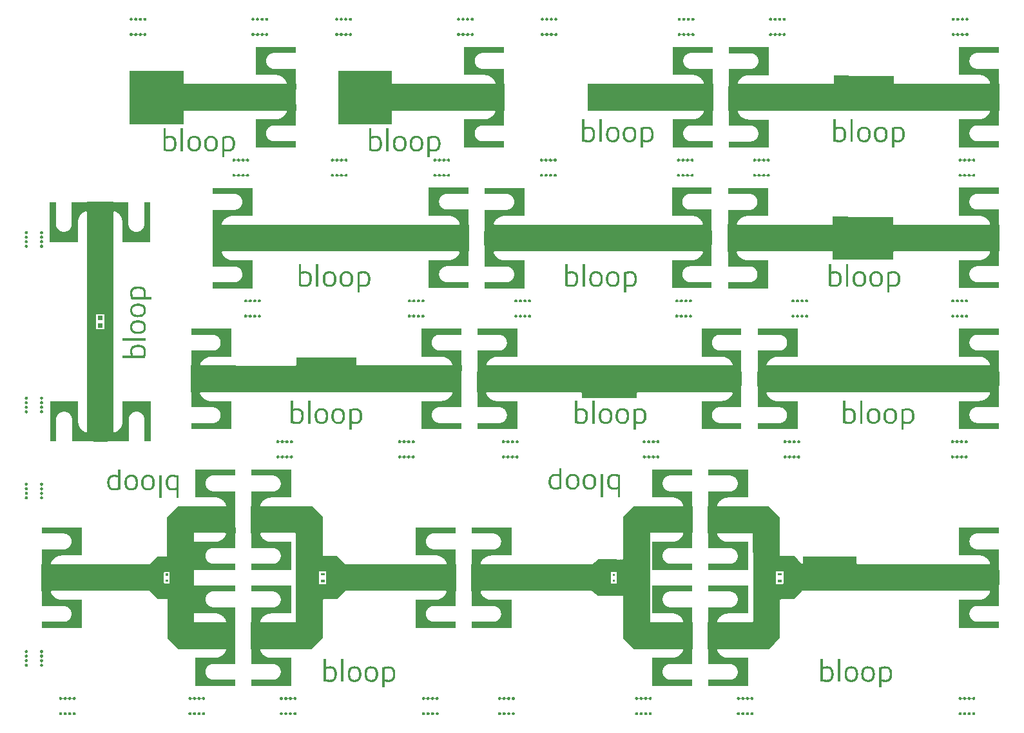
<source format=gts>
G04 #@! TF.GenerationSoftware,KiCad,Pcbnew,(5.1.4)-1*
G04 #@! TF.CreationDate,2019-09-28T13:43:15-06:00*
G04 #@! TF.ProjectId,front_end,66726f6e-745f-4656-9e64-2e6b69636164,A*
G04 #@! TF.SameCoordinates,Original*
G04 #@! TF.FileFunction,Soldermask,Top*
G04 #@! TF.FilePolarity,Negative*
%FSLAX46Y46*%
G04 Gerber Fmt 4.6, Leading zero omitted, Abs format (unit mm)*
G04 Created by KiCad (PCBNEW (5.1.4)-1) date 2019-09-28 13:43:15*
%MOMM*%
%LPD*%
G04 APERTURE LIST*
%ADD10C,0.100000*%
%ADD11C,0.010000*%
G04 APERTURE END LIST*
D10*
G36*
X202199460Y-152525200D02*
G01*
X202351860Y-152525200D01*
X202351860Y-152372800D01*
X202351860Y-152220400D01*
X201858384Y-152220400D01*
X201858384Y-152525200D01*
X202199460Y-152525200D01*
G37*
G36*
X204632420Y-152830000D02*
G01*
X204632420Y-153388800D01*
X203921220Y-154049200D01*
X202651220Y-154049200D01*
X202092420Y-154608000D01*
X201127220Y-154608000D01*
X201127220Y-151991800D01*
X201632959Y-151991800D01*
X201632959Y-153668200D01*
X202583635Y-153668200D01*
X202583635Y-151991800D01*
X201747696Y-151991800D01*
X201127220Y-151991800D01*
X201127220Y-151052000D01*
X202092420Y-151052000D01*
X202651220Y-151610800D01*
X203921220Y-151610800D01*
X204632420Y-152271200D01*
X204632420Y-152830000D01*
G37*
G36*
X202202635Y-153439600D02*
G01*
X202355035Y-153439600D01*
X202355035Y-153287200D01*
X202355035Y-153134800D01*
X201861559Y-153134800D01*
X201861559Y-153439600D01*
X202202635Y-153439600D01*
G37*
G36*
X262240740Y-152525200D02*
G01*
X262393140Y-152525200D01*
X262393140Y-152372800D01*
X262393140Y-152220400D01*
X261899664Y-152220400D01*
X261899664Y-152525200D01*
X262240740Y-152525200D01*
G37*
G36*
X264673700Y-152830000D02*
G01*
X264673700Y-153388800D01*
X263962500Y-154049200D01*
X262692500Y-154049200D01*
X262133700Y-154608000D01*
X261168500Y-154608000D01*
X261168500Y-151991800D01*
X261674239Y-151991800D01*
X261674239Y-153668200D01*
X262624915Y-153668200D01*
X262624915Y-151991800D01*
X261788976Y-151991800D01*
X261168500Y-151991800D01*
X261168500Y-151052000D01*
X262133700Y-151052000D01*
X262692500Y-151610800D01*
X263962500Y-151610800D01*
X264673700Y-152271200D01*
X264673700Y-152830000D01*
G37*
G36*
X262243915Y-153439600D02*
G01*
X262396315Y-153439600D01*
X262396315Y-153287200D01*
X262396315Y-153134800D01*
X261902839Y-153134800D01*
X261902839Y-153439600D01*
X262243915Y-153439600D01*
G37*
G36*
X173198140Y-119005780D02*
G01*
X173198140Y-118416500D01*
X172558060Y-118416500D01*
X172558060Y-119005920D01*
X173198140Y-119005780D01*
G37*
G36*
X173198140Y-119976060D02*
G01*
X173198140Y-119386780D01*
X172558060Y-119386780D01*
X172558060Y-119976200D01*
X173198140Y-119976060D01*
G37*
G36*
X172116100Y-120458660D02*
G01*
X172116100Y-117933900D01*
X173640100Y-117933900D01*
X173640100Y-120204660D01*
X173426740Y-120204660D01*
X173426740Y-118187900D01*
X172329460Y-118187900D01*
X172329460Y-120204800D01*
X173396260Y-120204660D01*
X173640100Y-120204660D01*
X173640100Y-120458660D01*
X172116100Y-120458660D01*
G37*
G36*
X238365900Y-154201600D02*
G01*
X238365900Y-153592000D01*
X236587900Y-153592000D01*
X236587900Y-152146740D01*
X238365900Y-152144200D01*
X238365900Y-151460940D01*
X242320680Y-151460940D01*
X242320680Y-153594540D01*
X240742624Y-153592000D01*
X240742624Y-152068000D01*
X239980624Y-152068000D01*
X239980624Y-153592000D01*
X240742624Y-153592000D01*
X242328300Y-153592000D01*
X242328300Y-154201600D01*
X238365900Y-154201600D01*
G37*
G36*
X240361624Y-152297136D02*
G01*
X240209224Y-152297136D01*
X240209224Y-152449536D01*
X240209224Y-152601936D01*
X240514024Y-152601936D01*
X240514024Y-152297136D01*
X240361624Y-152297136D01*
G37*
G36*
X240361624Y-153081567D02*
G01*
X240209224Y-153081567D01*
X240209224Y-153233967D01*
X240209224Y-153386367D01*
X240514024Y-153386367D01*
X240514024Y-153081567D01*
X240361624Y-153081567D01*
G37*
G36*
X223469140Y-127680000D02*
G01*
X223469140Y-125780000D01*
X222369140Y-125780000D01*
X222369140Y-127680000D01*
X223469140Y-127680000D01*
G37*
G36*
X249597600Y-159470000D02*
G01*
X249597600Y-161370000D01*
X250697600Y-161370000D01*
X250697600Y-159470000D01*
X249597600Y-159470000D01*
G37*
G36*
X249597600Y-144230000D02*
G01*
X249597600Y-146130000D01*
X250697600Y-146130000D01*
X250697600Y-144230000D01*
X249597600Y-144230000D01*
G37*
G36*
X253797940Y-161430000D02*
G01*
X253797940Y-159530000D01*
X252697940Y-159530000D01*
X252697940Y-161430000D01*
X253797940Y-161430000D01*
G37*
G36*
X253797940Y-146190000D02*
G01*
X253797940Y-144290000D01*
X252697940Y-144290000D01*
X252697940Y-146190000D01*
X253797940Y-146190000D01*
G37*
G36*
X256510000Y-90660000D02*
G01*
X256510000Y-88760000D01*
X255410000Y-88760000D01*
X255410000Y-90660000D01*
X256510000Y-90660000D01*
G37*
G36*
X173858100Y-133855000D02*
G01*
X171958100Y-133855000D01*
X171958100Y-134955000D01*
X173858100Y-134955000D01*
X173858100Y-133855000D01*
G37*
G36*
X171898100Y-104535420D02*
G01*
X173798100Y-104535420D01*
X173798100Y-103435420D01*
X171898100Y-103435420D01*
X171898100Y-104535420D01*
G37*
G36*
X218511140Y-151850000D02*
G01*
X218511140Y-153750000D01*
X219611140Y-153750000D01*
X219611140Y-151850000D01*
X218511140Y-151850000D01*
G37*
G36*
X189551740Y-144230000D02*
G01*
X189551740Y-146130000D01*
X190651740Y-146130000D01*
X190651740Y-144230000D01*
X189551740Y-144230000D01*
G37*
G36*
X189551740Y-159470000D02*
G01*
X189551740Y-161370000D01*
X190651740Y-161370000D01*
X190651740Y-159470000D01*
X189551740Y-159470000D01*
G37*
G36*
X197510000Y-88700000D02*
G01*
X197510000Y-90600000D01*
X198610000Y-90600000D01*
X198610000Y-88700000D01*
X197510000Y-88700000D01*
G37*
G36*
X166265380Y-153810000D02*
G01*
X166265380Y-151910000D01*
X165165380Y-151910000D01*
X165165380Y-153810000D01*
X166265380Y-153810000D01*
G37*
G36*
X224910000Y-88700000D02*
G01*
X224910000Y-90600000D01*
X226010000Y-90600000D01*
X226010000Y-88700000D01*
X224910000Y-88700000D01*
G37*
G36*
X289915720Y-88692380D02*
G01*
X289915720Y-90592380D01*
X291015720Y-90592380D01*
X291015720Y-88692380D01*
X289915720Y-88692380D01*
G37*
G36*
X289916200Y-125720000D02*
G01*
X289916200Y-127620000D01*
X291016200Y-127620000D01*
X291016200Y-125720000D01*
X289916200Y-125720000D01*
G37*
G36*
X260290000Y-127680000D02*
G01*
X260290000Y-125780000D01*
X259190000Y-125780000D01*
X259190000Y-127680000D01*
X260290000Y-127680000D01*
G37*
G36*
X252310000Y-88700000D02*
G01*
X252310000Y-90600000D01*
X253410000Y-90600000D01*
X253410000Y-88700000D01*
X252310000Y-88700000D01*
G37*
G36*
X224433240Y-109170000D02*
G01*
X224433240Y-107270000D01*
X223333240Y-107270000D01*
X223333240Y-109170000D01*
X224433240Y-109170000D01*
G37*
G36*
X252190000Y-107210000D02*
G01*
X252190000Y-109110000D01*
X253290000Y-109110000D01*
X253290000Y-107210000D01*
X252190000Y-107210000D01*
G37*
G36*
X289916040Y-151850000D02*
G01*
X289916040Y-153750000D01*
X291016040Y-153750000D01*
X291016040Y-151850000D01*
X289916040Y-151850000D01*
G37*
G36*
X185863900Y-127680000D02*
G01*
X185863900Y-125780000D01*
X184763900Y-125780000D01*
X184763900Y-127680000D01*
X185863900Y-127680000D01*
G37*
G36*
X256090000Y-125720000D02*
G01*
X256090000Y-127620000D01*
X257190000Y-127620000D01*
X257190000Y-125720000D01*
X256090000Y-125720000D01*
G37*
G36*
X222709520Y-153810000D02*
G01*
X222709520Y-151910000D01*
X221609520Y-151910000D01*
X221609520Y-153810000D01*
X222709520Y-153810000D01*
G37*
G36*
X193756660Y-161430000D02*
G01*
X193756660Y-159530000D01*
X192656660Y-159530000D01*
X192656660Y-161430000D01*
X193756660Y-161430000D01*
G37*
G36*
X220233580Y-107210000D02*
G01*
X220233580Y-109110000D01*
X221333580Y-109110000D01*
X221333580Y-107210000D01*
X220233580Y-107210000D01*
G37*
G36*
X188710000Y-109170000D02*
G01*
X188710000Y-107270000D01*
X187610000Y-107270000D01*
X187610000Y-109170000D01*
X188710000Y-109170000D01*
G37*
G36*
X289911290Y-107209788D02*
G01*
X289911290Y-109109788D01*
X291011290Y-109109788D01*
X291011290Y-107209788D01*
X289911290Y-107209788D01*
G37*
G36*
X256390000Y-109170000D02*
G01*
X256390000Y-107270000D01*
X255290000Y-107270000D01*
X255290000Y-109170000D01*
X256390000Y-109170000D01*
G37*
G36*
X219269620Y-125720000D02*
G01*
X219269620Y-127620000D01*
X220369620Y-127620000D01*
X220369620Y-125720000D01*
X219269620Y-125720000D01*
G37*
G36*
X193756660Y-146190000D02*
G01*
X193756660Y-144290000D01*
X192656660Y-144290000D01*
X192656660Y-146190000D01*
X193756660Y-146190000D01*
G37*
D11*
G36*
X238611889Y-139235920D02*
G01*
X238835409Y-139235920D01*
X238835409Y-142151840D01*
X238611889Y-142151840D01*
X238611889Y-139235920D01*
X238611889Y-139235920D01*
G37*
X238611889Y-139235920D02*
X238835409Y-139235920D01*
X238835409Y-142151840D01*
X238611889Y-142151840D01*
X238611889Y-139235920D01*
G36*
X234846654Y-141172819D02*
G01*
X234707283Y-141157290D01*
X234582678Y-141127980D01*
X234472361Y-141084538D01*
X234375849Y-141026615D01*
X234292664Y-140953861D01*
X234222325Y-140865925D01*
X234164350Y-140762458D01*
X234118261Y-140643110D01*
X234117923Y-140642041D01*
X234087866Y-140520824D01*
X234068740Y-140382517D01*
X234060548Y-140227168D01*
X234060209Y-140185881D01*
X234066370Y-140020263D01*
X234084944Y-139870589D01*
X234116068Y-139736608D01*
X234159878Y-139618071D01*
X234216511Y-139514728D01*
X234286104Y-139426329D01*
X234368794Y-139352626D01*
X234464716Y-139293368D01*
X234573749Y-139248391D01*
X234662952Y-139225410D01*
X234765053Y-139209815D01*
X234873806Y-139202181D01*
X234982967Y-139203081D01*
X235030489Y-139206417D01*
X235163146Y-139226514D01*
X235282194Y-139261385D01*
X235387745Y-139311162D01*
X235479912Y-139375976D01*
X235558807Y-139455958D01*
X235624541Y-139551237D01*
X235677227Y-139661945D01*
X235716978Y-139788212D01*
X235743904Y-139930169D01*
X235756090Y-140052084D01*
X235758896Y-140150527D01*
X235531987Y-140150527D01*
X235524892Y-140019321D01*
X235522712Y-139996457D01*
X235503562Y-139866059D01*
X235474088Y-139752832D01*
X235433801Y-139656165D01*
X235382213Y-139575447D01*
X235318834Y-139510067D01*
X235243177Y-139459415D01*
X235154751Y-139422881D01*
X235053069Y-139399853D01*
X235044142Y-139398547D01*
X234990834Y-139393937D01*
X234926261Y-139392717D01*
X234857013Y-139394600D01*
X234789680Y-139399300D01*
X234730852Y-139406530D01*
X234695209Y-139413716D01*
X234604175Y-139445415D01*
X234525667Y-139490268D01*
X234459238Y-139548982D01*
X234404443Y-139622262D01*
X234360835Y-139710817D01*
X234327968Y-139815351D01*
X234305397Y-139936573D01*
X234294279Y-140048613D01*
X234290602Y-140138995D01*
X234290653Y-140235858D01*
X234294246Y-140323040D01*
X234309033Y-140460234D01*
X234334202Y-140580198D01*
X234370233Y-140683449D01*
X234417605Y-140770500D01*
X234476797Y-140841866D01*
X234548288Y-140898063D01*
X234632559Y-140939604D01*
X234730088Y-140967004D01*
X234841354Y-140980778D01*
X234908569Y-140982732D01*
X235029833Y-140975878D01*
X235136534Y-140955137D01*
X235229193Y-140920232D01*
X235308330Y-140870892D01*
X235374468Y-140806843D01*
X235428126Y-140727810D01*
X235440858Y-140703220D01*
X235474682Y-140617529D01*
X235501092Y-140516093D01*
X235519702Y-140402234D01*
X235530129Y-140279271D01*
X235531987Y-140150527D01*
X235758896Y-140150527D01*
X235760741Y-140215242D01*
X235752889Y-140368800D01*
X235732819Y-140511279D01*
X235700817Y-140641197D01*
X235657167Y-140757077D01*
X235602155Y-140857438D01*
X235600431Y-140860044D01*
X235529751Y-140948363D01*
X235444843Y-141022810D01*
X235346700Y-141082971D01*
X235236318Y-141128434D01*
X235114689Y-141158787D01*
X234982808Y-141173617D01*
X234846654Y-141172819D01*
X234846654Y-141172819D01*
G37*
X234846654Y-141172819D02*
X234707283Y-141157290D01*
X234582678Y-141127980D01*
X234472361Y-141084538D01*
X234375849Y-141026615D01*
X234292664Y-140953861D01*
X234222325Y-140865925D01*
X234164350Y-140762458D01*
X234118261Y-140643110D01*
X234117923Y-140642041D01*
X234087866Y-140520824D01*
X234068740Y-140382517D01*
X234060548Y-140227168D01*
X234060209Y-140185881D01*
X234066370Y-140020263D01*
X234084944Y-139870589D01*
X234116068Y-139736608D01*
X234159878Y-139618071D01*
X234216511Y-139514728D01*
X234286104Y-139426329D01*
X234368794Y-139352626D01*
X234464716Y-139293368D01*
X234573749Y-139248391D01*
X234662952Y-139225410D01*
X234765053Y-139209815D01*
X234873806Y-139202181D01*
X234982967Y-139203081D01*
X235030489Y-139206417D01*
X235163146Y-139226514D01*
X235282194Y-139261385D01*
X235387745Y-139311162D01*
X235479912Y-139375976D01*
X235558807Y-139455958D01*
X235624541Y-139551237D01*
X235677227Y-139661945D01*
X235716978Y-139788212D01*
X235743904Y-139930169D01*
X235756090Y-140052084D01*
X235758896Y-140150527D01*
X235531987Y-140150527D01*
X235524892Y-140019321D01*
X235522712Y-139996457D01*
X235503562Y-139866059D01*
X235474088Y-139752832D01*
X235433801Y-139656165D01*
X235382213Y-139575447D01*
X235318834Y-139510067D01*
X235243177Y-139459415D01*
X235154751Y-139422881D01*
X235053069Y-139399853D01*
X235044142Y-139398547D01*
X234990834Y-139393937D01*
X234926261Y-139392717D01*
X234857013Y-139394600D01*
X234789680Y-139399300D01*
X234730852Y-139406530D01*
X234695209Y-139413716D01*
X234604175Y-139445415D01*
X234525667Y-139490268D01*
X234459238Y-139548982D01*
X234404443Y-139622262D01*
X234360835Y-139710817D01*
X234327968Y-139815351D01*
X234305397Y-139936573D01*
X234294279Y-140048613D01*
X234290602Y-140138995D01*
X234290653Y-140235858D01*
X234294246Y-140323040D01*
X234309033Y-140460234D01*
X234334202Y-140580198D01*
X234370233Y-140683449D01*
X234417605Y-140770500D01*
X234476797Y-140841866D01*
X234548288Y-140898063D01*
X234632559Y-140939604D01*
X234730088Y-140967004D01*
X234841354Y-140980778D01*
X234908569Y-140982732D01*
X235029833Y-140975878D01*
X235136534Y-140955137D01*
X235229193Y-140920232D01*
X235308330Y-140870892D01*
X235374468Y-140806843D01*
X235428126Y-140727810D01*
X235440858Y-140703220D01*
X235474682Y-140617529D01*
X235501092Y-140516093D01*
X235519702Y-140402234D01*
X235530129Y-140279271D01*
X235531987Y-140150527D01*
X235758896Y-140150527D01*
X235760741Y-140215242D01*
X235752889Y-140368800D01*
X235732819Y-140511279D01*
X235700817Y-140641197D01*
X235657167Y-140757077D01*
X235602155Y-140857438D01*
X235600431Y-140860044D01*
X235529751Y-140948363D01*
X235444843Y-141022810D01*
X235346700Y-141082971D01*
X235236318Y-141128434D01*
X235114689Y-141158787D01*
X234982808Y-141173617D01*
X234846654Y-141172819D01*
G36*
X237024897Y-141171770D02*
G01*
X236976129Y-141167088D01*
X236892022Y-141154835D01*
X236821208Y-141139602D01*
X236756687Y-141119461D01*
X236691460Y-141092481D01*
X236671329Y-141083062D01*
X236625100Y-141059128D01*
X236586281Y-141033920D01*
X236548262Y-141002562D01*
X236504436Y-140960179D01*
X236503540Y-140959271D01*
X236436855Y-140882753D01*
X236381865Y-140799320D01*
X236337972Y-140707065D01*
X236304579Y-140604079D01*
X236281088Y-140488456D01*
X236266902Y-140358288D01*
X236261424Y-140211666D01*
X236261316Y-140185880D01*
X236265628Y-140034369D01*
X236278917Y-139899632D01*
X236301708Y-139779966D01*
X236334528Y-139673666D01*
X236377903Y-139579026D01*
X236432360Y-139494343D01*
X236498426Y-139417911D01*
X236498501Y-139417834D01*
X236574049Y-139350949D01*
X236655856Y-139297869D01*
X236746743Y-139257412D01*
X236849530Y-139228396D01*
X236967038Y-139209636D01*
X237003631Y-139206002D01*
X237050781Y-139202006D01*
X237090095Y-139198939D01*
X237117412Y-139197108D01*
X237128529Y-139196807D01*
X237140221Y-139198179D01*
X237167460Y-139200782D01*
X237205542Y-139204179D01*
X237230129Y-139206288D01*
X237317997Y-139218391D01*
X237408278Y-139239099D01*
X237493579Y-139266371D01*
X237566504Y-139298170D01*
X237570053Y-139300033D01*
X237626835Y-139336573D01*
X237686739Y-139386016D01*
X237744040Y-139442975D01*
X237793013Y-139502058D01*
X237808809Y-139524804D01*
X237842674Y-139585746D01*
X237875313Y-139660977D01*
X237904527Y-139744487D01*
X237928120Y-139830268D01*
X237938482Y-139879346D01*
X237947017Y-139941855D01*
X237952957Y-140019293D01*
X237956309Y-140106437D01*
X237956979Y-140185880D01*
X237727850Y-140185880D01*
X237723208Y-140036575D01*
X237708976Y-139904708D01*
X237684697Y-139789566D01*
X237649910Y-139690434D01*
X237604159Y-139606600D01*
X237546984Y-139537347D01*
X237477927Y-139481963D01*
X237396529Y-139439734D01*
X237302333Y-139409944D01*
X237219969Y-139394924D01*
X237180719Y-139392324D01*
X237127706Y-139392391D01*
X237067258Y-139394754D01*
X237005706Y-139399044D01*
X236949377Y-139404891D01*
X236904600Y-139411926D01*
X236895795Y-139413864D01*
X236805164Y-139444114D01*
X236726395Y-139488803D01*
X236659277Y-139548337D01*
X236603597Y-139623121D01*
X236559143Y-139713559D01*
X236525702Y-139820057D01*
X236503062Y-139943020D01*
X236491012Y-140082854D01*
X236488763Y-140190694D01*
X236494227Y-140341341D01*
X236510066Y-140474854D01*
X236536545Y-140591724D01*
X236573929Y-140692441D01*
X236622481Y-140777498D01*
X236682465Y-140847385D01*
X236754146Y-140902593D01*
X236837788Y-140943613D01*
X236905009Y-140964502D01*
X236944484Y-140970993D01*
X236998693Y-140975447D01*
X237062149Y-140977864D01*
X237129370Y-140978243D01*
X237194870Y-140976585D01*
X237253165Y-140972891D01*
X237298771Y-140967158D01*
X237311409Y-140964502D01*
X237407203Y-140931115D01*
X237491343Y-140881814D01*
X237562517Y-140817606D01*
X237619410Y-140739501D01*
X237630113Y-140720106D01*
X237665060Y-140642144D01*
X237691778Y-140556579D01*
X237710768Y-140460672D01*
X237722533Y-140351679D01*
X237727574Y-140226859D01*
X237727850Y-140185880D01*
X237956979Y-140185880D01*
X237957082Y-140198066D01*
X237955286Y-140288955D01*
X237950927Y-140373881D01*
X237944015Y-140447623D01*
X237937496Y-140490680D01*
X237905367Y-140626043D01*
X237862660Y-140744630D01*
X237808759Y-140847376D01*
X237743047Y-140935215D01*
X237664909Y-141009084D01*
X237573727Y-141069917D01*
X237545882Y-141084687D01*
X237459011Y-141120235D01*
X237358385Y-141147454D01*
X237249096Y-141165607D01*
X237136236Y-141173958D01*
X237024897Y-141171770D01*
X237024897Y-141171770D01*
G37*
X237024897Y-141171770D02*
X236976129Y-141167088D01*
X236892022Y-141154835D01*
X236821208Y-141139602D01*
X236756687Y-141119461D01*
X236691460Y-141092481D01*
X236671329Y-141083062D01*
X236625100Y-141059128D01*
X236586281Y-141033920D01*
X236548262Y-141002562D01*
X236504436Y-140960179D01*
X236503540Y-140959271D01*
X236436855Y-140882753D01*
X236381865Y-140799320D01*
X236337972Y-140707065D01*
X236304579Y-140604079D01*
X236281088Y-140488456D01*
X236266902Y-140358288D01*
X236261424Y-140211666D01*
X236261316Y-140185880D01*
X236265628Y-140034369D01*
X236278917Y-139899632D01*
X236301708Y-139779966D01*
X236334528Y-139673666D01*
X236377903Y-139579026D01*
X236432360Y-139494343D01*
X236498426Y-139417911D01*
X236498501Y-139417834D01*
X236574049Y-139350949D01*
X236655856Y-139297869D01*
X236746743Y-139257412D01*
X236849530Y-139228396D01*
X236967038Y-139209636D01*
X237003631Y-139206002D01*
X237050781Y-139202006D01*
X237090095Y-139198939D01*
X237117412Y-139197108D01*
X237128529Y-139196807D01*
X237140221Y-139198179D01*
X237167460Y-139200782D01*
X237205542Y-139204179D01*
X237230129Y-139206288D01*
X237317997Y-139218391D01*
X237408278Y-139239099D01*
X237493579Y-139266371D01*
X237566504Y-139298170D01*
X237570053Y-139300033D01*
X237626835Y-139336573D01*
X237686739Y-139386016D01*
X237744040Y-139442975D01*
X237793013Y-139502058D01*
X237808809Y-139524804D01*
X237842674Y-139585746D01*
X237875313Y-139660977D01*
X237904527Y-139744487D01*
X237928120Y-139830268D01*
X237938482Y-139879346D01*
X237947017Y-139941855D01*
X237952957Y-140019293D01*
X237956309Y-140106437D01*
X237956979Y-140185880D01*
X237727850Y-140185880D01*
X237723208Y-140036575D01*
X237708976Y-139904708D01*
X237684697Y-139789566D01*
X237649910Y-139690434D01*
X237604159Y-139606600D01*
X237546984Y-139537347D01*
X237477927Y-139481963D01*
X237396529Y-139439734D01*
X237302333Y-139409944D01*
X237219969Y-139394924D01*
X237180719Y-139392324D01*
X237127706Y-139392391D01*
X237067258Y-139394754D01*
X237005706Y-139399044D01*
X236949377Y-139404891D01*
X236904600Y-139411926D01*
X236895795Y-139413864D01*
X236805164Y-139444114D01*
X236726395Y-139488803D01*
X236659277Y-139548337D01*
X236603597Y-139623121D01*
X236559143Y-139713559D01*
X236525702Y-139820057D01*
X236503062Y-139943020D01*
X236491012Y-140082854D01*
X236488763Y-140190694D01*
X236494227Y-140341341D01*
X236510066Y-140474854D01*
X236536545Y-140591724D01*
X236573929Y-140692441D01*
X236622481Y-140777498D01*
X236682465Y-140847385D01*
X236754146Y-140902593D01*
X236837788Y-140943613D01*
X236905009Y-140964502D01*
X236944484Y-140970993D01*
X236998693Y-140975447D01*
X237062149Y-140977864D01*
X237129370Y-140978243D01*
X237194870Y-140976585D01*
X237253165Y-140972891D01*
X237298771Y-140967158D01*
X237311409Y-140964502D01*
X237407203Y-140931115D01*
X237491343Y-140881814D01*
X237562517Y-140817606D01*
X237619410Y-140739501D01*
X237630113Y-140720106D01*
X237665060Y-140642144D01*
X237691778Y-140556579D01*
X237710768Y-140460672D01*
X237722533Y-140351679D01*
X237727574Y-140226859D01*
X237727850Y-140185880D01*
X237956979Y-140185880D01*
X237957082Y-140198066D01*
X237955286Y-140288955D01*
X237950927Y-140373881D01*
X237944015Y-140447623D01*
X237937496Y-140490680D01*
X237905367Y-140626043D01*
X237862660Y-140744630D01*
X237808759Y-140847376D01*
X237743047Y-140935215D01*
X237664909Y-141009084D01*
X237573727Y-141069917D01*
X237545882Y-141084687D01*
X237459011Y-141120235D01*
X237358385Y-141147454D01*
X237249096Y-141165607D01*
X237136236Y-141173958D01*
X237024897Y-141171770D01*
G36*
X240877570Y-141622419D02*
G01*
X240877570Y-141092998D01*
X240849630Y-141100133D01*
X240788887Y-141113983D01*
X240714597Y-141128371D01*
X240633463Y-141142190D01*
X240552193Y-141154331D01*
X240477489Y-141163686D01*
X240445769Y-141166877D01*
X240293486Y-141173472D01*
X240154347Y-141164612D01*
X240028314Y-141140262D01*
X239915349Y-141100386D01*
X239815413Y-141044948D01*
X239728467Y-140973913D01*
X239654472Y-140887244D01*
X239593389Y-140784905D01*
X239545181Y-140666862D01*
X239509808Y-140533077D01*
X239487232Y-140383516D01*
X239479145Y-140272240D01*
X239478468Y-140103117D01*
X239491841Y-139945467D01*
X239519091Y-139800331D01*
X239560041Y-139668748D01*
X239593658Y-139591520D01*
X239620566Y-139540231D01*
X239647305Y-139498526D01*
X239679174Y-139459101D01*
X239721473Y-139414654D01*
X239723392Y-139412733D01*
X239800367Y-139345136D01*
X239882862Y-139291935D01*
X239974215Y-139251617D01*
X240077762Y-139222671D01*
X240180574Y-139205535D01*
X240234654Y-139200674D01*
X240298976Y-139197791D01*
X240365898Y-139196983D01*
X240427781Y-139198342D01*
X240476249Y-139201878D01*
X240499789Y-139204611D01*
X240537103Y-139208929D01*
X240581778Y-139214092D01*
X240603249Y-139216571D01*
X240666749Y-139225137D01*
X240744414Y-139237578D01*
X240830684Y-139252895D01*
X240919995Y-139270089D01*
X241006787Y-139288163D01*
X241027429Y-139292700D01*
X241101089Y-139309080D01*
X241101089Y-140899956D01*
X240877569Y-140899956D01*
X240877569Y-140174618D01*
X240877503Y-140055236D01*
X240877312Y-139941979D01*
X240877005Y-139836457D01*
X240876596Y-139740281D01*
X240876093Y-139655059D01*
X240875507Y-139582402D01*
X240874851Y-139523920D01*
X240874134Y-139481223D01*
X240873367Y-139455920D01*
X240872710Y-139449280D01*
X240861401Y-139447740D01*
X240833995Y-139443532D01*
X240794449Y-139437276D01*
X240746718Y-139429591D01*
X240740244Y-139428540D01*
X240597443Y-139408620D01*
X240464050Y-139396611D01*
X240342203Y-139392564D01*
X240234040Y-139396528D01*
X240141698Y-139408554D01*
X240116515Y-139413951D01*
X240023548Y-139445508D01*
X239942695Y-139493055D01*
X239873808Y-139556765D01*
X239816735Y-139636807D01*
X239771328Y-139733352D01*
X239737679Y-139845520D01*
X239730365Y-139879000D01*
X239724805Y-139910774D01*
X239720761Y-139944395D01*
X239717998Y-139983415D01*
X239716279Y-140031388D01*
X239715367Y-140091866D01*
X239715025Y-140168401D01*
X239715004Y-140185880D01*
X239715817Y-140289350D01*
X239718819Y-140375976D01*
X239724572Y-140449171D01*
X239733640Y-140512346D01*
X239746586Y-140568914D01*
X239763973Y-140622285D01*
X239786366Y-140675871D01*
X239800982Y-140706597D01*
X239849870Y-140788985D01*
X239908417Y-140855972D01*
X239977752Y-140908108D01*
X240059004Y-140945940D01*
X240153302Y-140970016D01*
X240261775Y-140980885D01*
X240364489Y-140980218D01*
X240489484Y-140970167D01*
X240625287Y-140951543D01*
X240764794Y-140925371D01*
X240803909Y-140916749D01*
X240877569Y-140899956D01*
X241101089Y-140899956D01*
X241101089Y-142151840D01*
X240877569Y-142151840D01*
X240877570Y-141622419D01*
X240877570Y-141622419D01*
G37*
X240877570Y-141622419D02*
X240877570Y-141092998D01*
X240849630Y-141100133D01*
X240788887Y-141113983D01*
X240714597Y-141128371D01*
X240633463Y-141142190D01*
X240552193Y-141154331D01*
X240477489Y-141163686D01*
X240445769Y-141166877D01*
X240293486Y-141173472D01*
X240154347Y-141164612D01*
X240028314Y-141140262D01*
X239915349Y-141100386D01*
X239815413Y-141044948D01*
X239728467Y-140973913D01*
X239654472Y-140887244D01*
X239593389Y-140784905D01*
X239545181Y-140666862D01*
X239509808Y-140533077D01*
X239487232Y-140383516D01*
X239479145Y-140272240D01*
X239478468Y-140103117D01*
X239491841Y-139945467D01*
X239519091Y-139800331D01*
X239560041Y-139668748D01*
X239593658Y-139591520D01*
X239620566Y-139540231D01*
X239647305Y-139498526D01*
X239679174Y-139459101D01*
X239721473Y-139414654D01*
X239723392Y-139412733D01*
X239800367Y-139345136D01*
X239882862Y-139291935D01*
X239974215Y-139251617D01*
X240077762Y-139222671D01*
X240180574Y-139205535D01*
X240234654Y-139200674D01*
X240298976Y-139197791D01*
X240365898Y-139196983D01*
X240427781Y-139198342D01*
X240476249Y-139201878D01*
X240499789Y-139204611D01*
X240537103Y-139208929D01*
X240581778Y-139214092D01*
X240603249Y-139216571D01*
X240666749Y-139225137D01*
X240744414Y-139237578D01*
X240830684Y-139252895D01*
X240919995Y-139270089D01*
X241006787Y-139288163D01*
X241027429Y-139292700D01*
X241101089Y-139309080D01*
X241101089Y-140899956D01*
X240877569Y-140899956D01*
X240877569Y-140174618D01*
X240877503Y-140055236D01*
X240877312Y-139941979D01*
X240877005Y-139836457D01*
X240876596Y-139740281D01*
X240876093Y-139655059D01*
X240875507Y-139582402D01*
X240874851Y-139523920D01*
X240874134Y-139481223D01*
X240873367Y-139455920D01*
X240872710Y-139449280D01*
X240861401Y-139447740D01*
X240833995Y-139443532D01*
X240794449Y-139437276D01*
X240746718Y-139429591D01*
X240740244Y-139428540D01*
X240597443Y-139408620D01*
X240464050Y-139396611D01*
X240342203Y-139392564D01*
X240234040Y-139396528D01*
X240141698Y-139408554D01*
X240116515Y-139413951D01*
X240023548Y-139445508D01*
X239942695Y-139493055D01*
X239873808Y-139556765D01*
X239816735Y-139636807D01*
X239771328Y-139733352D01*
X239737679Y-139845520D01*
X239730365Y-139879000D01*
X239724805Y-139910774D01*
X239720761Y-139944395D01*
X239717998Y-139983415D01*
X239716279Y-140031388D01*
X239715367Y-140091866D01*
X239715025Y-140168401D01*
X239715004Y-140185880D01*
X239715817Y-140289350D01*
X239718819Y-140375976D01*
X239724572Y-140449171D01*
X239733640Y-140512346D01*
X239746586Y-140568914D01*
X239763973Y-140622285D01*
X239786366Y-140675871D01*
X239800982Y-140706597D01*
X239849870Y-140788985D01*
X239908417Y-140855972D01*
X239977752Y-140908108D01*
X240059004Y-140945940D01*
X240153302Y-140970016D01*
X240261775Y-140980885D01*
X240364489Y-140980218D01*
X240489484Y-140970167D01*
X240625287Y-140951543D01*
X240764794Y-140925371D01*
X240803909Y-140916749D01*
X240877569Y-140899956D01*
X241101089Y-140899956D01*
X241101089Y-142151840D01*
X240877569Y-142151840D01*
X240877570Y-141622419D01*
G36*
X232556081Y-141172481D02*
G01*
X232449926Y-141161658D01*
X232351389Y-141140906D01*
X232258786Y-141110222D01*
X232185689Y-141077447D01*
X232109956Y-141029894D01*
X232037256Y-140966336D01*
X231971673Y-140891061D01*
X231917292Y-140808359D01*
X231902538Y-140780240D01*
X231856800Y-140668085D01*
X231822066Y-140541783D01*
X231798667Y-140404477D01*
X231786930Y-140259309D01*
X231787184Y-140109422D01*
X231799758Y-139957958D01*
X231809437Y-139890655D01*
X231839877Y-139752273D01*
X231883477Y-139629351D01*
X231940228Y-139521899D01*
X232010120Y-139429930D01*
X232093143Y-139353455D01*
X232189289Y-139292487D01*
X232298549Y-139247036D01*
X232334996Y-139236122D01*
X232423703Y-139217907D01*
X232528477Y-139206999D01*
X232646425Y-139203401D01*
X232774653Y-139207116D01*
X232910267Y-139218147D01*
X233043601Y-139235449D01*
X233093560Y-139243068D01*
X233135777Y-139249433D01*
X233166464Y-139253978D01*
X233181834Y-139256139D01*
X233182851Y-139256240D01*
X233183651Y-139246446D01*
X233184388Y-139218524D01*
X233185044Y-139174666D01*
X233185598Y-139117064D01*
X233186030Y-139047912D01*
X233186319Y-138969401D01*
X233186445Y-138883722D01*
X233186449Y-138865080D01*
X233186449Y-138473920D01*
X233409969Y-138473920D01*
X233409969Y-140899690D01*
X233186449Y-140899690D01*
X233186449Y-139451366D01*
X233122949Y-139440589D01*
X233076098Y-139433161D01*
X233017834Y-139424697D01*
X232954013Y-139415967D01*
X232890491Y-139407743D01*
X232833125Y-139400796D01*
X232787770Y-139395899D01*
X232774969Y-139394742D01*
X232724468Y-139392443D01*
X232663863Y-139392537D01*
X232598776Y-139394723D01*
X232534830Y-139398700D01*
X232477644Y-139404166D01*
X232432840Y-139410819D01*
X232419369Y-139413816D01*
X232330678Y-139444716D01*
X232255393Y-139488754D01*
X232196956Y-139540427D01*
X232142062Y-139609779D01*
X232097565Y-139692298D01*
X232063196Y-139788970D01*
X232038683Y-139900784D01*
X232023754Y-140028725D01*
X232018139Y-140173780D01*
X232018078Y-140191227D01*
X232023120Y-140342695D01*
X232038549Y-140476915D01*
X232064719Y-140594313D01*
X232101985Y-140695310D01*
X232150702Y-140780331D01*
X232211224Y-140849799D01*
X232283906Y-140904139D01*
X232369104Y-140943773D01*
X232467170Y-140969125D01*
X232578461Y-140980620D01*
X232678449Y-140980067D01*
X232766470Y-140973581D01*
X232864177Y-140962404D01*
X232963663Y-140947679D01*
X233057021Y-140930550D01*
X233121575Y-140915986D01*
X233186449Y-140899690D01*
X233409969Y-140899690D01*
X233409969Y-141040800D01*
X233260109Y-141077645D01*
X233090586Y-141116471D01*
X232937107Y-141145368D01*
X232797986Y-141164335D01*
X232671539Y-141173373D01*
X232556081Y-141172481D01*
X232556081Y-141172481D01*
G37*
X232556081Y-141172481D02*
X232449926Y-141161658D01*
X232351389Y-141140906D01*
X232258786Y-141110222D01*
X232185689Y-141077447D01*
X232109956Y-141029894D01*
X232037256Y-140966336D01*
X231971673Y-140891061D01*
X231917292Y-140808359D01*
X231902538Y-140780240D01*
X231856800Y-140668085D01*
X231822066Y-140541783D01*
X231798667Y-140404477D01*
X231786930Y-140259309D01*
X231787184Y-140109422D01*
X231799758Y-139957958D01*
X231809437Y-139890655D01*
X231839877Y-139752273D01*
X231883477Y-139629351D01*
X231940228Y-139521899D01*
X232010120Y-139429930D01*
X232093143Y-139353455D01*
X232189289Y-139292487D01*
X232298549Y-139247036D01*
X232334996Y-139236122D01*
X232423703Y-139217907D01*
X232528477Y-139206999D01*
X232646425Y-139203401D01*
X232774653Y-139207116D01*
X232910267Y-139218147D01*
X233043601Y-139235449D01*
X233093560Y-139243068D01*
X233135777Y-139249433D01*
X233166464Y-139253978D01*
X233181834Y-139256139D01*
X233182851Y-139256240D01*
X233183651Y-139246446D01*
X233184388Y-139218524D01*
X233185044Y-139174666D01*
X233185598Y-139117064D01*
X233186030Y-139047912D01*
X233186319Y-138969401D01*
X233186445Y-138883722D01*
X233186449Y-138865080D01*
X233186449Y-138473920D01*
X233409969Y-138473920D01*
X233409969Y-140899690D01*
X233186449Y-140899690D01*
X233186449Y-139451366D01*
X233122949Y-139440589D01*
X233076098Y-139433161D01*
X233017834Y-139424697D01*
X232954013Y-139415967D01*
X232890491Y-139407743D01*
X232833125Y-139400796D01*
X232787770Y-139395899D01*
X232774969Y-139394742D01*
X232724468Y-139392443D01*
X232663863Y-139392537D01*
X232598776Y-139394723D01*
X232534830Y-139398700D01*
X232477644Y-139404166D01*
X232432840Y-139410819D01*
X232419369Y-139413816D01*
X232330678Y-139444716D01*
X232255393Y-139488754D01*
X232196956Y-139540427D01*
X232142062Y-139609779D01*
X232097565Y-139692298D01*
X232063196Y-139788970D01*
X232038683Y-139900784D01*
X232023754Y-140028725D01*
X232018139Y-140173780D01*
X232018078Y-140191227D01*
X232023120Y-140342695D01*
X232038549Y-140476915D01*
X232064719Y-140594313D01*
X232101985Y-140695310D01*
X232150702Y-140780331D01*
X232211224Y-140849799D01*
X232283906Y-140904139D01*
X232369104Y-140943773D01*
X232467170Y-140969125D01*
X232578461Y-140980620D01*
X232678449Y-140980067D01*
X232766470Y-140973581D01*
X232864177Y-140962404D01*
X232963663Y-140947679D01*
X233057021Y-140930550D01*
X233121575Y-140915986D01*
X233186449Y-140899690D01*
X233409969Y-140899690D01*
X233409969Y-141040800D01*
X233260109Y-141077645D01*
X233090586Y-141116471D01*
X232937107Y-141145368D01*
X232797986Y-141164335D01*
X232671539Y-141173373D01*
X232556081Y-141172481D01*
G36*
X176819099Y-115308492D02*
G01*
X176829922Y-115202337D01*
X176850674Y-115103800D01*
X176881358Y-115011197D01*
X176914133Y-114938100D01*
X176961686Y-114862367D01*
X177025244Y-114789667D01*
X177100519Y-114724084D01*
X177183221Y-114669703D01*
X177211340Y-114654949D01*
X177323495Y-114609211D01*
X177449797Y-114574477D01*
X177587103Y-114551078D01*
X177732271Y-114539341D01*
X177882158Y-114539595D01*
X178033622Y-114552169D01*
X178100925Y-114561848D01*
X178239307Y-114592288D01*
X178362229Y-114635888D01*
X178469681Y-114692639D01*
X178561650Y-114762531D01*
X178638125Y-114845554D01*
X178699093Y-114941700D01*
X178744544Y-115050960D01*
X178755458Y-115087407D01*
X178773673Y-115176114D01*
X178784581Y-115280888D01*
X178788179Y-115398836D01*
X178784464Y-115527064D01*
X178773433Y-115662678D01*
X178756131Y-115796012D01*
X178748512Y-115845971D01*
X178742147Y-115888188D01*
X178737602Y-115918875D01*
X178735441Y-115934245D01*
X178735340Y-115935262D01*
X178745134Y-115936062D01*
X178773056Y-115936799D01*
X178816914Y-115937455D01*
X178874516Y-115938009D01*
X178943668Y-115938441D01*
X179022179Y-115938730D01*
X179107858Y-115938856D01*
X179126500Y-115938860D01*
X179517660Y-115938860D01*
X179517660Y-116162380D01*
X177091890Y-116162380D01*
X177091890Y-115938860D01*
X178540214Y-115938860D01*
X178550991Y-115875360D01*
X178558419Y-115828509D01*
X178566883Y-115770245D01*
X178575613Y-115706424D01*
X178583837Y-115642902D01*
X178590784Y-115585536D01*
X178595681Y-115540181D01*
X178596838Y-115527380D01*
X178599137Y-115476879D01*
X178599043Y-115416274D01*
X178596857Y-115351187D01*
X178592880Y-115287241D01*
X178587414Y-115230055D01*
X178580761Y-115185251D01*
X178577764Y-115171780D01*
X178546864Y-115083089D01*
X178502826Y-115007804D01*
X178451153Y-114949367D01*
X178381801Y-114894473D01*
X178299282Y-114849976D01*
X178202610Y-114815607D01*
X178090796Y-114791094D01*
X177962855Y-114776165D01*
X177817800Y-114770550D01*
X177800353Y-114770489D01*
X177648885Y-114775531D01*
X177514665Y-114790960D01*
X177397267Y-114817130D01*
X177296270Y-114854396D01*
X177211249Y-114903113D01*
X177141781Y-114963635D01*
X177087441Y-115036317D01*
X177047807Y-115121515D01*
X177022455Y-115219581D01*
X177010960Y-115330872D01*
X177011513Y-115430860D01*
X177017999Y-115518881D01*
X177029176Y-115616588D01*
X177043901Y-115716074D01*
X177061030Y-115809432D01*
X177075594Y-115873986D01*
X177091890Y-115938860D01*
X177091890Y-116162380D01*
X176950780Y-116162380D01*
X176913935Y-116012520D01*
X176875109Y-115842997D01*
X176846212Y-115689518D01*
X176827245Y-115550397D01*
X176818207Y-115423950D01*
X176819099Y-115308492D01*
X176819099Y-115308492D01*
G37*
X176819099Y-115308492D02*
X176829922Y-115202337D01*
X176850674Y-115103800D01*
X176881358Y-115011197D01*
X176914133Y-114938100D01*
X176961686Y-114862367D01*
X177025244Y-114789667D01*
X177100519Y-114724084D01*
X177183221Y-114669703D01*
X177211340Y-114654949D01*
X177323495Y-114609211D01*
X177449797Y-114574477D01*
X177587103Y-114551078D01*
X177732271Y-114539341D01*
X177882158Y-114539595D01*
X178033622Y-114552169D01*
X178100925Y-114561848D01*
X178239307Y-114592288D01*
X178362229Y-114635888D01*
X178469681Y-114692639D01*
X178561650Y-114762531D01*
X178638125Y-114845554D01*
X178699093Y-114941700D01*
X178744544Y-115050960D01*
X178755458Y-115087407D01*
X178773673Y-115176114D01*
X178784581Y-115280888D01*
X178788179Y-115398836D01*
X178784464Y-115527064D01*
X178773433Y-115662678D01*
X178756131Y-115796012D01*
X178748512Y-115845971D01*
X178742147Y-115888188D01*
X178737602Y-115918875D01*
X178735441Y-115934245D01*
X178735340Y-115935262D01*
X178745134Y-115936062D01*
X178773056Y-115936799D01*
X178816914Y-115937455D01*
X178874516Y-115938009D01*
X178943668Y-115938441D01*
X179022179Y-115938730D01*
X179107858Y-115938856D01*
X179126500Y-115938860D01*
X179517660Y-115938860D01*
X179517660Y-116162380D01*
X177091890Y-116162380D01*
X177091890Y-115938860D01*
X178540214Y-115938860D01*
X178550991Y-115875360D01*
X178558419Y-115828509D01*
X178566883Y-115770245D01*
X178575613Y-115706424D01*
X178583837Y-115642902D01*
X178590784Y-115585536D01*
X178595681Y-115540181D01*
X178596838Y-115527380D01*
X178599137Y-115476879D01*
X178599043Y-115416274D01*
X178596857Y-115351187D01*
X178592880Y-115287241D01*
X178587414Y-115230055D01*
X178580761Y-115185251D01*
X178577764Y-115171780D01*
X178546864Y-115083089D01*
X178502826Y-115007804D01*
X178451153Y-114949367D01*
X178381801Y-114894473D01*
X178299282Y-114849976D01*
X178202610Y-114815607D01*
X178090796Y-114791094D01*
X177962855Y-114776165D01*
X177817800Y-114770550D01*
X177800353Y-114770489D01*
X177648885Y-114775531D01*
X177514665Y-114790960D01*
X177397267Y-114817130D01*
X177296270Y-114854396D01*
X177211249Y-114903113D01*
X177141781Y-114963635D01*
X177087441Y-115036317D01*
X177047807Y-115121515D01*
X177022455Y-115219581D01*
X177010960Y-115330872D01*
X177011513Y-115430860D01*
X177017999Y-115518881D01*
X177029176Y-115616588D01*
X177043901Y-115716074D01*
X177061030Y-115809432D01*
X177075594Y-115873986D01*
X177091890Y-115938860D01*
X177091890Y-116162380D01*
X176950780Y-116162380D01*
X176913935Y-116012520D01*
X176875109Y-115842997D01*
X176846212Y-115689518D01*
X176827245Y-115550397D01*
X176818207Y-115423950D01*
X176819099Y-115308492D01*
G36*
X176369161Y-123629981D02*
G01*
X176898582Y-123629981D01*
X176891447Y-123602041D01*
X176877597Y-123541298D01*
X176863209Y-123467008D01*
X176849390Y-123385874D01*
X176837249Y-123304604D01*
X176827894Y-123229900D01*
X176824703Y-123198180D01*
X176818108Y-123045897D01*
X176826968Y-122906758D01*
X176851318Y-122780725D01*
X176891194Y-122667760D01*
X176946632Y-122567824D01*
X177017667Y-122480878D01*
X177104336Y-122406883D01*
X177206675Y-122345800D01*
X177324718Y-122297592D01*
X177458503Y-122262219D01*
X177608064Y-122239643D01*
X177719340Y-122231556D01*
X177888463Y-122230879D01*
X178046113Y-122244252D01*
X178191249Y-122271502D01*
X178322832Y-122312452D01*
X178400060Y-122346069D01*
X178451349Y-122372977D01*
X178493054Y-122399716D01*
X178532479Y-122431585D01*
X178576926Y-122473884D01*
X178578847Y-122475803D01*
X178646444Y-122552778D01*
X178699645Y-122635273D01*
X178739963Y-122726626D01*
X178768909Y-122830173D01*
X178786045Y-122932985D01*
X178790906Y-122987065D01*
X178793789Y-123051387D01*
X178794597Y-123118309D01*
X178793238Y-123180192D01*
X178789702Y-123228660D01*
X178786969Y-123252200D01*
X178782651Y-123289514D01*
X178777488Y-123334189D01*
X178775009Y-123355660D01*
X178766443Y-123419160D01*
X178754002Y-123496825D01*
X178738685Y-123583095D01*
X178721491Y-123672406D01*
X178703417Y-123759198D01*
X178698880Y-123779840D01*
X178682500Y-123853500D01*
X177091624Y-123853500D01*
X177091624Y-123629980D01*
X177816962Y-123629980D01*
X177936344Y-123629914D01*
X178049601Y-123629723D01*
X178155123Y-123629416D01*
X178251299Y-123629007D01*
X178336521Y-123628504D01*
X178409178Y-123627918D01*
X178467660Y-123627262D01*
X178510357Y-123626545D01*
X178535660Y-123625778D01*
X178542300Y-123625121D01*
X178543840Y-123613812D01*
X178548048Y-123586406D01*
X178554304Y-123546860D01*
X178561989Y-123499129D01*
X178563040Y-123492655D01*
X178582960Y-123349854D01*
X178594969Y-123216461D01*
X178599016Y-123094614D01*
X178595052Y-122986451D01*
X178583026Y-122894109D01*
X178577629Y-122868926D01*
X178546072Y-122775959D01*
X178498525Y-122695106D01*
X178434815Y-122626219D01*
X178354773Y-122569146D01*
X178258228Y-122523739D01*
X178146060Y-122490090D01*
X178112580Y-122482776D01*
X178080806Y-122477216D01*
X178047185Y-122473172D01*
X178008165Y-122470409D01*
X177960192Y-122468690D01*
X177899714Y-122467778D01*
X177823179Y-122467436D01*
X177805700Y-122467415D01*
X177702230Y-122468228D01*
X177615604Y-122471230D01*
X177542409Y-122476983D01*
X177479234Y-122486051D01*
X177422666Y-122498997D01*
X177369295Y-122516384D01*
X177315709Y-122538777D01*
X177284983Y-122553393D01*
X177202595Y-122602281D01*
X177135608Y-122660828D01*
X177083472Y-122730163D01*
X177045640Y-122811415D01*
X177021564Y-122905713D01*
X177010695Y-123014186D01*
X177011362Y-123116900D01*
X177021413Y-123241895D01*
X177040037Y-123377698D01*
X177066209Y-123517205D01*
X177074831Y-123556320D01*
X177091624Y-123629980D01*
X177091624Y-123853500D01*
X175839740Y-123853500D01*
X175839740Y-123629980D01*
X176369161Y-123629981D01*
X176369161Y-123629981D01*
G37*
X176369161Y-123629981D02*
X176898582Y-123629981D01*
X176891447Y-123602041D01*
X176877597Y-123541298D01*
X176863209Y-123467008D01*
X176849390Y-123385874D01*
X176837249Y-123304604D01*
X176827894Y-123229900D01*
X176824703Y-123198180D01*
X176818108Y-123045897D01*
X176826968Y-122906758D01*
X176851318Y-122780725D01*
X176891194Y-122667760D01*
X176946632Y-122567824D01*
X177017667Y-122480878D01*
X177104336Y-122406883D01*
X177206675Y-122345800D01*
X177324718Y-122297592D01*
X177458503Y-122262219D01*
X177608064Y-122239643D01*
X177719340Y-122231556D01*
X177888463Y-122230879D01*
X178046113Y-122244252D01*
X178191249Y-122271502D01*
X178322832Y-122312452D01*
X178400060Y-122346069D01*
X178451349Y-122372977D01*
X178493054Y-122399716D01*
X178532479Y-122431585D01*
X178576926Y-122473884D01*
X178578847Y-122475803D01*
X178646444Y-122552778D01*
X178699645Y-122635273D01*
X178739963Y-122726626D01*
X178768909Y-122830173D01*
X178786045Y-122932985D01*
X178790906Y-122987065D01*
X178793789Y-123051387D01*
X178794597Y-123118309D01*
X178793238Y-123180192D01*
X178789702Y-123228660D01*
X178786969Y-123252200D01*
X178782651Y-123289514D01*
X178777488Y-123334189D01*
X178775009Y-123355660D01*
X178766443Y-123419160D01*
X178754002Y-123496825D01*
X178738685Y-123583095D01*
X178721491Y-123672406D01*
X178703417Y-123759198D01*
X178698880Y-123779840D01*
X178682500Y-123853500D01*
X177091624Y-123853500D01*
X177091624Y-123629980D01*
X177816962Y-123629980D01*
X177936344Y-123629914D01*
X178049601Y-123629723D01*
X178155123Y-123629416D01*
X178251299Y-123629007D01*
X178336521Y-123628504D01*
X178409178Y-123627918D01*
X178467660Y-123627262D01*
X178510357Y-123626545D01*
X178535660Y-123625778D01*
X178542300Y-123625121D01*
X178543840Y-123613812D01*
X178548048Y-123586406D01*
X178554304Y-123546860D01*
X178561989Y-123499129D01*
X178563040Y-123492655D01*
X178582960Y-123349854D01*
X178594969Y-123216461D01*
X178599016Y-123094614D01*
X178595052Y-122986451D01*
X178583026Y-122894109D01*
X178577629Y-122868926D01*
X178546072Y-122775959D01*
X178498525Y-122695106D01*
X178434815Y-122626219D01*
X178354773Y-122569146D01*
X178258228Y-122523739D01*
X178146060Y-122490090D01*
X178112580Y-122482776D01*
X178080806Y-122477216D01*
X178047185Y-122473172D01*
X178008165Y-122470409D01*
X177960192Y-122468690D01*
X177899714Y-122467778D01*
X177823179Y-122467436D01*
X177805700Y-122467415D01*
X177702230Y-122468228D01*
X177615604Y-122471230D01*
X177542409Y-122476983D01*
X177479234Y-122486051D01*
X177422666Y-122498997D01*
X177369295Y-122516384D01*
X177315709Y-122538777D01*
X177284983Y-122553393D01*
X177202595Y-122602281D01*
X177135608Y-122660828D01*
X177083472Y-122730163D01*
X177045640Y-122811415D01*
X177021564Y-122905713D01*
X177010695Y-123014186D01*
X177011362Y-123116900D01*
X177021413Y-123241895D01*
X177040037Y-123377698D01*
X177066209Y-123517205D01*
X177074831Y-123556320D01*
X177091624Y-123629980D01*
X177091624Y-123853500D01*
X175839740Y-123853500D01*
X175839740Y-123629980D01*
X176369161Y-123629981D01*
G36*
X176819810Y-119777308D02*
G01*
X176824492Y-119728540D01*
X176836745Y-119644433D01*
X176851978Y-119573619D01*
X176872119Y-119509098D01*
X176899099Y-119443871D01*
X176908518Y-119423740D01*
X176932452Y-119377511D01*
X176957660Y-119338692D01*
X176989018Y-119300673D01*
X177031401Y-119256847D01*
X177032309Y-119255951D01*
X177108827Y-119189266D01*
X177192260Y-119134276D01*
X177284515Y-119090383D01*
X177387501Y-119056990D01*
X177503124Y-119033499D01*
X177633292Y-119019313D01*
X177779914Y-119013835D01*
X177805700Y-119013727D01*
X177957211Y-119018039D01*
X178091948Y-119031328D01*
X178211614Y-119054119D01*
X178317914Y-119086939D01*
X178412554Y-119130314D01*
X178497237Y-119184771D01*
X178573669Y-119250837D01*
X178573746Y-119250912D01*
X178640631Y-119326460D01*
X178693711Y-119408267D01*
X178734168Y-119499154D01*
X178763184Y-119601941D01*
X178781944Y-119719449D01*
X178785578Y-119756042D01*
X178789574Y-119803192D01*
X178792641Y-119842506D01*
X178794472Y-119869823D01*
X178794773Y-119880940D01*
X178793401Y-119892632D01*
X178790798Y-119919871D01*
X178787401Y-119957953D01*
X178785292Y-119982540D01*
X178773189Y-120070408D01*
X178752481Y-120160689D01*
X178725209Y-120245990D01*
X178693410Y-120318915D01*
X178691547Y-120322464D01*
X178655007Y-120379246D01*
X178605564Y-120439150D01*
X178548605Y-120496451D01*
X178489522Y-120545424D01*
X178466776Y-120561220D01*
X178405834Y-120595085D01*
X178330603Y-120627724D01*
X178247093Y-120656938D01*
X178161312Y-120680531D01*
X178112234Y-120690893D01*
X178049725Y-120699428D01*
X177972287Y-120705368D01*
X177885143Y-120708720D01*
X177805700Y-120709390D01*
X177805700Y-120480261D01*
X177955005Y-120475619D01*
X178086872Y-120461387D01*
X178202014Y-120437108D01*
X178301146Y-120402321D01*
X178384980Y-120356570D01*
X178454233Y-120299395D01*
X178509617Y-120230338D01*
X178551846Y-120148940D01*
X178581636Y-120054744D01*
X178596656Y-119972380D01*
X178599256Y-119933130D01*
X178599189Y-119880117D01*
X178596826Y-119819669D01*
X178592536Y-119758117D01*
X178586689Y-119701788D01*
X178579654Y-119657011D01*
X178577716Y-119648206D01*
X178547466Y-119557575D01*
X178502777Y-119478806D01*
X178443243Y-119411688D01*
X178368459Y-119356008D01*
X178278021Y-119311554D01*
X178171523Y-119278113D01*
X178048560Y-119255473D01*
X177908726Y-119243423D01*
X177800886Y-119241174D01*
X177650239Y-119246638D01*
X177516726Y-119262477D01*
X177399856Y-119288956D01*
X177299139Y-119326340D01*
X177214082Y-119374892D01*
X177144195Y-119434876D01*
X177088987Y-119506557D01*
X177047967Y-119590199D01*
X177027078Y-119657420D01*
X177020587Y-119696895D01*
X177016133Y-119751104D01*
X177013716Y-119814560D01*
X177013337Y-119881781D01*
X177014995Y-119947281D01*
X177018689Y-120005576D01*
X177024422Y-120051182D01*
X177027078Y-120063820D01*
X177060465Y-120159614D01*
X177109766Y-120243754D01*
X177173974Y-120314928D01*
X177252079Y-120371821D01*
X177271474Y-120382524D01*
X177349436Y-120417471D01*
X177435001Y-120444189D01*
X177530908Y-120463179D01*
X177639901Y-120474944D01*
X177764721Y-120479985D01*
X177805700Y-120480261D01*
X177805700Y-120709390D01*
X177793514Y-120709493D01*
X177702625Y-120707697D01*
X177617699Y-120703338D01*
X177543957Y-120696426D01*
X177500900Y-120689907D01*
X177365537Y-120657778D01*
X177246950Y-120615071D01*
X177144204Y-120561170D01*
X177056365Y-120495458D01*
X176982496Y-120417320D01*
X176921663Y-120326138D01*
X176906893Y-120298293D01*
X176871345Y-120211422D01*
X176844126Y-120110796D01*
X176825973Y-120001507D01*
X176817622Y-119888647D01*
X176819810Y-119777308D01*
X176819810Y-119777308D01*
G37*
X176819810Y-119777308D02*
X176824492Y-119728540D01*
X176836745Y-119644433D01*
X176851978Y-119573619D01*
X176872119Y-119509098D01*
X176899099Y-119443871D01*
X176908518Y-119423740D01*
X176932452Y-119377511D01*
X176957660Y-119338692D01*
X176989018Y-119300673D01*
X177031401Y-119256847D01*
X177032309Y-119255951D01*
X177108827Y-119189266D01*
X177192260Y-119134276D01*
X177284515Y-119090383D01*
X177387501Y-119056990D01*
X177503124Y-119033499D01*
X177633292Y-119019313D01*
X177779914Y-119013835D01*
X177805700Y-119013727D01*
X177957211Y-119018039D01*
X178091948Y-119031328D01*
X178211614Y-119054119D01*
X178317914Y-119086939D01*
X178412554Y-119130314D01*
X178497237Y-119184771D01*
X178573669Y-119250837D01*
X178573746Y-119250912D01*
X178640631Y-119326460D01*
X178693711Y-119408267D01*
X178734168Y-119499154D01*
X178763184Y-119601941D01*
X178781944Y-119719449D01*
X178785578Y-119756042D01*
X178789574Y-119803192D01*
X178792641Y-119842506D01*
X178794472Y-119869823D01*
X178794773Y-119880940D01*
X178793401Y-119892632D01*
X178790798Y-119919871D01*
X178787401Y-119957953D01*
X178785292Y-119982540D01*
X178773189Y-120070408D01*
X178752481Y-120160689D01*
X178725209Y-120245990D01*
X178693410Y-120318915D01*
X178691547Y-120322464D01*
X178655007Y-120379246D01*
X178605564Y-120439150D01*
X178548605Y-120496451D01*
X178489522Y-120545424D01*
X178466776Y-120561220D01*
X178405834Y-120595085D01*
X178330603Y-120627724D01*
X178247093Y-120656938D01*
X178161312Y-120680531D01*
X178112234Y-120690893D01*
X178049725Y-120699428D01*
X177972287Y-120705368D01*
X177885143Y-120708720D01*
X177805700Y-120709390D01*
X177805700Y-120480261D01*
X177955005Y-120475619D01*
X178086872Y-120461387D01*
X178202014Y-120437108D01*
X178301146Y-120402321D01*
X178384980Y-120356570D01*
X178454233Y-120299395D01*
X178509617Y-120230338D01*
X178551846Y-120148940D01*
X178581636Y-120054744D01*
X178596656Y-119972380D01*
X178599256Y-119933130D01*
X178599189Y-119880117D01*
X178596826Y-119819669D01*
X178592536Y-119758117D01*
X178586689Y-119701788D01*
X178579654Y-119657011D01*
X178577716Y-119648206D01*
X178547466Y-119557575D01*
X178502777Y-119478806D01*
X178443243Y-119411688D01*
X178368459Y-119356008D01*
X178278021Y-119311554D01*
X178171523Y-119278113D01*
X178048560Y-119255473D01*
X177908726Y-119243423D01*
X177800886Y-119241174D01*
X177650239Y-119246638D01*
X177516726Y-119262477D01*
X177399856Y-119288956D01*
X177299139Y-119326340D01*
X177214082Y-119374892D01*
X177144195Y-119434876D01*
X177088987Y-119506557D01*
X177047967Y-119590199D01*
X177027078Y-119657420D01*
X177020587Y-119696895D01*
X177016133Y-119751104D01*
X177013716Y-119814560D01*
X177013337Y-119881781D01*
X177014995Y-119947281D01*
X177018689Y-120005576D01*
X177024422Y-120051182D01*
X177027078Y-120063820D01*
X177060465Y-120159614D01*
X177109766Y-120243754D01*
X177173974Y-120314928D01*
X177252079Y-120371821D01*
X177271474Y-120382524D01*
X177349436Y-120417471D01*
X177435001Y-120444189D01*
X177530908Y-120463179D01*
X177639901Y-120474944D01*
X177764721Y-120479985D01*
X177805700Y-120480261D01*
X177805700Y-120709390D01*
X177793514Y-120709493D01*
X177702625Y-120707697D01*
X177617699Y-120703338D01*
X177543957Y-120696426D01*
X177500900Y-120689907D01*
X177365537Y-120657778D01*
X177246950Y-120615071D01*
X177144204Y-120561170D01*
X177056365Y-120495458D01*
X176982496Y-120417320D01*
X176921663Y-120326138D01*
X176906893Y-120298293D01*
X176871345Y-120211422D01*
X176844126Y-120110796D01*
X176825973Y-120001507D01*
X176817622Y-119888647D01*
X176819810Y-119777308D01*
G36*
X176818761Y-117599065D02*
G01*
X176834290Y-117459694D01*
X176863600Y-117335089D01*
X176907042Y-117224772D01*
X176964965Y-117128260D01*
X177037719Y-117045075D01*
X177125655Y-116974736D01*
X177229122Y-116916761D01*
X177348470Y-116870672D01*
X177349539Y-116870334D01*
X177470756Y-116840277D01*
X177609063Y-116821151D01*
X177764412Y-116812959D01*
X177805699Y-116812620D01*
X177971317Y-116818781D01*
X178120991Y-116837355D01*
X178254972Y-116868479D01*
X178373509Y-116912289D01*
X178476852Y-116968922D01*
X178565251Y-117038515D01*
X178638954Y-117121205D01*
X178698212Y-117217127D01*
X178743189Y-117326160D01*
X178766170Y-117415363D01*
X178781765Y-117517464D01*
X178789399Y-117626217D01*
X178788499Y-117735378D01*
X178785163Y-117782900D01*
X178765066Y-117915557D01*
X178730195Y-118034605D01*
X178680418Y-118140156D01*
X178615604Y-118232323D01*
X178535622Y-118311218D01*
X178440343Y-118376952D01*
X178329635Y-118429638D01*
X178203368Y-118469389D01*
X178061411Y-118496315D01*
X177939496Y-118508501D01*
X177841053Y-118511307D01*
X177841053Y-118284398D01*
X177972259Y-118277303D01*
X177995123Y-118275123D01*
X178125521Y-118255973D01*
X178238748Y-118226499D01*
X178335415Y-118186212D01*
X178416133Y-118134624D01*
X178481513Y-118071245D01*
X178532165Y-117995588D01*
X178568699Y-117907162D01*
X178591727Y-117805480D01*
X178593033Y-117796553D01*
X178597643Y-117743245D01*
X178598863Y-117678672D01*
X178596980Y-117609424D01*
X178592280Y-117542091D01*
X178585050Y-117483263D01*
X178577864Y-117447620D01*
X178546165Y-117356586D01*
X178501312Y-117278078D01*
X178442598Y-117211649D01*
X178369318Y-117156854D01*
X178280763Y-117113246D01*
X178176229Y-117080379D01*
X178055007Y-117057808D01*
X177942967Y-117046690D01*
X177852585Y-117043013D01*
X177755722Y-117043064D01*
X177668540Y-117046657D01*
X177531346Y-117061444D01*
X177411382Y-117086613D01*
X177308131Y-117122644D01*
X177221080Y-117170016D01*
X177149714Y-117229208D01*
X177093517Y-117300699D01*
X177051976Y-117384970D01*
X177024576Y-117482499D01*
X177010802Y-117593765D01*
X177008848Y-117660980D01*
X177015702Y-117782244D01*
X177036443Y-117888945D01*
X177071348Y-117981604D01*
X177120688Y-118060741D01*
X177184737Y-118126879D01*
X177263770Y-118180537D01*
X177288360Y-118193269D01*
X177374051Y-118227093D01*
X177475487Y-118253503D01*
X177589346Y-118272113D01*
X177712309Y-118282540D01*
X177841053Y-118284398D01*
X177841053Y-118511307D01*
X177776338Y-118513152D01*
X177622780Y-118505300D01*
X177480301Y-118485230D01*
X177350383Y-118453228D01*
X177234503Y-118409578D01*
X177134142Y-118354566D01*
X177131536Y-118352842D01*
X177043217Y-118282162D01*
X176968770Y-118197254D01*
X176908609Y-118099111D01*
X176863146Y-117988729D01*
X176832793Y-117867100D01*
X176817963Y-117735219D01*
X176818761Y-117599065D01*
X176818761Y-117599065D01*
G37*
X176818761Y-117599065D02*
X176834290Y-117459694D01*
X176863600Y-117335089D01*
X176907042Y-117224772D01*
X176964965Y-117128260D01*
X177037719Y-117045075D01*
X177125655Y-116974736D01*
X177229122Y-116916761D01*
X177348470Y-116870672D01*
X177349539Y-116870334D01*
X177470756Y-116840277D01*
X177609063Y-116821151D01*
X177764412Y-116812959D01*
X177805699Y-116812620D01*
X177971317Y-116818781D01*
X178120991Y-116837355D01*
X178254972Y-116868479D01*
X178373509Y-116912289D01*
X178476852Y-116968922D01*
X178565251Y-117038515D01*
X178638954Y-117121205D01*
X178698212Y-117217127D01*
X178743189Y-117326160D01*
X178766170Y-117415363D01*
X178781765Y-117517464D01*
X178789399Y-117626217D01*
X178788499Y-117735378D01*
X178785163Y-117782900D01*
X178765066Y-117915557D01*
X178730195Y-118034605D01*
X178680418Y-118140156D01*
X178615604Y-118232323D01*
X178535622Y-118311218D01*
X178440343Y-118376952D01*
X178329635Y-118429638D01*
X178203368Y-118469389D01*
X178061411Y-118496315D01*
X177939496Y-118508501D01*
X177841053Y-118511307D01*
X177841053Y-118284398D01*
X177972259Y-118277303D01*
X177995123Y-118275123D01*
X178125521Y-118255973D01*
X178238748Y-118226499D01*
X178335415Y-118186212D01*
X178416133Y-118134624D01*
X178481513Y-118071245D01*
X178532165Y-117995588D01*
X178568699Y-117907162D01*
X178591727Y-117805480D01*
X178593033Y-117796553D01*
X178597643Y-117743245D01*
X178598863Y-117678672D01*
X178596980Y-117609424D01*
X178592280Y-117542091D01*
X178585050Y-117483263D01*
X178577864Y-117447620D01*
X178546165Y-117356586D01*
X178501312Y-117278078D01*
X178442598Y-117211649D01*
X178369318Y-117156854D01*
X178280763Y-117113246D01*
X178176229Y-117080379D01*
X178055007Y-117057808D01*
X177942967Y-117046690D01*
X177852585Y-117043013D01*
X177755722Y-117043064D01*
X177668540Y-117046657D01*
X177531346Y-117061444D01*
X177411382Y-117086613D01*
X177308131Y-117122644D01*
X177221080Y-117170016D01*
X177149714Y-117229208D01*
X177093517Y-117300699D01*
X177051976Y-117384970D01*
X177024576Y-117482499D01*
X177010802Y-117593765D01*
X177008848Y-117660980D01*
X177015702Y-117782244D01*
X177036443Y-117888945D01*
X177071348Y-117981604D01*
X177120688Y-118060741D01*
X177184737Y-118126879D01*
X177263770Y-118180537D01*
X177288360Y-118193269D01*
X177374051Y-118227093D01*
X177475487Y-118253503D01*
X177589346Y-118272113D01*
X177712309Y-118282540D01*
X177841053Y-118284398D01*
X177841053Y-118511307D01*
X177776338Y-118513152D01*
X177622780Y-118505300D01*
X177480301Y-118485230D01*
X177350383Y-118453228D01*
X177234503Y-118409578D01*
X177134142Y-118354566D01*
X177131536Y-118352842D01*
X177043217Y-118282162D01*
X176968770Y-118197254D01*
X176908609Y-118099111D01*
X176863146Y-117988729D01*
X176832793Y-117867100D01*
X176817963Y-117735219D01*
X176818761Y-117599065D01*
G36*
X178755660Y-121364300D02*
G01*
X178755660Y-121587820D01*
X175839740Y-121587820D01*
X175839740Y-121364300D01*
X178755660Y-121364300D01*
X178755660Y-121364300D01*
G37*
X178755660Y-121364300D02*
X178755660Y-121587820D01*
X175839740Y-121587820D01*
X175839740Y-121364300D01*
X178755660Y-121364300D01*
G36*
X174565472Y-141279161D02*
G01*
X174459317Y-141268338D01*
X174360780Y-141247586D01*
X174268177Y-141216902D01*
X174195080Y-141184127D01*
X174119347Y-141136574D01*
X174046647Y-141073016D01*
X173981064Y-140997741D01*
X173926683Y-140915039D01*
X173911929Y-140886920D01*
X173866191Y-140774765D01*
X173831457Y-140648463D01*
X173808058Y-140511157D01*
X173796321Y-140365989D01*
X173796575Y-140216102D01*
X173809149Y-140064638D01*
X173818828Y-139997335D01*
X173849268Y-139858953D01*
X173892868Y-139736031D01*
X173949619Y-139628579D01*
X174019511Y-139536610D01*
X174102534Y-139460135D01*
X174198680Y-139399167D01*
X174307940Y-139353716D01*
X174344387Y-139342802D01*
X174433094Y-139324587D01*
X174537868Y-139313679D01*
X174655816Y-139310081D01*
X174784044Y-139313796D01*
X174919658Y-139324827D01*
X175052992Y-139342129D01*
X175102951Y-139349748D01*
X175145168Y-139356113D01*
X175175855Y-139360658D01*
X175191225Y-139362819D01*
X175192242Y-139362920D01*
X175193042Y-139353126D01*
X175193779Y-139325204D01*
X175194435Y-139281346D01*
X175194989Y-139223744D01*
X175195421Y-139154592D01*
X175195710Y-139076081D01*
X175195836Y-138990402D01*
X175195840Y-138971760D01*
X175195840Y-138580600D01*
X175419360Y-138580600D01*
X175419360Y-141006370D01*
X175195840Y-141006370D01*
X175195840Y-139558046D01*
X175132340Y-139547269D01*
X175085489Y-139539841D01*
X175027225Y-139531377D01*
X174963404Y-139522647D01*
X174899882Y-139514423D01*
X174842516Y-139507476D01*
X174797161Y-139502579D01*
X174784360Y-139501422D01*
X174733859Y-139499123D01*
X174673254Y-139499217D01*
X174608167Y-139501403D01*
X174544221Y-139505380D01*
X174487035Y-139510846D01*
X174442231Y-139517499D01*
X174428760Y-139520496D01*
X174340069Y-139551396D01*
X174264784Y-139595434D01*
X174206347Y-139647107D01*
X174151453Y-139716459D01*
X174106956Y-139798978D01*
X174072587Y-139895650D01*
X174048074Y-140007464D01*
X174033145Y-140135405D01*
X174027530Y-140280460D01*
X174027469Y-140297907D01*
X174032511Y-140449375D01*
X174047940Y-140583595D01*
X174074110Y-140700993D01*
X174111376Y-140801990D01*
X174160093Y-140887011D01*
X174220615Y-140956479D01*
X174293297Y-141010819D01*
X174378495Y-141050453D01*
X174476561Y-141075805D01*
X174587852Y-141087300D01*
X174687840Y-141086747D01*
X174775861Y-141080261D01*
X174873568Y-141069084D01*
X174973054Y-141054359D01*
X175066412Y-141037230D01*
X175130966Y-141022666D01*
X175195840Y-141006370D01*
X175419360Y-141006370D01*
X175419360Y-141147480D01*
X175269500Y-141184325D01*
X175099977Y-141223151D01*
X174946498Y-141252048D01*
X174807377Y-141271015D01*
X174680930Y-141280053D01*
X174565472Y-141279161D01*
X174565472Y-141279161D01*
G37*
X174565472Y-141279161D02*
X174459317Y-141268338D01*
X174360780Y-141247586D01*
X174268177Y-141216902D01*
X174195080Y-141184127D01*
X174119347Y-141136574D01*
X174046647Y-141073016D01*
X173981064Y-140997741D01*
X173926683Y-140915039D01*
X173911929Y-140886920D01*
X173866191Y-140774765D01*
X173831457Y-140648463D01*
X173808058Y-140511157D01*
X173796321Y-140365989D01*
X173796575Y-140216102D01*
X173809149Y-140064638D01*
X173818828Y-139997335D01*
X173849268Y-139858953D01*
X173892868Y-139736031D01*
X173949619Y-139628579D01*
X174019511Y-139536610D01*
X174102534Y-139460135D01*
X174198680Y-139399167D01*
X174307940Y-139353716D01*
X174344387Y-139342802D01*
X174433094Y-139324587D01*
X174537868Y-139313679D01*
X174655816Y-139310081D01*
X174784044Y-139313796D01*
X174919658Y-139324827D01*
X175052992Y-139342129D01*
X175102951Y-139349748D01*
X175145168Y-139356113D01*
X175175855Y-139360658D01*
X175191225Y-139362819D01*
X175192242Y-139362920D01*
X175193042Y-139353126D01*
X175193779Y-139325204D01*
X175194435Y-139281346D01*
X175194989Y-139223744D01*
X175195421Y-139154592D01*
X175195710Y-139076081D01*
X175195836Y-138990402D01*
X175195840Y-138971760D01*
X175195840Y-138580600D01*
X175419360Y-138580600D01*
X175419360Y-141006370D01*
X175195840Y-141006370D01*
X175195840Y-139558046D01*
X175132340Y-139547269D01*
X175085489Y-139539841D01*
X175027225Y-139531377D01*
X174963404Y-139522647D01*
X174899882Y-139514423D01*
X174842516Y-139507476D01*
X174797161Y-139502579D01*
X174784360Y-139501422D01*
X174733859Y-139499123D01*
X174673254Y-139499217D01*
X174608167Y-139501403D01*
X174544221Y-139505380D01*
X174487035Y-139510846D01*
X174442231Y-139517499D01*
X174428760Y-139520496D01*
X174340069Y-139551396D01*
X174264784Y-139595434D01*
X174206347Y-139647107D01*
X174151453Y-139716459D01*
X174106956Y-139798978D01*
X174072587Y-139895650D01*
X174048074Y-140007464D01*
X174033145Y-140135405D01*
X174027530Y-140280460D01*
X174027469Y-140297907D01*
X174032511Y-140449375D01*
X174047940Y-140583595D01*
X174074110Y-140700993D01*
X174111376Y-140801990D01*
X174160093Y-140887011D01*
X174220615Y-140956479D01*
X174293297Y-141010819D01*
X174378495Y-141050453D01*
X174476561Y-141075805D01*
X174587852Y-141087300D01*
X174687840Y-141086747D01*
X174775861Y-141080261D01*
X174873568Y-141069084D01*
X174973054Y-141054359D01*
X175066412Y-141037230D01*
X175130966Y-141022666D01*
X175195840Y-141006370D01*
X175419360Y-141006370D01*
X175419360Y-141147480D01*
X175269500Y-141184325D01*
X175099977Y-141223151D01*
X174946498Y-141252048D01*
X174807377Y-141271015D01*
X174680930Y-141280053D01*
X174565472Y-141279161D01*
G36*
X182886961Y-141729099D02*
G01*
X182886961Y-141199678D01*
X182859021Y-141206813D01*
X182798278Y-141220663D01*
X182723988Y-141235051D01*
X182642854Y-141248870D01*
X182561584Y-141261011D01*
X182486880Y-141270366D01*
X182455160Y-141273557D01*
X182302877Y-141280152D01*
X182163738Y-141271292D01*
X182037705Y-141246942D01*
X181924740Y-141207066D01*
X181824804Y-141151628D01*
X181737858Y-141080593D01*
X181663863Y-140993924D01*
X181602780Y-140891585D01*
X181554572Y-140773542D01*
X181519199Y-140639757D01*
X181496623Y-140490196D01*
X181488536Y-140378920D01*
X181487859Y-140209797D01*
X181501232Y-140052147D01*
X181528482Y-139907011D01*
X181569432Y-139775428D01*
X181603049Y-139698200D01*
X181629957Y-139646911D01*
X181656696Y-139605206D01*
X181688565Y-139565781D01*
X181730864Y-139521334D01*
X181732783Y-139519413D01*
X181809758Y-139451816D01*
X181892253Y-139398615D01*
X181983606Y-139358297D01*
X182087153Y-139329351D01*
X182189965Y-139312215D01*
X182244045Y-139307354D01*
X182308367Y-139304471D01*
X182375289Y-139303663D01*
X182437172Y-139305022D01*
X182485640Y-139308558D01*
X182509180Y-139311291D01*
X182546494Y-139315609D01*
X182591169Y-139320772D01*
X182612640Y-139323251D01*
X182676140Y-139331817D01*
X182753805Y-139344258D01*
X182840075Y-139359575D01*
X182929386Y-139376769D01*
X183016178Y-139394843D01*
X183036820Y-139399380D01*
X183110480Y-139415760D01*
X183110480Y-141006636D01*
X182886960Y-141006636D01*
X182886960Y-140281298D01*
X182886894Y-140161916D01*
X182886703Y-140048659D01*
X182886396Y-139943137D01*
X182885987Y-139846961D01*
X182885484Y-139761739D01*
X182884898Y-139689082D01*
X182884242Y-139630600D01*
X182883525Y-139587903D01*
X182882758Y-139562600D01*
X182882101Y-139555960D01*
X182870792Y-139554420D01*
X182843386Y-139550212D01*
X182803840Y-139543956D01*
X182756109Y-139536271D01*
X182749635Y-139535220D01*
X182606834Y-139515300D01*
X182473441Y-139503291D01*
X182351594Y-139499244D01*
X182243431Y-139503208D01*
X182151089Y-139515234D01*
X182125906Y-139520631D01*
X182032939Y-139552188D01*
X181952086Y-139599735D01*
X181883199Y-139663445D01*
X181826126Y-139743487D01*
X181780719Y-139840032D01*
X181747070Y-139952200D01*
X181739756Y-139985680D01*
X181734196Y-140017454D01*
X181730152Y-140051075D01*
X181727389Y-140090095D01*
X181725670Y-140138068D01*
X181724758Y-140198546D01*
X181724416Y-140275081D01*
X181724395Y-140292560D01*
X181725208Y-140396030D01*
X181728210Y-140482656D01*
X181733963Y-140555851D01*
X181743031Y-140619026D01*
X181755977Y-140675594D01*
X181773364Y-140728965D01*
X181795757Y-140782551D01*
X181810373Y-140813277D01*
X181859261Y-140895665D01*
X181917808Y-140962652D01*
X181987143Y-141014788D01*
X182068395Y-141052620D01*
X182162693Y-141076696D01*
X182271166Y-141087565D01*
X182373880Y-141086898D01*
X182498875Y-141076847D01*
X182634678Y-141058223D01*
X182774185Y-141032051D01*
X182813300Y-141023429D01*
X182886960Y-141006636D01*
X183110480Y-141006636D01*
X183110480Y-142258520D01*
X182886960Y-142258520D01*
X182886961Y-141729099D01*
X182886961Y-141729099D01*
G37*
X182886961Y-141729099D02*
X182886961Y-141199678D01*
X182859021Y-141206813D01*
X182798278Y-141220663D01*
X182723988Y-141235051D01*
X182642854Y-141248870D01*
X182561584Y-141261011D01*
X182486880Y-141270366D01*
X182455160Y-141273557D01*
X182302877Y-141280152D01*
X182163738Y-141271292D01*
X182037705Y-141246942D01*
X181924740Y-141207066D01*
X181824804Y-141151628D01*
X181737858Y-141080593D01*
X181663863Y-140993924D01*
X181602780Y-140891585D01*
X181554572Y-140773542D01*
X181519199Y-140639757D01*
X181496623Y-140490196D01*
X181488536Y-140378920D01*
X181487859Y-140209797D01*
X181501232Y-140052147D01*
X181528482Y-139907011D01*
X181569432Y-139775428D01*
X181603049Y-139698200D01*
X181629957Y-139646911D01*
X181656696Y-139605206D01*
X181688565Y-139565781D01*
X181730864Y-139521334D01*
X181732783Y-139519413D01*
X181809758Y-139451816D01*
X181892253Y-139398615D01*
X181983606Y-139358297D01*
X182087153Y-139329351D01*
X182189965Y-139312215D01*
X182244045Y-139307354D01*
X182308367Y-139304471D01*
X182375289Y-139303663D01*
X182437172Y-139305022D01*
X182485640Y-139308558D01*
X182509180Y-139311291D01*
X182546494Y-139315609D01*
X182591169Y-139320772D01*
X182612640Y-139323251D01*
X182676140Y-139331817D01*
X182753805Y-139344258D01*
X182840075Y-139359575D01*
X182929386Y-139376769D01*
X183016178Y-139394843D01*
X183036820Y-139399380D01*
X183110480Y-139415760D01*
X183110480Y-141006636D01*
X182886960Y-141006636D01*
X182886960Y-140281298D01*
X182886894Y-140161916D01*
X182886703Y-140048659D01*
X182886396Y-139943137D01*
X182885987Y-139846961D01*
X182885484Y-139761739D01*
X182884898Y-139689082D01*
X182884242Y-139630600D01*
X182883525Y-139587903D01*
X182882758Y-139562600D01*
X182882101Y-139555960D01*
X182870792Y-139554420D01*
X182843386Y-139550212D01*
X182803840Y-139543956D01*
X182756109Y-139536271D01*
X182749635Y-139535220D01*
X182606834Y-139515300D01*
X182473441Y-139503291D01*
X182351594Y-139499244D01*
X182243431Y-139503208D01*
X182151089Y-139515234D01*
X182125906Y-139520631D01*
X182032939Y-139552188D01*
X181952086Y-139599735D01*
X181883199Y-139663445D01*
X181826126Y-139743487D01*
X181780719Y-139840032D01*
X181747070Y-139952200D01*
X181739756Y-139985680D01*
X181734196Y-140017454D01*
X181730152Y-140051075D01*
X181727389Y-140090095D01*
X181725670Y-140138068D01*
X181724758Y-140198546D01*
X181724416Y-140275081D01*
X181724395Y-140292560D01*
X181725208Y-140396030D01*
X181728210Y-140482656D01*
X181733963Y-140555851D01*
X181743031Y-140619026D01*
X181755977Y-140675594D01*
X181773364Y-140728965D01*
X181795757Y-140782551D01*
X181810373Y-140813277D01*
X181859261Y-140895665D01*
X181917808Y-140962652D01*
X181987143Y-141014788D01*
X182068395Y-141052620D01*
X182162693Y-141076696D01*
X182271166Y-141087565D01*
X182373880Y-141086898D01*
X182498875Y-141076847D01*
X182634678Y-141058223D01*
X182774185Y-141032051D01*
X182813300Y-141023429D01*
X182886960Y-141006636D01*
X183110480Y-141006636D01*
X183110480Y-142258520D01*
X182886960Y-142258520D01*
X182886961Y-141729099D01*
G36*
X179034288Y-141278450D02*
G01*
X178985520Y-141273768D01*
X178901413Y-141261515D01*
X178830599Y-141246282D01*
X178766078Y-141226141D01*
X178700851Y-141199161D01*
X178680720Y-141189742D01*
X178634491Y-141165808D01*
X178595672Y-141140600D01*
X178557653Y-141109242D01*
X178513827Y-141066859D01*
X178512931Y-141065951D01*
X178446246Y-140989433D01*
X178391256Y-140906000D01*
X178347363Y-140813745D01*
X178313970Y-140710759D01*
X178290479Y-140595136D01*
X178276293Y-140464968D01*
X178270815Y-140318346D01*
X178270707Y-140292560D01*
X178275019Y-140141049D01*
X178288308Y-140006312D01*
X178311099Y-139886646D01*
X178343919Y-139780346D01*
X178387294Y-139685706D01*
X178441751Y-139601023D01*
X178507817Y-139524591D01*
X178507892Y-139524514D01*
X178583440Y-139457629D01*
X178665247Y-139404549D01*
X178756134Y-139364092D01*
X178858921Y-139335076D01*
X178976429Y-139316316D01*
X179013022Y-139312682D01*
X179060172Y-139308686D01*
X179099486Y-139305619D01*
X179126803Y-139303788D01*
X179137920Y-139303487D01*
X179149612Y-139304859D01*
X179176851Y-139307462D01*
X179214933Y-139310859D01*
X179239520Y-139312968D01*
X179327388Y-139325071D01*
X179417669Y-139345779D01*
X179502970Y-139373051D01*
X179575895Y-139404850D01*
X179579444Y-139406713D01*
X179636226Y-139443253D01*
X179696130Y-139492696D01*
X179753431Y-139549655D01*
X179802404Y-139608738D01*
X179818200Y-139631484D01*
X179852065Y-139692426D01*
X179884704Y-139767657D01*
X179913918Y-139851167D01*
X179937511Y-139936948D01*
X179947873Y-139986026D01*
X179956408Y-140048535D01*
X179962348Y-140125973D01*
X179965700Y-140213117D01*
X179966370Y-140292560D01*
X179737241Y-140292560D01*
X179732599Y-140143255D01*
X179718367Y-140011388D01*
X179694088Y-139896246D01*
X179659301Y-139797114D01*
X179613550Y-139713280D01*
X179556375Y-139644027D01*
X179487318Y-139588643D01*
X179405920Y-139546414D01*
X179311724Y-139516624D01*
X179229360Y-139501604D01*
X179190110Y-139499004D01*
X179137097Y-139499071D01*
X179076649Y-139501434D01*
X179015097Y-139505724D01*
X178958768Y-139511571D01*
X178913991Y-139518606D01*
X178905186Y-139520544D01*
X178814555Y-139550794D01*
X178735786Y-139595483D01*
X178668668Y-139655017D01*
X178612988Y-139729801D01*
X178568534Y-139820239D01*
X178535093Y-139926737D01*
X178512453Y-140049700D01*
X178500403Y-140189534D01*
X178498154Y-140297374D01*
X178503618Y-140448021D01*
X178519457Y-140581534D01*
X178545936Y-140698404D01*
X178583320Y-140799121D01*
X178631872Y-140884178D01*
X178691856Y-140954065D01*
X178763537Y-141009273D01*
X178847179Y-141050293D01*
X178914400Y-141071182D01*
X178953875Y-141077673D01*
X179008084Y-141082127D01*
X179071540Y-141084544D01*
X179138761Y-141084923D01*
X179204261Y-141083265D01*
X179262556Y-141079571D01*
X179308162Y-141073838D01*
X179320800Y-141071182D01*
X179416594Y-141037795D01*
X179500734Y-140988494D01*
X179571908Y-140924286D01*
X179628801Y-140846181D01*
X179639504Y-140826786D01*
X179674451Y-140748824D01*
X179701169Y-140663259D01*
X179720159Y-140567352D01*
X179731924Y-140458359D01*
X179736965Y-140333539D01*
X179737241Y-140292560D01*
X179966370Y-140292560D01*
X179966473Y-140304746D01*
X179964677Y-140395635D01*
X179960318Y-140480561D01*
X179953406Y-140554303D01*
X179946887Y-140597360D01*
X179914758Y-140732723D01*
X179872051Y-140851310D01*
X179818150Y-140954056D01*
X179752438Y-141041895D01*
X179674300Y-141115764D01*
X179583118Y-141176597D01*
X179555273Y-141191367D01*
X179468402Y-141226915D01*
X179367776Y-141254134D01*
X179258487Y-141272287D01*
X179145627Y-141280638D01*
X179034288Y-141278450D01*
X179034288Y-141278450D01*
G37*
X179034288Y-141278450D02*
X178985520Y-141273768D01*
X178901413Y-141261515D01*
X178830599Y-141246282D01*
X178766078Y-141226141D01*
X178700851Y-141199161D01*
X178680720Y-141189742D01*
X178634491Y-141165808D01*
X178595672Y-141140600D01*
X178557653Y-141109242D01*
X178513827Y-141066859D01*
X178512931Y-141065951D01*
X178446246Y-140989433D01*
X178391256Y-140906000D01*
X178347363Y-140813745D01*
X178313970Y-140710759D01*
X178290479Y-140595136D01*
X178276293Y-140464968D01*
X178270815Y-140318346D01*
X178270707Y-140292560D01*
X178275019Y-140141049D01*
X178288308Y-140006312D01*
X178311099Y-139886646D01*
X178343919Y-139780346D01*
X178387294Y-139685706D01*
X178441751Y-139601023D01*
X178507817Y-139524591D01*
X178507892Y-139524514D01*
X178583440Y-139457629D01*
X178665247Y-139404549D01*
X178756134Y-139364092D01*
X178858921Y-139335076D01*
X178976429Y-139316316D01*
X179013022Y-139312682D01*
X179060172Y-139308686D01*
X179099486Y-139305619D01*
X179126803Y-139303788D01*
X179137920Y-139303487D01*
X179149612Y-139304859D01*
X179176851Y-139307462D01*
X179214933Y-139310859D01*
X179239520Y-139312968D01*
X179327388Y-139325071D01*
X179417669Y-139345779D01*
X179502970Y-139373051D01*
X179575895Y-139404850D01*
X179579444Y-139406713D01*
X179636226Y-139443253D01*
X179696130Y-139492696D01*
X179753431Y-139549655D01*
X179802404Y-139608738D01*
X179818200Y-139631484D01*
X179852065Y-139692426D01*
X179884704Y-139767657D01*
X179913918Y-139851167D01*
X179937511Y-139936948D01*
X179947873Y-139986026D01*
X179956408Y-140048535D01*
X179962348Y-140125973D01*
X179965700Y-140213117D01*
X179966370Y-140292560D01*
X179737241Y-140292560D01*
X179732599Y-140143255D01*
X179718367Y-140011388D01*
X179694088Y-139896246D01*
X179659301Y-139797114D01*
X179613550Y-139713280D01*
X179556375Y-139644027D01*
X179487318Y-139588643D01*
X179405920Y-139546414D01*
X179311724Y-139516624D01*
X179229360Y-139501604D01*
X179190110Y-139499004D01*
X179137097Y-139499071D01*
X179076649Y-139501434D01*
X179015097Y-139505724D01*
X178958768Y-139511571D01*
X178913991Y-139518606D01*
X178905186Y-139520544D01*
X178814555Y-139550794D01*
X178735786Y-139595483D01*
X178668668Y-139655017D01*
X178612988Y-139729801D01*
X178568534Y-139820239D01*
X178535093Y-139926737D01*
X178512453Y-140049700D01*
X178500403Y-140189534D01*
X178498154Y-140297374D01*
X178503618Y-140448021D01*
X178519457Y-140581534D01*
X178545936Y-140698404D01*
X178583320Y-140799121D01*
X178631872Y-140884178D01*
X178691856Y-140954065D01*
X178763537Y-141009273D01*
X178847179Y-141050293D01*
X178914400Y-141071182D01*
X178953875Y-141077673D01*
X179008084Y-141082127D01*
X179071540Y-141084544D01*
X179138761Y-141084923D01*
X179204261Y-141083265D01*
X179262556Y-141079571D01*
X179308162Y-141073838D01*
X179320800Y-141071182D01*
X179416594Y-141037795D01*
X179500734Y-140988494D01*
X179571908Y-140924286D01*
X179628801Y-140846181D01*
X179639504Y-140826786D01*
X179674451Y-140748824D01*
X179701169Y-140663259D01*
X179720159Y-140567352D01*
X179731924Y-140458359D01*
X179736965Y-140333539D01*
X179737241Y-140292560D01*
X179966370Y-140292560D01*
X179966473Y-140304746D01*
X179964677Y-140395635D01*
X179960318Y-140480561D01*
X179953406Y-140554303D01*
X179946887Y-140597360D01*
X179914758Y-140732723D01*
X179872051Y-140851310D01*
X179818150Y-140954056D01*
X179752438Y-141041895D01*
X179674300Y-141115764D01*
X179583118Y-141176597D01*
X179555273Y-141191367D01*
X179468402Y-141226915D01*
X179367776Y-141254134D01*
X179258487Y-141272287D01*
X179145627Y-141280638D01*
X179034288Y-141278450D01*
G36*
X176856045Y-141279499D02*
G01*
X176716674Y-141263970D01*
X176592069Y-141234660D01*
X176481752Y-141191218D01*
X176385240Y-141133295D01*
X176302055Y-141060541D01*
X176231716Y-140972605D01*
X176173741Y-140869138D01*
X176127652Y-140749790D01*
X176127314Y-140748721D01*
X176097257Y-140627504D01*
X176078131Y-140489197D01*
X176069939Y-140333848D01*
X176069600Y-140292561D01*
X176075761Y-140126943D01*
X176094335Y-139977269D01*
X176125459Y-139843288D01*
X176169269Y-139724751D01*
X176225902Y-139621408D01*
X176295495Y-139533009D01*
X176378185Y-139459306D01*
X176474107Y-139400048D01*
X176583140Y-139355071D01*
X176672343Y-139332090D01*
X176774444Y-139316495D01*
X176883197Y-139308861D01*
X176992358Y-139309761D01*
X177039880Y-139313097D01*
X177172537Y-139333194D01*
X177291585Y-139368065D01*
X177397136Y-139417842D01*
X177489303Y-139482656D01*
X177568198Y-139562638D01*
X177633932Y-139657917D01*
X177686618Y-139768625D01*
X177726369Y-139894892D01*
X177753295Y-140036849D01*
X177765481Y-140158764D01*
X177768287Y-140257207D01*
X177541378Y-140257207D01*
X177534283Y-140126001D01*
X177532103Y-140103137D01*
X177512953Y-139972739D01*
X177483479Y-139859512D01*
X177443192Y-139762845D01*
X177391604Y-139682127D01*
X177328225Y-139616747D01*
X177252568Y-139566095D01*
X177164142Y-139529561D01*
X177062460Y-139506533D01*
X177053533Y-139505227D01*
X177000225Y-139500617D01*
X176935652Y-139499397D01*
X176866404Y-139501280D01*
X176799071Y-139505980D01*
X176740243Y-139513210D01*
X176704600Y-139520396D01*
X176613566Y-139552095D01*
X176535058Y-139596948D01*
X176468629Y-139655662D01*
X176413834Y-139728942D01*
X176370226Y-139817497D01*
X176337359Y-139922031D01*
X176314788Y-140043253D01*
X176303670Y-140155293D01*
X176299993Y-140245675D01*
X176300044Y-140342538D01*
X176303637Y-140429720D01*
X176318424Y-140566914D01*
X176343593Y-140686878D01*
X176379624Y-140790129D01*
X176426996Y-140877180D01*
X176486188Y-140948546D01*
X176557679Y-141004743D01*
X176641950Y-141046284D01*
X176739479Y-141073684D01*
X176850745Y-141087458D01*
X176917960Y-141089412D01*
X177039224Y-141082558D01*
X177145925Y-141061817D01*
X177238584Y-141026912D01*
X177317721Y-140977572D01*
X177383859Y-140913523D01*
X177437517Y-140834490D01*
X177450249Y-140809900D01*
X177484073Y-140724209D01*
X177510483Y-140622773D01*
X177529093Y-140508914D01*
X177539520Y-140385951D01*
X177541378Y-140257207D01*
X177768287Y-140257207D01*
X177770132Y-140321922D01*
X177762280Y-140475480D01*
X177742210Y-140617959D01*
X177710208Y-140747877D01*
X177666558Y-140863757D01*
X177611546Y-140964118D01*
X177609822Y-140966724D01*
X177539142Y-141055043D01*
X177454234Y-141129490D01*
X177356091Y-141189651D01*
X177245709Y-141235114D01*
X177124080Y-141265467D01*
X176992199Y-141280297D01*
X176856045Y-141279499D01*
X176856045Y-141279499D01*
G37*
X176856045Y-141279499D02*
X176716674Y-141263970D01*
X176592069Y-141234660D01*
X176481752Y-141191218D01*
X176385240Y-141133295D01*
X176302055Y-141060541D01*
X176231716Y-140972605D01*
X176173741Y-140869138D01*
X176127652Y-140749790D01*
X176127314Y-140748721D01*
X176097257Y-140627504D01*
X176078131Y-140489197D01*
X176069939Y-140333848D01*
X176069600Y-140292561D01*
X176075761Y-140126943D01*
X176094335Y-139977269D01*
X176125459Y-139843288D01*
X176169269Y-139724751D01*
X176225902Y-139621408D01*
X176295495Y-139533009D01*
X176378185Y-139459306D01*
X176474107Y-139400048D01*
X176583140Y-139355071D01*
X176672343Y-139332090D01*
X176774444Y-139316495D01*
X176883197Y-139308861D01*
X176992358Y-139309761D01*
X177039880Y-139313097D01*
X177172537Y-139333194D01*
X177291585Y-139368065D01*
X177397136Y-139417842D01*
X177489303Y-139482656D01*
X177568198Y-139562638D01*
X177633932Y-139657917D01*
X177686618Y-139768625D01*
X177726369Y-139894892D01*
X177753295Y-140036849D01*
X177765481Y-140158764D01*
X177768287Y-140257207D01*
X177541378Y-140257207D01*
X177534283Y-140126001D01*
X177532103Y-140103137D01*
X177512953Y-139972739D01*
X177483479Y-139859512D01*
X177443192Y-139762845D01*
X177391604Y-139682127D01*
X177328225Y-139616747D01*
X177252568Y-139566095D01*
X177164142Y-139529561D01*
X177062460Y-139506533D01*
X177053533Y-139505227D01*
X177000225Y-139500617D01*
X176935652Y-139499397D01*
X176866404Y-139501280D01*
X176799071Y-139505980D01*
X176740243Y-139513210D01*
X176704600Y-139520396D01*
X176613566Y-139552095D01*
X176535058Y-139596948D01*
X176468629Y-139655662D01*
X176413834Y-139728942D01*
X176370226Y-139817497D01*
X176337359Y-139922031D01*
X176314788Y-140043253D01*
X176303670Y-140155293D01*
X176299993Y-140245675D01*
X176300044Y-140342538D01*
X176303637Y-140429720D01*
X176318424Y-140566914D01*
X176343593Y-140686878D01*
X176379624Y-140790129D01*
X176426996Y-140877180D01*
X176486188Y-140948546D01*
X176557679Y-141004743D01*
X176641950Y-141046284D01*
X176739479Y-141073684D01*
X176850745Y-141087458D01*
X176917960Y-141089412D01*
X177039224Y-141082558D01*
X177145925Y-141061817D01*
X177238584Y-141026912D01*
X177317721Y-140977572D01*
X177383859Y-140913523D01*
X177437517Y-140834490D01*
X177450249Y-140809900D01*
X177484073Y-140724209D01*
X177510483Y-140622773D01*
X177529093Y-140508914D01*
X177539520Y-140385951D01*
X177541378Y-140257207D01*
X177768287Y-140257207D01*
X177770132Y-140321922D01*
X177762280Y-140475480D01*
X177742210Y-140617959D01*
X177710208Y-140747877D01*
X177666558Y-140863757D01*
X177611546Y-140964118D01*
X177609822Y-140966724D01*
X177539142Y-141055043D01*
X177454234Y-141129490D01*
X177356091Y-141189651D01*
X177245709Y-141235114D01*
X177124080Y-141265467D01*
X176992199Y-141280297D01*
X176856045Y-141279499D01*
G36*
X180621280Y-139342600D02*
G01*
X180844800Y-139342600D01*
X180844800Y-142258520D01*
X180621280Y-142258520D01*
X180621280Y-139342600D01*
X180621280Y-139342600D01*
G37*
X180621280Y-139342600D02*
X180844800Y-139342600D01*
X180844800Y-142258520D01*
X180621280Y-142258520D01*
X180621280Y-139342600D01*
G36*
X210798179Y-164487519D02*
G01*
X210904334Y-164498342D01*
X211002871Y-164519094D01*
X211095474Y-164549778D01*
X211168571Y-164582553D01*
X211244304Y-164630106D01*
X211317004Y-164693664D01*
X211382587Y-164768939D01*
X211436968Y-164851641D01*
X211451722Y-164879760D01*
X211497460Y-164991915D01*
X211532194Y-165118217D01*
X211555593Y-165255523D01*
X211567330Y-165400691D01*
X211567076Y-165550578D01*
X211554502Y-165702042D01*
X211544823Y-165769345D01*
X211514383Y-165907727D01*
X211470783Y-166030649D01*
X211414032Y-166138101D01*
X211344140Y-166230070D01*
X211261117Y-166306545D01*
X211164971Y-166367513D01*
X211055711Y-166412964D01*
X211019264Y-166423878D01*
X210930557Y-166442093D01*
X210825783Y-166453001D01*
X210707835Y-166456599D01*
X210579607Y-166452884D01*
X210443993Y-166441853D01*
X210310659Y-166424551D01*
X210260700Y-166416932D01*
X210218483Y-166410567D01*
X210187796Y-166406022D01*
X210172426Y-166403861D01*
X210171409Y-166403760D01*
X210170609Y-166413554D01*
X210169872Y-166441476D01*
X210169216Y-166485334D01*
X210168662Y-166542936D01*
X210168230Y-166612088D01*
X210167941Y-166690599D01*
X210167815Y-166776278D01*
X210167811Y-166794920D01*
X210167811Y-167186080D01*
X209944291Y-167186080D01*
X209944291Y-164760310D01*
X210167811Y-164760310D01*
X210167811Y-166208634D01*
X210231311Y-166219411D01*
X210278162Y-166226839D01*
X210336426Y-166235303D01*
X210400247Y-166244033D01*
X210463769Y-166252257D01*
X210521135Y-166259204D01*
X210566490Y-166264101D01*
X210579291Y-166265258D01*
X210629792Y-166267557D01*
X210690397Y-166267463D01*
X210755484Y-166265277D01*
X210819430Y-166261300D01*
X210876616Y-166255834D01*
X210921420Y-166249181D01*
X210934891Y-166246184D01*
X211023582Y-166215284D01*
X211098867Y-166171246D01*
X211157304Y-166119573D01*
X211212198Y-166050221D01*
X211256695Y-165967702D01*
X211291064Y-165871030D01*
X211315577Y-165759216D01*
X211330506Y-165631275D01*
X211336121Y-165486220D01*
X211336182Y-165468773D01*
X211331140Y-165317305D01*
X211315711Y-165183085D01*
X211289541Y-165065687D01*
X211252275Y-164964690D01*
X211203558Y-164879669D01*
X211143036Y-164810201D01*
X211070354Y-164755861D01*
X210985156Y-164716227D01*
X210887090Y-164690875D01*
X210775799Y-164679380D01*
X210675811Y-164679933D01*
X210587790Y-164686419D01*
X210490083Y-164697596D01*
X210390597Y-164712321D01*
X210297239Y-164729450D01*
X210232685Y-164744014D01*
X210167811Y-164760310D01*
X209944291Y-164760310D01*
X209944291Y-164619200D01*
X210094151Y-164582355D01*
X210263674Y-164543529D01*
X210417153Y-164514632D01*
X210556274Y-164495665D01*
X210682721Y-164486627D01*
X210798179Y-164487519D01*
X210798179Y-164487519D01*
G37*
X210798179Y-164487519D02*
X210904334Y-164498342D01*
X211002871Y-164519094D01*
X211095474Y-164549778D01*
X211168571Y-164582553D01*
X211244304Y-164630106D01*
X211317004Y-164693664D01*
X211382587Y-164768939D01*
X211436968Y-164851641D01*
X211451722Y-164879760D01*
X211497460Y-164991915D01*
X211532194Y-165118217D01*
X211555593Y-165255523D01*
X211567330Y-165400691D01*
X211567076Y-165550578D01*
X211554502Y-165702042D01*
X211544823Y-165769345D01*
X211514383Y-165907727D01*
X211470783Y-166030649D01*
X211414032Y-166138101D01*
X211344140Y-166230070D01*
X211261117Y-166306545D01*
X211164971Y-166367513D01*
X211055711Y-166412964D01*
X211019264Y-166423878D01*
X210930557Y-166442093D01*
X210825783Y-166453001D01*
X210707835Y-166456599D01*
X210579607Y-166452884D01*
X210443993Y-166441853D01*
X210310659Y-166424551D01*
X210260700Y-166416932D01*
X210218483Y-166410567D01*
X210187796Y-166406022D01*
X210172426Y-166403861D01*
X210171409Y-166403760D01*
X210170609Y-166413554D01*
X210169872Y-166441476D01*
X210169216Y-166485334D01*
X210168662Y-166542936D01*
X210168230Y-166612088D01*
X210167941Y-166690599D01*
X210167815Y-166776278D01*
X210167811Y-166794920D01*
X210167811Y-167186080D01*
X209944291Y-167186080D01*
X209944291Y-164760310D01*
X210167811Y-164760310D01*
X210167811Y-166208634D01*
X210231311Y-166219411D01*
X210278162Y-166226839D01*
X210336426Y-166235303D01*
X210400247Y-166244033D01*
X210463769Y-166252257D01*
X210521135Y-166259204D01*
X210566490Y-166264101D01*
X210579291Y-166265258D01*
X210629792Y-166267557D01*
X210690397Y-166267463D01*
X210755484Y-166265277D01*
X210819430Y-166261300D01*
X210876616Y-166255834D01*
X210921420Y-166249181D01*
X210934891Y-166246184D01*
X211023582Y-166215284D01*
X211098867Y-166171246D01*
X211157304Y-166119573D01*
X211212198Y-166050221D01*
X211256695Y-165967702D01*
X211291064Y-165871030D01*
X211315577Y-165759216D01*
X211330506Y-165631275D01*
X211336121Y-165486220D01*
X211336182Y-165468773D01*
X211331140Y-165317305D01*
X211315711Y-165183085D01*
X211289541Y-165065687D01*
X211252275Y-164964690D01*
X211203558Y-164879669D01*
X211143036Y-164810201D01*
X211070354Y-164755861D01*
X210985156Y-164716227D01*
X210887090Y-164690875D01*
X210775799Y-164679380D01*
X210675811Y-164679933D01*
X210587790Y-164686419D01*
X210490083Y-164697596D01*
X210390597Y-164712321D01*
X210297239Y-164729450D01*
X210232685Y-164744014D01*
X210167811Y-164760310D01*
X209944291Y-164760310D01*
X209944291Y-164619200D01*
X210094151Y-164582355D01*
X210263674Y-164543529D01*
X210417153Y-164514632D01*
X210556274Y-164495665D01*
X210682721Y-164486627D01*
X210798179Y-164487519D01*
G36*
X202476690Y-164037581D02*
G01*
X202476690Y-164567002D01*
X202504630Y-164559867D01*
X202565373Y-164546017D01*
X202639663Y-164531629D01*
X202720797Y-164517810D01*
X202802067Y-164505669D01*
X202876771Y-164496314D01*
X202908491Y-164493123D01*
X203060774Y-164486528D01*
X203199913Y-164495388D01*
X203325946Y-164519738D01*
X203438911Y-164559614D01*
X203538847Y-164615052D01*
X203625793Y-164686087D01*
X203699788Y-164772756D01*
X203760871Y-164875095D01*
X203809079Y-164993138D01*
X203844452Y-165126923D01*
X203867028Y-165276484D01*
X203875115Y-165387760D01*
X203875792Y-165556883D01*
X203862419Y-165714533D01*
X203835169Y-165859669D01*
X203794219Y-165991252D01*
X203760602Y-166068480D01*
X203733694Y-166119769D01*
X203706955Y-166161474D01*
X203675086Y-166200899D01*
X203632787Y-166245346D01*
X203630868Y-166247267D01*
X203553893Y-166314864D01*
X203471398Y-166368065D01*
X203380045Y-166408383D01*
X203276498Y-166437329D01*
X203173686Y-166454465D01*
X203119606Y-166459326D01*
X203055284Y-166462209D01*
X202988362Y-166463017D01*
X202926479Y-166461658D01*
X202878011Y-166458122D01*
X202854471Y-166455389D01*
X202817157Y-166451071D01*
X202772482Y-166445908D01*
X202751011Y-166443429D01*
X202687511Y-166434863D01*
X202609846Y-166422422D01*
X202523576Y-166407105D01*
X202434265Y-166389911D01*
X202347473Y-166371837D01*
X202326831Y-166367300D01*
X202253171Y-166350920D01*
X202253171Y-164760044D01*
X202476691Y-164760044D01*
X202476691Y-165485382D01*
X202476757Y-165604764D01*
X202476948Y-165718021D01*
X202477255Y-165823543D01*
X202477664Y-165919719D01*
X202478167Y-166004941D01*
X202478753Y-166077598D01*
X202479409Y-166136080D01*
X202480126Y-166178777D01*
X202480893Y-166204080D01*
X202481550Y-166210720D01*
X202492859Y-166212260D01*
X202520265Y-166216468D01*
X202559811Y-166222724D01*
X202607542Y-166230409D01*
X202614016Y-166231460D01*
X202756817Y-166251380D01*
X202890210Y-166263389D01*
X203012057Y-166267436D01*
X203120220Y-166263472D01*
X203212562Y-166251446D01*
X203237745Y-166246049D01*
X203330712Y-166214492D01*
X203411565Y-166166945D01*
X203480452Y-166103235D01*
X203537525Y-166023193D01*
X203582932Y-165926648D01*
X203616581Y-165814480D01*
X203623895Y-165781000D01*
X203629455Y-165749226D01*
X203633499Y-165715605D01*
X203636262Y-165676585D01*
X203637981Y-165628612D01*
X203638893Y-165568134D01*
X203639235Y-165491599D01*
X203639256Y-165474120D01*
X203638443Y-165370650D01*
X203635441Y-165284024D01*
X203629688Y-165210829D01*
X203620620Y-165147654D01*
X203607674Y-165091086D01*
X203590287Y-165037715D01*
X203567894Y-164984129D01*
X203553278Y-164953403D01*
X203504390Y-164871015D01*
X203445843Y-164804028D01*
X203376508Y-164751892D01*
X203295256Y-164714060D01*
X203200958Y-164689984D01*
X203092485Y-164679115D01*
X202989771Y-164679782D01*
X202864776Y-164689833D01*
X202728973Y-164708457D01*
X202589466Y-164734629D01*
X202550351Y-164743251D01*
X202476691Y-164760044D01*
X202253171Y-164760044D01*
X202253171Y-163508160D01*
X202476691Y-163508160D01*
X202476690Y-164037581D01*
X202476690Y-164037581D01*
G37*
X202476690Y-164037581D02*
X202476690Y-164567002D01*
X202504630Y-164559867D01*
X202565373Y-164546017D01*
X202639663Y-164531629D01*
X202720797Y-164517810D01*
X202802067Y-164505669D01*
X202876771Y-164496314D01*
X202908491Y-164493123D01*
X203060774Y-164486528D01*
X203199913Y-164495388D01*
X203325946Y-164519738D01*
X203438911Y-164559614D01*
X203538847Y-164615052D01*
X203625793Y-164686087D01*
X203699788Y-164772756D01*
X203760871Y-164875095D01*
X203809079Y-164993138D01*
X203844452Y-165126923D01*
X203867028Y-165276484D01*
X203875115Y-165387760D01*
X203875792Y-165556883D01*
X203862419Y-165714533D01*
X203835169Y-165859669D01*
X203794219Y-165991252D01*
X203760602Y-166068480D01*
X203733694Y-166119769D01*
X203706955Y-166161474D01*
X203675086Y-166200899D01*
X203632787Y-166245346D01*
X203630868Y-166247267D01*
X203553893Y-166314864D01*
X203471398Y-166368065D01*
X203380045Y-166408383D01*
X203276498Y-166437329D01*
X203173686Y-166454465D01*
X203119606Y-166459326D01*
X203055284Y-166462209D01*
X202988362Y-166463017D01*
X202926479Y-166461658D01*
X202878011Y-166458122D01*
X202854471Y-166455389D01*
X202817157Y-166451071D01*
X202772482Y-166445908D01*
X202751011Y-166443429D01*
X202687511Y-166434863D01*
X202609846Y-166422422D01*
X202523576Y-166407105D01*
X202434265Y-166389911D01*
X202347473Y-166371837D01*
X202326831Y-166367300D01*
X202253171Y-166350920D01*
X202253171Y-164760044D01*
X202476691Y-164760044D01*
X202476691Y-165485382D01*
X202476757Y-165604764D01*
X202476948Y-165718021D01*
X202477255Y-165823543D01*
X202477664Y-165919719D01*
X202478167Y-166004941D01*
X202478753Y-166077598D01*
X202479409Y-166136080D01*
X202480126Y-166178777D01*
X202480893Y-166204080D01*
X202481550Y-166210720D01*
X202492859Y-166212260D01*
X202520265Y-166216468D01*
X202559811Y-166222724D01*
X202607542Y-166230409D01*
X202614016Y-166231460D01*
X202756817Y-166251380D01*
X202890210Y-166263389D01*
X203012057Y-166267436D01*
X203120220Y-166263472D01*
X203212562Y-166251446D01*
X203237745Y-166246049D01*
X203330712Y-166214492D01*
X203411565Y-166166945D01*
X203480452Y-166103235D01*
X203537525Y-166023193D01*
X203582932Y-165926648D01*
X203616581Y-165814480D01*
X203623895Y-165781000D01*
X203629455Y-165749226D01*
X203633499Y-165715605D01*
X203636262Y-165676585D01*
X203637981Y-165628612D01*
X203638893Y-165568134D01*
X203639235Y-165491599D01*
X203639256Y-165474120D01*
X203638443Y-165370650D01*
X203635441Y-165284024D01*
X203629688Y-165210829D01*
X203620620Y-165147654D01*
X203607674Y-165091086D01*
X203590287Y-165037715D01*
X203567894Y-164984129D01*
X203553278Y-164953403D01*
X203504390Y-164871015D01*
X203445843Y-164804028D01*
X203376508Y-164751892D01*
X203295256Y-164714060D01*
X203200958Y-164689984D01*
X203092485Y-164679115D01*
X202989771Y-164679782D01*
X202864776Y-164689833D01*
X202728973Y-164708457D01*
X202589466Y-164734629D01*
X202550351Y-164743251D01*
X202476691Y-164760044D01*
X202253171Y-164760044D01*
X202253171Y-163508160D01*
X202476691Y-163508160D01*
X202476690Y-164037581D01*
G36*
X206329363Y-164488230D02*
G01*
X206378131Y-164492912D01*
X206462238Y-164505165D01*
X206533052Y-164520398D01*
X206597573Y-164540539D01*
X206662800Y-164567519D01*
X206682931Y-164576938D01*
X206729160Y-164600872D01*
X206767979Y-164626080D01*
X206805998Y-164657438D01*
X206849824Y-164699821D01*
X206850720Y-164700729D01*
X206917405Y-164777247D01*
X206972395Y-164860680D01*
X207016288Y-164952935D01*
X207049681Y-165055921D01*
X207073172Y-165171544D01*
X207087358Y-165301712D01*
X207092836Y-165448334D01*
X207092944Y-165474120D01*
X207088632Y-165625631D01*
X207075343Y-165760368D01*
X207052552Y-165880034D01*
X207019732Y-165986334D01*
X206976357Y-166080974D01*
X206921900Y-166165657D01*
X206855834Y-166242089D01*
X206855759Y-166242166D01*
X206780211Y-166309051D01*
X206698404Y-166362131D01*
X206607517Y-166402588D01*
X206504730Y-166431604D01*
X206387222Y-166450364D01*
X206350629Y-166453998D01*
X206303479Y-166457994D01*
X206264165Y-166461061D01*
X206236848Y-166462892D01*
X206225731Y-166463193D01*
X206214039Y-166461821D01*
X206186800Y-166459218D01*
X206148718Y-166455821D01*
X206124131Y-166453712D01*
X206036263Y-166441609D01*
X205945982Y-166420901D01*
X205860681Y-166393629D01*
X205787756Y-166361830D01*
X205784207Y-166359967D01*
X205727425Y-166323427D01*
X205667521Y-166273984D01*
X205610220Y-166217025D01*
X205561247Y-166157942D01*
X205545451Y-166135196D01*
X205511586Y-166074254D01*
X205478947Y-165999023D01*
X205449733Y-165915513D01*
X205426140Y-165829732D01*
X205415778Y-165780654D01*
X205407243Y-165718145D01*
X205401303Y-165640707D01*
X205397951Y-165553563D01*
X205397281Y-165474120D01*
X205626410Y-165474120D01*
X205631052Y-165623425D01*
X205645284Y-165755292D01*
X205669563Y-165870434D01*
X205704350Y-165969566D01*
X205750101Y-166053400D01*
X205807276Y-166122653D01*
X205876333Y-166178037D01*
X205957731Y-166220266D01*
X206051927Y-166250056D01*
X206134291Y-166265076D01*
X206173541Y-166267676D01*
X206226554Y-166267609D01*
X206287002Y-166265246D01*
X206348554Y-166260956D01*
X206404883Y-166255109D01*
X206449660Y-166248074D01*
X206458465Y-166246136D01*
X206549096Y-166215886D01*
X206627865Y-166171197D01*
X206694983Y-166111663D01*
X206750663Y-166036879D01*
X206795117Y-165946441D01*
X206828558Y-165839943D01*
X206851198Y-165716980D01*
X206863248Y-165577146D01*
X206865497Y-165469306D01*
X206860033Y-165318659D01*
X206844194Y-165185146D01*
X206817715Y-165068276D01*
X206780331Y-164967559D01*
X206731779Y-164882502D01*
X206671795Y-164812615D01*
X206600114Y-164757407D01*
X206516472Y-164716387D01*
X206449251Y-164695498D01*
X206409776Y-164689007D01*
X206355567Y-164684553D01*
X206292111Y-164682136D01*
X206224890Y-164681757D01*
X206159390Y-164683415D01*
X206101095Y-164687109D01*
X206055489Y-164692842D01*
X206042851Y-164695498D01*
X205947057Y-164728885D01*
X205862917Y-164778186D01*
X205791743Y-164842394D01*
X205734850Y-164920499D01*
X205724147Y-164939894D01*
X205689200Y-165017856D01*
X205662482Y-165103421D01*
X205643492Y-165199328D01*
X205631727Y-165308321D01*
X205626686Y-165433141D01*
X205626410Y-165474120D01*
X205397281Y-165474120D01*
X205397178Y-165461934D01*
X205398974Y-165371045D01*
X205403333Y-165286119D01*
X205410245Y-165212377D01*
X205416764Y-165169320D01*
X205448893Y-165033957D01*
X205491600Y-164915370D01*
X205545501Y-164812624D01*
X205611213Y-164724785D01*
X205689351Y-164650916D01*
X205780533Y-164590083D01*
X205808378Y-164575313D01*
X205895249Y-164539765D01*
X205995875Y-164512546D01*
X206105164Y-164494393D01*
X206218024Y-164486042D01*
X206329363Y-164488230D01*
X206329363Y-164488230D01*
G37*
X206329363Y-164488230D02*
X206378131Y-164492912D01*
X206462238Y-164505165D01*
X206533052Y-164520398D01*
X206597573Y-164540539D01*
X206662800Y-164567519D01*
X206682931Y-164576938D01*
X206729160Y-164600872D01*
X206767979Y-164626080D01*
X206805998Y-164657438D01*
X206849824Y-164699821D01*
X206850720Y-164700729D01*
X206917405Y-164777247D01*
X206972395Y-164860680D01*
X207016288Y-164952935D01*
X207049681Y-165055921D01*
X207073172Y-165171544D01*
X207087358Y-165301712D01*
X207092836Y-165448334D01*
X207092944Y-165474120D01*
X207088632Y-165625631D01*
X207075343Y-165760368D01*
X207052552Y-165880034D01*
X207019732Y-165986334D01*
X206976357Y-166080974D01*
X206921900Y-166165657D01*
X206855834Y-166242089D01*
X206855759Y-166242166D01*
X206780211Y-166309051D01*
X206698404Y-166362131D01*
X206607517Y-166402588D01*
X206504730Y-166431604D01*
X206387222Y-166450364D01*
X206350629Y-166453998D01*
X206303479Y-166457994D01*
X206264165Y-166461061D01*
X206236848Y-166462892D01*
X206225731Y-166463193D01*
X206214039Y-166461821D01*
X206186800Y-166459218D01*
X206148718Y-166455821D01*
X206124131Y-166453712D01*
X206036263Y-166441609D01*
X205945982Y-166420901D01*
X205860681Y-166393629D01*
X205787756Y-166361830D01*
X205784207Y-166359967D01*
X205727425Y-166323427D01*
X205667521Y-166273984D01*
X205610220Y-166217025D01*
X205561247Y-166157942D01*
X205545451Y-166135196D01*
X205511586Y-166074254D01*
X205478947Y-165999023D01*
X205449733Y-165915513D01*
X205426140Y-165829732D01*
X205415778Y-165780654D01*
X205407243Y-165718145D01*
X205401303Y-165640707D01*
X205397951Y-165553563D01*
X205397281Y-165474120D01*
X205626410Y-165474120D01*
X205631052Y-165623425D01*
X205645284Y-165755292D01*
X205669563Y-165870434D01*
X205704350Y-165969566D01*
X205750101Y-166053400D01*
X205807276Y-166122653D01*
X205876333Y-166178037D01*
X205957731Y-166220266D01*
X206051927Y-166250056D01*
X206134291Y-166265076D01*
X206173541Y-166267676D01*
X206226554Y-166267609D01*
X206287002Y-166265246D01*
X206348554Y-166260956D01*
X206404883Y-166255109D01*
X206449660Y-166248074D01*
X206458465Y-166246136D01*
X206549096Y-166215886D01*
X206627865Y-166171197D01*
X206694983Y-166111663D01*
X206750663Y-166036879D01*
X206795117Y-165946441D01*
X206828558Y-165839943D01*
X206851198Y-165716980D01*
X206863248Y-165577146D01*
X206865497Y-165469306D01*
X206860033Y-165318659D01*
X206844194Y-165185146D01*
X206817715Y-165068276D01*
X206780331Y-164967559D01*
X206731779Y-164882502D01*
X206671795Y-164812615D01*
X206600114Y-164757407D01*
X206516472Y-164716387D01*
X206449251Y-164695498D01*
X206409776Y-164689007D01*
X206355567Y-164684553D01*
X206292111Y-164682136D01*
X206224890Y-164681757D01*
X206159390Y-164683415D01*
X206101095Y-164687109D01*
X206055489Y-164692842D01*
X206042851Y-164695498D01*
X205947057Y-164728885D01*
X205862917Y-164778186D01*
X205791743Y-164842394D01*
X205734850Y-164920499D01*
X205724147Y-164939894D01*
X205689200Y-165017856D01*
X205662482Y-165103421D01*
X205643492Y-165199328D01*
X205631727Y-165308321D01*
X205626686Y-165433141D01*
X205626410Y-165474120D01*
X205397281Y-165474120D01*
X205397178Y-165461934D01*
X205398974Y-165371045D01*
X205403333Y-165286119D01*
X205410245Y-165212377D01*
X205416764Y-165169320D01*
X205448893Y-165033957D01*
X205491600Y-164915370D01*
X205545501Y-164812624D01*
X205611213Y-164724785D01*
X205689351Y-164650916D01*
X205780533Y-164590083D01*
X205808378Y-164575313D01*
X205895249Y-164539765D01*
X205995875Y-164512546D01*
X206105164Y-164494393D01*
X206218024Y-164486042D01*
X206329363Y-164488230D01*
G36*
X208507606Y-164487181D02*
G01*
X208646977Y-164502710D01*
X208771582Y-164532020D01*
X208881899Y-164575462D01*
X208978411Y-164633385D01*
X209061596Y-164706139D01*
X209131935Y-164794075D01*
X209189910Y-164897542D01*
X209235999Y-165016890D01*
X209236337Y-165017959D01*
X209266394Y-165139176D01*
X209285520Y-165277483D01*
X209293712Y-165432832D01*
X209294051Y-165474119D01*
X209287890Y-165639737D01*
X209269316Y-165789411D01*
X209238192Y-165923392D01*
X209194382Y-166041929D01*
X209137749Y-166145272D01*
X209068156Y-166233671D01*
X208985466Y-166307374D01*
X208889544Y-166366632D01*
X208780511Y-166411609D01*
X208691308Y-166434590D01*
X208589207Y-166450185D01*
X208480454Y-166457819D01*
X208371293Y-166456919D01*
X208323771Y-166453583D01*
X208191114Y-166433486D01*
X208072066Y-166398615D01*
X207966515Y-166348838D01*
X207874348Y-166284024D01*
X207795453Y-166204042D01*
X207729719Y-166108763D01*
X207677033Y-165998055D01*
X207637282Y-165871788D01*
X207610356Y-165729831D01*
X207598170Y-165607916D01*
X207595364Y-165509473D01*
X207822273Y-165509473D01*
X207829368Y-165640679D01*
X207831548Y-165663543D01*
X207850698Y-165793941D01*
X207880172Y-165907168D01*
X207920459Y-166003835D01*
X207972047Y-166084553D01*
X208035426Y-166149933D01*
X208111083Y-166200585D01*
X208199509Y-166237119D01*
X208301191Y-166260147D01*
X208310118Y-166261453D01*
X208363426Y-166266063D01*
X208427999Y-166267283D01*
X208497247Y-166265400D01*
X208564580Y-166260700D01*
X208623408Y-166253470D01*
X208659051Y-166246284D01*
X208750085Y-166214585D01*
X208828593Y-166169732D01*
X208895022Y-166111018D01*
X208949817Y-166037738D01*
X208993425Y-165949183D01*
X209026292Y-165844649D01*
X209048863Y-165723427D01*
X209059981Y-165611387D01*
X209063658Y-165521005D01*
X209063607Y-165424142D01*
X209060014Y-165336960D01*
X209045227Y-165199766D01*
X209020058Y-165079802D01*
X208984027Y-164976551D01*
X208936655Y-164889500D01*
X208877463Y-164818134D01*
X208805972Y-164761937D01*
X208721701Y-164720396D01*
X208624172Y-164692996D01*
X208512906Y-164679222D01*
X208445691Y-164677268D01*
X208324427Y-164684122D01*
X208217726Y-164704863D01*
X208125067Y-164739768D01*
X208045930Y-164789108D01*
X207979792Y-164853157D01*
X207926134Y-164932190D01*
X207913402Y-164956780D01*
X207879578Y-165042471D01*
X207853168Y-165143907D01*
X207834558Y-165257766D01*
X207824131Y-165380729D01*
X207822273Y-165509473D01*
X207595364Y-165509473D01*
X207593519Y-165444758D01*
X207601371Y-165291200D01*
X207621441Y-165148721D01*
X207653443Y-165018803D01*
X207697093Y-164902923D01*
X207752105Y-164802562D01*
X207753829Y-164799956D01*
X207824509Y-164711637D01*
X207909417Y-164637190D01*
X208007560Y-164577029D01*
X208117942Y-164531566D01*
X208239571Y-164501213D01*
X208371452Y-164486383D01*
X208507606Y-164487181D01*
X208507606Y-164487181D01*
G37*
X208507606Y-164487181D02*
X208646977Y-164502710D01*
X208771582Y-164532020D01*
X208881899Y-164575462D01*
X208978411Y-164633385D01*
X209061596Y-164706139D01*
X209131935Y-164794075D01*
X209189910Y-164897542D01*
X209235999Y-165016890D01*
X209236337Y-165017959D01*
X209266394Y-165139176D01*
X209285520Y-165277483D01*
X209293712Y-165432832D01*
X209294051Y-165474119D01*
X209287890Y-165639737D01*
X209269316Y-165789411D01*
X209238192Y-165923392D01*
X209194382Y-166041929D01*
X209137749Y-166145272D01*
X209068156Y-166233671D01*
X208985466Y-166307374D01*
X208889544Y-166366632D01*
X208780511Y-166411609D01*
X208691308Y-166434590D01*
X208589207Y-166450185D01*
X208480454Y-166457819D01*
X208371293Y-166456919D01*
X208323771Y-166453583D01*
X208191114Y-166433486D01*
X208072066Y-166398615D01*
X207966515Y-166348838D01*
X207874348Y-166284024D01*
X207795453Y-166204042D01*
X207729719Y-166108763D01*
X207677033Y-165998055D01*
X207637282Y-165871788D01*
X207610356Y-165729831D01*
X207598170Y-165607916D01*
X207595364Y-165509473D01*
X207822273Y-165509473D01*
X207829368Y-165640679D01*
X207831548Y-165663543D01*
X207850698Y-165793941D01*
X207880172Y-165907168D01*
X207920459Y-166003835D01*
X207972047Y-166084553D01*
X208035426Y-166149933D01*
X208111083Y-166200585D01*
X208199509Y-166237119D01*
X208301191Y-166260147D01*
X208310118Y-166261453D01*
X208363426Y-166266063D01*
X208427999Y-166267283D01*
X208497247Y-166265400D01*
X208564580Y-166260700D01*
X208623408Y-166253470D01*
X208659051Y-166246284D01*
X208750085Y-166214585D01*
X208828593Y-166169732D01*
X208895022Y-166111018D01*
X208949817Y-166037738D01*
X208993425Y-165949183D01*
X209026292Y-165844649D01*
X209048863Y-165723427D01*
X209059981Y-165611387D01*
X209063658Y-165521005D01*
X209063607Y-165424142D01*
X209060014Y-165336960D01*
X209045227Y-165199766D01*
X209020058Y-165079802D01*
X208984027Y-164976551D01*
X208936655Y-164889500D01*
X208877463Y-164818134D01*
X208805972Y-164761937D01*
X208721701Y-164720396D01*
X208624172Y-164692996D01*
X208512906Y-164679222D01*
X208445691Y-164677268D01*
X208324427Y-164684122D01*
X208217726Y-164704863D01*
X208125067Y-164739768D01*
X208045930Y-164789108D01*
X207979792Y-164853157D01*
X207926134Y-164932190D01*
X207913402Y-164956780D01*
X207879578Y-165042471D01*
X207853168Y-165143907D01*
X207834558Y-165257766D01*
X207824131Y-165380729D01*
X207822273Y-165509473D01*
X207595364Y-165509473D01*
X207593519Y-165444758D01*
X207601371Y-165291200D01*
X207621441Y-165148721D01*
X207653443Y-165018803D01*
X207697093Y-164902923D01*
X207752105Y-164802562D01*
X207753829Y-164799956D01*
X207824509Y-164711637D01*
X207909417Y-164637190D01*
X208007560Y-164577029D01*
X208117942Y-164531566D01*
X208239571Y-164501213D01*
X208371452Y-164486383D01*
X208507606Y-164487181D01*
G36*
X204742371Y-166424080D02*
G01*
X204518851Y-166424080D01*
X204518851Y-163508160D01*
X204742371Y-163508160D01*
X204742371Y-166424080D01*
X204742371Y-166424080D01*
G37*
X204742371Y-166424080D02*
X204518851Y-166424080D01*
X204518851Y-163508160D01*
X204742371Y-163508160D01*
X204742371Y-166424080D01*
G36*
X270012441Y-166424080D02*
G01*
X269788921Y-166424080D01*
X269788921Y-163508160D01*
X270012441Y-163508160D01*
X270012441Y-166424080D01*
X270012441Y-166424080D01*
G37*
X270012441Y-166424080D02*
X269788921Y-166424080D01*
X269788921Y-163508160D01*
X270012441Y-163508160D01*
X270012441Y-166424080D01*
G36*
X273777676Y-164487181D02*
G01*
X273917047Y-164502710D01*
X274041652Y-164532020D01*
X274151969Y-164575462D01*
X274248481Y-164633385D01*
X274331666Y-164706139D01*
X274402005Y-164794075D01*
X274459980Y-164897542D01*
X274506069Y-165016890D01*
X274506407Y-165017959D01*
X274536464Y-165139176D01*
X274555590Y-165277483D01*
X274563782Y-165432832D01*
X274564121Y-165474119D01*
X274557960Y-165639737D01*
X274539386Y-165789411D01*
X274508262Y-165923392D01*
X274464452Y-166041929D01*
X274407819Y-166145272D01*
X274338226Y-166233671D01*
X274255536Y-166307374D01*
X274159614Y-166366632D01*
X274050581Y-166411609D01*
X273961378Y-166434590D01*
X273859277Y-166450185D01*
X273750524Y-166457819D01*
X273641363Y-166456919D01*
X273593841Y-166453583D01*
X273461184Y-166433486D01*
X273342136Y-166398615D01*
X273236585Y-166348838D01*
X273144418Y-166284024D01*
X273065523Y-166204042D01*
X272999789Y-166108763D01*
X272947103Y-165998055D01*
X272907352Y-165871788D01*
X272880426Y-165729831D01*
X272868240Y-165607916D01*
X272865434Y-165509473D01*
X273092343Y-165509473D01*
X273099438Y-165640679D01*
X273101618Y-165663543D01*
X273120768Y-165793941D01*
X273150242Y-165907168D01*
X273190529Y-166003835D01*
X273242117Y-166084553D01*
X273305496Y-166149933D01*
X273381153Y-166200585D01*
X273469579Y-166237119D01*
X273571261Y-166260147D01*
X273580188Y-166261453D01*
X273633496Y-166266063D01*
X273698069Y-166267283D01*
X273767317Y-166265400D01*
X273834650Y-166260700D01*
X273893478Y-166253470D01*
X273929121Y-166246284D01*
X274020155Y-166214585D01*
X274098663Y-166169732D01*
X274165092Y-166111018D01*
X274219887Y-166037738D01*
X274263495Y-165949183D01*
X274296362Y-165844649D01*
X274318933Y-165723427D01*
X274330051Y-165611387D01*
X274333728Y-165521005D01*
X274333677Y-165424142D01*
X274330084Y-165336960D01*
X274315297Y-165199766D01*
X274290128Y-165079802D01*
X274254097Y-164976551D01*
X274206725Y-164889500D01*
X274147533Y-164818134D01*
X274076042Y-164761937D01*
X273991771Y-164720396D01*
X273894242Y-164692996D01*
X273782976Y-164679222D01*
X273715761Y-164677268D01*
X273594497Y-164684122D01*
X273487796Y-164704863D01*
X273395137Y-164739768D01*
X273316000Y-164789108D01*
X273249862Y-164853157D01*
X273196204Y-164932190D01*
X273183472Y-164956780D01*
X273149648Y-165042471D01*
X273123238Y-165143907D01*
X273104628Y-165257766D01*
X273094201Y-165380729D01*
X273092343Y-165509473D01*
X272865434Y-165509473D01*
X272863589Y-165444758D01*
X272871441Y-165291200D01*
X272891511Y-165148721D01*
X272923513Y-165018803D01*
X272967163Y-164902923D01*
X273022175Y-164802562D01*
X273023899Y-164799956D01*
X273094579Y-164711637D01*
X273179487Y-164637190D01*
X273277630Y-164577029D01*
X273388012Y-164531566D01*
X273509641Y-164501213D01*
X273641522Y-164486383D01*
X273777676Y-164487181D01*
X273777676Y-164487181D01*
G37*
X273777676Y-164487181D02*
X273917047Y-164502710D01*
X274041652Y-164532020D01*
X274151969Y-164575462D01*
X274248481Y-164633385D01*
X274331666Y-164706139D01*
X274402005Y-164794075D01*
X274459980Y-164897542D01*
X274506069Y-165016890D01*
X274506407Y-165017959D01*
X274536464Y-165139176D01*
X274555590Y-165277483D01*
X274563782Y-165432832D01*
X274564121Y-165474119D01*
X274557960Y-165639737D01*
X274539386Y-165789411D01*
X274508262Y-165923392D01*
X274464452Y-166041929D01*
X274407819Y-166145272D01*
X274338226Y-166233671D01*
X274255536Y-166307374D01*
X274159614Y-166366632D01*
X274050581Y-166411609D01*
X273961378Y-166434590D01*
X273859277Y-166450185D01*
X273750524Y-166457819D01*
X273641363Y-166456919D01*
X273593841Y-166453583D01*
X273461184Y-166433486D01*
X273342136Y-166398615D01*
X273236585Y-166348838D01*
X273144418Y-166284024D01*
X273065523Y-166204042D01*
X272999789Y-166108763D01*
X272947103Y-165998055D01*
X272907352Y-165871788D01*
X272880426Y-165729831D01*
X272868240Y-165607916D01*
X272865434Y-165509473D01*
X273092343Y-165509473D01*
X273099438Y-165640679D01*
X273101618Y-165663543D01*
X273120768Y-165793941D01*
X273150242Y-165907168D01*
X273190529Y-166003835D01*
X273242117Y-166084553D01*
X273305496Y-166149933D01*
X273381153Y-166200585D01*
X273469579Y-166237119D01*
X273571261Y-166260147D01*
X273580188Y-166261453D01*
X273633496Y-166266063D01*
X273698069Y-166267283D01*
X273767317Y-166265400D01*
X273834650Y-166260700D01*
X273893478Y-166253470D01*
X273929121Y-166246284D01*
X274020155Y-166214585D01*
X274098663Y-166169732D01*
X274165092Y-166111018D01*
X274219887Y-166037738D01*
X274263495Y-165949183D01*
X274296362Y-165844649D01*
X274318933Y-165723427D01*
X274330051Y-165611387D01*
X274333728Y-165521005D01*
X274333677Y-165424142D01*
X274330084Y-165336960D01*
X274315297Y-165199766D01*
X274290128Y-165079802D01*
X274254097Y-164976551D01*
X274206725Y-164889500D01*
X274147533Y-164818134D01*
X274076042Y-164761937D01*
X273991771Y-164720396D01*
X273894242Y-164692996D01*
X273782976Y-164679222D01*
X273715761Y-164677268D01*
X273594497Y-164684122D01*
X273487796Y-164704863D01*
X273395137Y-164739768D01*
X273316000Y-164789108D01*
X273249862Y-164853157D01*
X273196204Y-164932190D01*
X273183472Y-164956780D01*
X273149648Y-165042471D01*
X273123238Y-165143907D01*
X273104628Y-165257766D01*
X273094201Y-165380729D01*
X273092343Y-165509473D01*
X272865434Y-165509473D01*
X272863589Y-165444758D01*
X272871441Y-165291200D01*
X272891511Y-165148721D01*
X272923513Y-165018803D01*
X272967163Y-164902923D01*
X273022175Y-164802562D01*
X273023899Y-164799956D01*
X273094579Y-164711637D01*
X273179487Y-164637190D01*
X273277630Y-164577029D01*
X273388012Y-164531566D01*
X273509641Y-164501213D01*
X273641522Y-164486383D01*
X273777676Y-164487181D01*
G36*
X271599433Y-164488230D02*
G01*
X271648201Y-164492912D01*
X271732308Y-164505165D01*
X271803122Y-164520398D01*
X271867643Y-164540539D01*
X271932870Y-164567519D01*
X271953001Y-164576938D01*
X271999230Y-164600872D01*
X272038049Y-164626080D01*
X272076068Y-164657438D01*
X272119894Y-164699821D01*
X272120790Y-164700729D01*
X272187475Y-164777247D01*
X272242465Y-164860680D01*
X272286358Y-164952935D01*
X272319751Y-165055921D01*
X272343242Y-165171544D01*
X272357428Y-165301712D01*
X272362906Y-165448334D01*
X272363014Y-165474120D01*
X272358702Y-165625631D01*
X272345413Y-165760368D01*
X272322622Y-165880034D01*
X272289802Y-165986334D01*
X272246427Y-166080974D01*
X272191970Y-166165657D01*
X272125904Y-166242089D01*
X272125829Y-166242166D01*
X272050281Y-166309051D01*
X271968474Y-166362131D01*
X271877587Y-166402588D01*
X271774800Y-166431604D01*
X271657292Y-166450364D01*
X271620699Y-166453998D01*
X271573549Y-166457994D01*
X271534235Y-166461061D01*
X271506918Y-166462892D01*
X271495801Y-166463193D01*
X271484109Y-166461821D01*
X271456870Y-166459218D01*
X271418788Y-166455821D01*
X271394201Y-166453712D01*
X271306333Y-166441609D01*
X271216052Y-166420901D01*
X271130751Y-166393629D01*
X271057826Y-166361830D01*
X271054277Y-166359967D01*
X270997495Y-166323427D01*
X270937591Y-166273984D01*
X270880290Y-166217025D01*
X270831317Y-166157942D01*
X270815521Y-166135196D01*
X270781656Y-166074254D01*
X270749017Y-165999023D01*
X270719803Y-165915513D01*
X270696210Y-165829732D01*
X270685848Y-165780654D01*
X270677313Y-165718145D01*
X270671373Y-165640707D01*
X270668021Y-165553563D01*
X270667351Y-165474120D01*
X270896480Y-165474120D01*
X270901122Y-165623425D01*
X270915354Y-165755292D01*
X270939633Y-165870434D01*
X270974420Y-165969566D01*
X271020171Y-166053400D01*
X271077346Y-166122653D01*
X271146403Y-166178037D01*
X271227801Y-166220266D01*
X271321997Y-166250056D01*
X271404361Y-166265076D01*
X271443611Y-166267676D01*
X271496624Y-166267609D01*
X271557072Y-166265246D01*
X271618624Y-166260956D01*
X271674953Y-166255109D01*
X271719730Y-166248074D01*
X271728535Y-166246136D01*
X271819166Y-166215886D01*
X271897935Y-166171197D01*
X271965053Y-166111663D01*
X272020733Y-166036879D01*
X272065187Y-165946441D01*
X272098628Y-165839943D01*
X272121268Y-165716980D01*
X272133318Y-165577146D01*
X272135567Y-165469306D01*
X272130103Y-165318659D01*
X272114264Y-165185146D01*
X272087785Y-165068276D01*
X272050401Y-164967559D01*
X272001849Y-164882502D01*
X271941865Y-164812615D01*
X271870184Y-164757407D01*
X271786542Y-164716387D01*
X271719321Y-164695498D01*
X271679846Y-164689007D01*
X271625637Y-164684553D01*
X271562181Y-164682136D01*
X271494960Y-164681757D01*
X271429460Y-164683415D01*
X271371165Y-164687109D01*
X271325559Y-164692842D01*
X271312921Y-164695498D01*
X271217127Y-164728885D01*
X271132987Y-164778186D01*
X271061813Y-164842394D01*
X271004920Y-164920499D01*
X270994217Y-164939894D01*
X270959270Y-165017856D01*
X270932552Y-165103421D01*
X270913562Y-165199328D01*
X270901797Y-165308321D01*
X270896756Y-165433141D01*
X270896480Y-165474120D01*
X270667351Y-165474120D01*
X270667248Y-165461934D01*
X270669044Y-165371045D01*
X270673403Y-165286119D01*
X270680315Y-165212377D01*
X270686834Y-165169320D01*
X270718963Y-165033957D01*
X270761670Y-164915370D01*
X270815571Y-164812624D01*
X270881283Y-164724785D01*
X270959421Y-164650916D01*
X271050603Y-164590083D01*
X271078448Y-164575313D01*
X271165319Y-164539765D01*
X271265945Y-164512546D01*
X271375234Y-164494393D01*
X271488094Y-164486042D01*
X271599433Y-164488230D01*
X271599433Y-164488230D01*
G37*
X271599433Y-164488230D02*
X271648201Y-164492912D01*
X271732308Y-164505165D01*
X271803122Y-164520398D01*
X271867643Y-164540539D01*
X271932870Y-164567519D01*
X271953001Y-164576938D01*
X271999230Y-164600872D01*
X272038049Y-164626080D01*
X272076068Y-164657438D01*
X272119894Y-164699821D01*
X272120790Y-164700729D01*
X272187475Y-164777247D01*
X272242465Y-164860680D01*
X272286358Y-164952935D01*
X272319751Y-165055921D01*
X272343242Y-165171544D01*
X272357428Y-165301712D01*
X272362906Y-165448334D01*
X272363014Y-165474120D01*
X272358702Y-165625631D01*
X272345413Y-165760368D01*
X272322622Y-165880034D01*
X272289802Y-165986334D01*
X272246427Y-166080974D01*
X272191970Y-166165657D01*
X272125904Y-166242089D01*
X272125829Y-166242166D01*
X272050281Y-166309051D01*
X271968474Y-166362131D01*
X271877587Y-166402588D01*
X271774800Y-166431604D01*
X271657292Y-166450364D01*
X271620699Y-166453998D01*
X271573549Y-166457994D01*
X271534235Y-166461061D01*
X271506918Y-166462892D01*
X271495801Y-166463193D01*
X271484109Y-166461821D01*
X271456870Y-166459218D01*
X271418788Y-166455821D01*
X271394201Y-166453712D01*
X271306333Y-166441609D01*
X271216052Y-166420901D01*
X271130751Y-166393629D01*
X271057826Y-166361830D01*
X271054277Y-166359967D01*
X270997495Y-166323427D01*
X270937591Y-166273984D01*
X270880290Y-166217025D01*
X270831317Y-166157942D01*
X270815521Y-166135196D01*
X270781656Y-166074254D01*
X270749017Y-165999023D01*
X270719803Y-165915513D01*
X270696210Y-165829732D01*
X270685848Y-165780654D01*
X270677313Y-165718145D01*
X270671373Y-165640707D01*
X270668021Y-165553563D01*
X270667351Y-165474120D01*
X270896480Y-165474120D01*
X270901122Y-165623425D01*
X270915354Y-165755292D01*
X270939633Y-165870434D01*
X270974420Y-165969566D01*
X271020171Y-166053400D01*
X271077346Y-166122653D01*
X271146403Y-166178037D01*
X271227801Y-166220266D01*
X271321997Y-166250056D01*
X271404361Y-166265076D01*
X271443611Y-166267676D01*
X271496624Y-166267609D01*
X271557072Y-166265246D01*
X271618624Y-166260956D01*
X271674953Y-166255109D01*
X271719730Y-166248074D01*
X271728535Y-166246136D01*
X271819166Y-166215886D01*
X271897935Y-166171197D01*
X271965053Y-166111663D01*
X272020733Y-166036879D01*
X272065187Y-165946441D01*
X272098628Y-165839943D01*
X272121268Y-165716980D01*
X272133318Y-165577146D01*
X272135567Y-165469306D01*
X272130103Y-165318659D01*
X272114264Y-165185146D01*
X272087785Y-165068276D01*
X272050401Y-164967559D01*
X272001849Y-164882502D01*
X271941865Y-164812615D01*
X271870184Y-164757407D01*
X271786542Y-164716387D01*
X271719321Y-164695498D01*
X271679846Y-164689007D01*
X271625637Y-164684553D01*
X271562181Y-164682136D01*
X271494960Y-164681757D01*
X271429460Y-164683415D01*
X271371165Y-164687109D01*
X271325559Y-164692842D01*
X271312921Y-164695498D01*
X271217127Y-164728885D01*
X271132987Y-164778186D01*
X271061813Y-164842394D01*
X271004920Y-164920499D01*
X270994217Y-164939894D01*
X270959270Y-165017856D01*
X270932552Y-165103421D01*
X270913562Y-165199328D01*
X270901797Y-165308321D01*
X270896756Y-165433141D01*
X270896480Y-165474120D01*
X270667351Y-165474120D01*
X270667248Y-165461934D01*
X270669044Y-165371045D01*
X270673403Y-165286119D01*
X270680315Y-165212377D01*
X270686834Y-165169320D01*
X270718963Y-165033957D01*
X270761670Y-164915370D01*
X270815571Y-164812624D01*
X270881283Y-164724785D01*
X270959421Y-164650916D01*
X271050603Y-164590083D01*
X271078448Y-164575313D01*
X271165319Y-164539765D01*
X271265945Y-164512546D01*
X271375234Y-164494393D01*
X271488094Y-164486042D01*
X271599433Y-164488230D01*
G36*
X267746760Y-164037581D02*
G01*
X267746760Y-164567002D01*
X267774700Y-164559867D01*
X267835443Y-164546017D01*
X267909733Y-164531629D01*
X267990867Y-164517810D01*
X268072137Y-164505669D01*
X268146841Y-164496314D01*
X268178561Y-164493123D01*
X268330844Y-164486528D01*
X268469983Y-164495388D01*
X268596016Y-164519738D01*
X268708981Y-164559614D01*
X268808917Y-164615052D01*
X268895863Y-164686087D01*
X268969858Y-164772756D01*
X269030941Y-164875095D01*
X269079149Y-164993138D01*
X269114522Y-165126923D01*
X269137098Y-165276484D01*
X269145185Y-165387760D01*
X269145862Y-165556883D01*
X269132489Y-165714533D01*
X269105239Y-165859669D01*
X269064289Y-165991252D01*
X269030672Y-166068480D01*
X269003764Y-166119769D01*
X268977025Y-166161474D01*
X268945156Y-166200899D01*
X268902857Y-166245346D01*
X268900938Y-166247267D01*
X268823963Y-166314864D01*
X268741468Y-166368065D01*
X268650115Y-166408383D01*
X268546568Y-166437329D01*
X268443756Y-166454465D01*
X268389676Y-166459326D01*
X268325354Y-166462209D01*
X268258432Y-166463017D01*
X268196549Y-166461658D01*
X268148081Y-166458122D01*
X268124541Y-166455389D01*
X268087227Y-166451071D01*
X268042552Y-166445908D01*
X268021081Y-166443429D01*
X267957581Y-166434863D01*
X267879916Y-166422422D01*
X267793646Y-166407105D01*
X267704335Y-166389911D01*
X267617543Y-166371837D01*
X267596901Y-166367300D01*
X267523241Y-166350920D01*
X267523241Y-164760044D01*
X267746761Y-164760044D01*
X267746761Y-165485382D01*
X267746827Y-165604764D01*
X267747018Y-165718021D01*
X267747325Y-165823543D01*
X267747734Y-165919719D01*
X267748237Y-166004941D01*
X267748823Y-166077598D01*
X267749479Y-166136080D01*
X267750196Y-166178777D01*
X267750963Y-166204080D01*
X267751620Y-166210720D01*
X267762929Y-166212260D01*
X267790335Y-166216468D01*
X267829881Y-166222724D01*
X267877612Y-166230409D01*
X267884086Y-166231460D01*
X268026887Y-166251380D01*
X268160280Y-166263389D01*
X268282127Y-166267436D01*
X268390290Y-166263472D01*
X268482632Y-166251446D01*
X268507815Y-166246049D01*
X268600782Y-166214492D01*
X268681635Y-166166945D01*
X268750522Y-166103235D01*
X268807595Y-166023193D01*
X268853002Y-165926648D01*
X268886651Y-165814480D01*
X268893965Y-165781000D01*
X268899525Y-165749226D01*
X268903569Y-165715605D01*
X268906332Y-165676585D01*
X268908051Y-165628612D01*
X268908963Y-165568134D01*
X268909305Y-165491599D01*
X268909326Y-165474120D01*
X268908513Y-165370650D01*
X268905511Y-165284024D01*
X268899758Y-165210829D01*
X268890690Y-165147654D01*
X268877744Y-165091086D01*
X268860357Y-165037715D01*
X268837964Y-164984129D01*
X268823348Y-164953403D01*
X268774460Y-164871015D01*
X268715913Y-164804028D01*
X268646578Y-164751892D01*
X268565326Y-164714060D01*
X268471028Y-164689984D01*
X268362555Y-164679115D01*
X268259841Y-164679782D01*
X268134846Y-164689833D01*
X267999043Y-164708457D01*
X267859536Y-164734629D01*
X267820421Y-164743251D01*
X267746761Y-164760044D01*
X267523241Y-164760044D01*
X267523241Y-163508160D01*
X267746761Y-163508160D01*
X267746760Y-164037581D01*
X267746760Y-164037581D01*
G37*
X267746760Y-164037581D02*
X267746760Y-164567002D01*
X267774700Y-164559867D01*
X267835443Y-164546017D01*
X267909733Y-164531629D01*
X267990867Y-164517810D01*
X268072137Y-164505669D01*
X268146841Y-164496314D01*
X268178561Y-164493123D01*
X268330844Y-164486528D01*
X268469983Y-164495388D01*
X268596016Y-164519738D01*
X268708981Y-164559614D01*
X268808917Y-164615052D01*
X268895863Y-164686087D01*
X268969858Y-164772756D01*
X269030941Y-164875095D01*
X269079149Y-164993138D01*
X269114522Y-165126923D01*
X269137098Y-165276484D01*
X269145185Y-165387760D01*
X269145862Y-165556883D01*
X269132489Y-165714533D01*
X269105239Y-165859669D01*
X269064289Y-165991252D01*
X269030672Y-166068480D01*
X269003764Y-166119769D01*
X268977025Y-166161474D01*
X268945156Y-166200899D01*
X268902857Y-166245346D01*
X268900938Y-166247267D01*
X268823963Y-166314864D01*
X268741468Y-166368065D01*
X268650115Y-166408383D01*
X268546568Y-166437329D01*
X268443756Y-166454465D01*
X268389676Y-166459326D01*
X268325354Y-166462209D01*
X268258432Y-166463017D01*
X268196549Y-166461658D01*
X268148081Y-166458122D01*
X268124541Y-166455389D01*
X268087227Y-166451071D01*
X268042552Y-166445908D01*
X268021081Y-166443429D01*
X267957581Y-166434863D01*
X267879916Y-166422422D01*
X267793646Y-166407105D01*
X267704335Y-166389911D01*
X267617543Y-166371837D01*
X267596901Y-166367300D01*
X267523241Y-166350920D01*
X267523241Y-164760044D01*
X267746761Y-164760044D01*
X267746761Y-165485382D01*
X267746827Y-165604764D01*
X267747018Y-165718021D01*
X267747325Y-165823543D01*
X267747734Y-165919719D01*
X267748237Y-166004941D01*
X267748823Y-166077598D01*
X267749479Y-166136080D01*
X267750196Y-166178777D01*
X267750963Y-166204080D01*
X267751620Y-166210720D01*
X267762929Y-166212260D01*
X267790335Y-166216468D01*
X267829881Y-166222724D01*
X267877612Y-166230409D01*
X267884086Y-166231460D01*
X268026887Y-166251380D01*
X268160280Y-166263389D01*
X268282127Y-166267436D01*
X268390290Y-166263472D01*
X268482632Y-166251446D01*
X268507815Y-166246049D01*
X268600782Y-166214492D01*
X268681635Y-166166945D01*
X268750522Y-166103235D01*
X268807595Y-166023193D01*
X268853002Y-165926648D01*
X268886651Y-165814480D01*
X268893965Y-165781000D01*
X268899525Y-165749226D01*
X268903569Y-165715605D01*
X268906332Y-165676585D01*
X268908051Y-165628612D01*
X268908963Y-165568134D01*
X268909305Y-165491599D01*
X268909326Y-165474120D01*
X268908513Y-165370650D01*
X268905511Y-165284024D01*
X268899758Y-165210829D01*
X268890690Y-165147654D01*
X268877744Y-165091086D01*
X268860357Y-165037715D01*
X268837964Y-164984129D01*
X268823348Y-164953403D01*
X268774460Y-164871015D01*
X268715913Y-164804028D01*
X268646578Y-164751892D01*
X268565326Y-164714060D01*
X268471028Y-164689984D01*
X268362555Y-164679115D01*
X268259841Y-164679782D01*
X268134846Y-164689833D01*
X267999043Y-164708457D01*
X267859536Y-164734629D01*
X267820421Y-164743251D01*
X267746761Y-164760044D01*
X267523241Y-164760044D01*
X267523241Y-163508160D01*
X267746761Y-163508160D01*
X267746760Y-164037581D01*
G36*
X276068249Y-164487519D02*
G01*
X276174404Y-164498342D01*
X276272941Y-164519094D01*
X276365544Y-164549778D01*
X276438641Y-164582553D01*
X276514374Y-164630106D01*
X276587074Y-164693664D01*
X276652657Y-164768939D01*
X276707038Y-164851641D01*
X276721792Y-164879760D01*
X276767530Y-164991915D01*
X276802264Y-165118217D01*
X276825663Y-165255523D01*
X276837400Y-165400691D01*
X276837146Y-165550578D01*
X276824572Y-165702042D01*
X276814893Y-165769345D01*
X276784453Y-165907727D01*
X276740853Y-166030649D01*
X276684102Y-166138101D01*
X276614210Y-166230070D01*
X276531187Y-166306545D01*
X276435041Y-166367513D01*
X276325781Y-166412964D01*
X276289334Y-166423878D01*
X276200627Y-166442093D01*
X276095853Y-166453001D01*
X275977905Y-166456599D01*
X275849677Y-166452884D01*
X275714063Y-166441853D01*
X275580729Y-166424551D01*
X275530770Y-166416932D01*
X275488553Y-166410567D01*
X275457866Y-166406022D01*
X275442496Y-166403861D01*
X275441479Y-166403760D01*
X275440679Y-166413554D01*
X275439942Y-166441476D01*
X275439286Y-166485334D01*
X275438732Y-166542936D01*
X275438300Y-166612088D01*
X275438011Y-166690599D01*
X275437885Y-166776278D01*
X275437881Y-166794920D01*
X275437881Y-167186080D01*
X275214361Y-167186080D01*
X275214361Y-164760310D01*
X275437881Y-164760310D01*
X275437881Y-166208634D01*
X275501381Y-166219411D01*
X275548232Y-166226839D01*
X275606496Y-166235303D01*
X275670317Y-166244033D01*
X275733839Y-166252257D01*
X275791205Y-166259204D01*
X275836560Y-166264101D01*
X275849361Y-166265258D01*
X275899862Y-166267557D01*
X275960467Y-166267463D01*
X276025554Y-166265277D01*
X276089500Y-166261300D01*
X276146686Y-166255834D01*
X276191490Y-166249181D01*
X276204961Y-166246184D01*
X276293652Y-166215284D01*
X276368937Y-166171246D01*
X276427374Y-166119573D01*
X276482268Y-166050221D01*
X276526765Y-165967702D01*
X276561134Y-165871030D01*
X276585647Y-165759216D01*
X276600576Y-165631275D01*
X276606191Y-165486220D01*
X276606252Y-165468773D01*
X276601210Y-165317305D01*
X276585781Y-165183085D01*
X276559611Y-165065687D01*
X276522345Y-164964690D01*
X276473628Y-164879669D01*
X276413106Y-164810201D01*
X276340424Y-164755861D01*
X276255226Y-164716227D01*
X276157160Y-164690875D01*
X276045869Y-164679380D01*
X275945881Y-164679933D01*
X275857860Y-164686419D01*
X275760153Y-164697596D01*
X275660667Y-164712321D01*
X275567309Y-164729450D01*
X275502755Y-164744014D01*
X275437881Y-164760310D01*
X275214361Y-164760310D01*
X275214361Y-164619200D01*
X275364221Y-164582355D01*
X275533744Y-164543529D01*
X275687223Y-164514632D01*
X275826344Y-164495665D01*
X275952791Y-164486627D01*
X276068249Y-164487519D01*
X276068249Y-164487519D01*
G37*
X276068249Y-164487519D02*
X276174404Y-164498342D01*
X276272941Y-164519094D01*
X276365544Y-164549778D01*
X276438641Y-164582553D01*
X276514374Y-164630106D01*
X276587074Y-164693664D01*
X276652657Y-164768939D01*
X276707038Y-164851641D01*
X276721792Y-164879760D01*
X276767530Y-164991915D01*
X276802264Y-165118217D01*
X276825663Y-165255523D01*
X276837400Y-165400691D01*
X276837146Y-165550578D01*
X276824572Y-165702042D01*
X276814893Y-165769345D01*
X276784453Y-165907727D01*
X276740853Y-166030649D01*
X276684102Y-166138101D01*
X276614210Y-166230070D01*
X276531187Y-166306545D01*
X276435041Y-166367513D01*
X276325781Y-166412964D01*
X276289334Y-166423878D01*
X276200627Y-166442093D01*
X276095853Y-166453001D01*
X275977905Y-166456599D01*
X275849677Y-166452884D01*
X275714063Y-166441853D01*
X275580729Y-166424551D01*
X275530770Y-166416932D01*
X275488553Y-166410567D01*
X275457866Y-166406022D01*
X275442496Y-166403861D01*
X275441479Y-166403760D01*
X275440679Y-166413554D01*
X275439942Y-166441476D01*
X275439286Y-166485334D01*
X275438732Y-166542936D01*
X275438300Y-166612088D01*
X275438011Y-166690599D01*
X275437885Y-166776278D01*
X275437881Y-166794920D01*
X275437881Y-167186080D01*
X275214361Y-167186080D01*
X275214361Y-164760310D01*
X275437881Y-164760310D01*
X275437881Y-166208634D01*
X275501381Y-166219411D01*
X275548232Y-166226839D01*
X275606496Y-166235303D01*
X275670317Y-166244033D01*
X275733839Y-166252257D01*
X275791205Y-166259204D01*
X275836560Y-166264101D01*
X275849361Y-166265258D01*
X275899862Y-166267557D01*
X275960467Y-166267463D01*
X276025554Y-166265277D01*
X276089500Y-166261300D01*
X276146686Y-166255834D01*
X276191490Y-166249181D01*
X276204961Y-166246184D01*
X276293652Y-166215284D01*
X276368937Y-166171246D01*
X276427374Y-166119573D01*
X276482268Y-166050221D01*
X276526765Y-165967702D01*
X276561134Y-165871030D01*
X276585647Y-165759216D01*
X276600576Y-165631275D01*
X276606191Y-165486220D01*
X276606252Y-165468773D01*
X276601210Y-165317305D01*
X276585781Y-165183085D01*
X276559611Y-165065687D01*
X276522345Y-164964690D01*
X276473628Y-164879669D01*
X276413106Y-164810201D01*
X276340424Y-164755861D01*
X276255226Y-164716227D01*
X276157160Y-164690875D01*
X276045869Y-164679380D01*
X275945881Y-164679933D01*
X275857860Y-164686419D01*
X275760153Y-164697596D01*
X275660667Y-164712321D01*
X275567309Y-164729450D01*
X275502755Y-164744014D01*
X275437881Y-164760310D01*
X275214361Y-164760310D01*
X275214361Y-164619200D01*
X275364221Y-164582355D01*
X275533744Y-164543529D01*
X275687223Y-164514632D01*
X275826344Y-164495665D01*
X275952791Y-164486627D01*
X276068249Y-164487519D01*
G36*
X278991029Y-130564799D02*
G01*
X279097184Y-130575622D01*
X279195721Y-130596374D01*
X279288324Y-130627058D01*
X279361421Y-130659833D01*
X279437154Y-130707386D01*
X279509854Y-130770944D01*
X279575437Y-130846219D01*
X279629818Y-130928921D01*
X279644572Y-130957040D01*
X279690310Y-131069195D01*
X279725044Y-131195497D01*
X279748443Y-131332803D01*
X279760180Y-131477971D01*
X279759926Y-131627858D01*
X279747352Y-131779322D01*
X279737673Y-131846625D01*
X279707233Y-131985007D01*
X279663633Y-132107929D01*
X279606882Y-132215381D01*
X279536990Y-132307350D01*
X279453967Y-132383825D01*
X279357821Y-132444793D01*
X279248561Y-132490244D01*
X279212114Y-132501158D01*
X279123407Y-132519373D01*
X279018633Y-132530281D01*
X278900685Y-132533879D01*
X278772457Y-132530164D01*
X278636843Y-132519133D01*
X278503509Y-132501831D01*
X278453550Y-132494212D01*
X278411333Y-132487847D01*
X278380646Y-132483302D01*
X278365276Y-132481141D01*
X278364259Y-132481040D01*
X278363459Y-132490834D01*
X278362722Y-132518756D01*
X278362066Y-132562614D01*
X278361512Y-132620216D01*
X278361080Y-132689368D01*
X278360791Y-132767879D01*
X278360665Y-132853558D01*
X278360661Y-132872200D01*
X278360661Y-133263360D01*
X278137141Y-133263360D01*
X278137141Y-130837590D01*
X278360661Y-130837590D01*
X278360661Y-132285914D01*
X278424161Y-132296691D01*
X278471012Y-132304119D01*
X278529276Y-132312583D01*
X278593097Y-132321313D01*
X278656619Y-132329537D01*
X278713985Y-132336484D01*
X278759340Y-132341381D01*
X278772141Y-132342538D01*
X278822642Y-132344837D01*
X278883247Y-132344743D01*
X278948334Y-132342557D01*
X279012280Y-132338580D01*
X279069466Y-132333114D01*
X279114270Y-132326461D01*
X279127741Y-132323464D01*
X279216432Y-132292564D01*
X279291717Y-132248526D01*
X279350154Y-132196853D01*
X279405048Y-132127501D01*
X279449545Y-132044982D01*
X279483914Y-131948310D01*
X279508427Y-131836496D01*
X279523356Y-131708555D01*
X279528971Y-131563500D01*
X279529032Y-131546053D01*
X279523990Y-131394585D01*
X279508561Y-131260365D01*
X279482391Y-131142967D01*
X279445125Y-131041970D01*
X279396408Y-130956949D01*
X279335886Y-130887481D01*
X279263204Y-130833141D01*
X279178006Y-130793507D01*
X279079940Y-130768155D01*
X278968649Y-130756660D01*
X278868661Y-130757213D01*
X278780640Y-130763699D01*
X278682933Y-130774876D01*
X278583447Y-130789601D01*
X278490089Y-130806730D01*
X278425535Y-130821294D01*
X278360661Y-130837590D01*
X278137141Y-130837590D01*
X278137141Y-130696480D01*
X278287001Y-130659635D01*
X278456524Y-130620809D01*
X278610003Y-130591912D01*
X278749124Y-130572945D01*
X278875571Y-130563907D01*
X278991029Y-130564799D01*
X278991029Y-130564799D01*
G37*
X278991029Y-130564799D02*
X279097184Y-130575622D01*
X279195721Y-130596374D01*
X279288324Y-130627058D01*
X279361421Y-130659833D01*
X279437154Y-130707386D01*
X279509854Y-130770944D01*
X279575437Y-130846219D01*
X279629818Y-130928921D01*
X279644572Y-130957040D01*
X279690310Y-131069195D01*
X279725044Y-131195497D01*
X279748443Y-131332803D01*
X279760180Y-131477971D01*
X279759926Y-131627858D01*
X279747352Y-131779322D01*
X279737673Y-131846625D01*
X279707233Y-131985007D01*
X279663633Y-132107929D01*
X279606882Y-132215381D01*
X279536990Y-132307350D01*
X279453967Y-132383825D01*
X279357821Y-132444793D01*
X279248561Y-132490244D01*
X279212114Y-132501158D01*
X279123407Y-132519373D01*
X279018633Y-132530281D01*
X278900685Y-132533879D01*
X278772457Y-132530164D01*
X278636843Y-132519133D01*
X278503509Y-132501831D01*
X278453550Y-132494212D01*
X278411333Y-132487847D01*
X278380646Y-132483302D01*
X278365276Y-132481141D01*
X278364259Y-132481040D01*
X278363459Y-132490834D01*
X278362722Y-132518756D01*
X278362066Y-132562614D01*
X278361512Y-132620216D01*
X278361080Y-132689368D01*
X278360791Y-132767879D01*
X278360665Y-132853558D01*
X278360661Y-132872200D01*
X278360661Y-133263360D01*
X278137141Y-133263360D01*
X278137141Y-130837590D01*
X278360661Y-130837590D01*
X278360661Y-132285914D01*
X278424161Y-132296691D01*
X278471012Y-132304119D01*
X278529276Y-132312583D01*
X278593097Y-132321313D01*
X278656619Y-132329537D01*
X278713985Y-132336484D01*
X278759340Y-132341381D01*
X278772141Y-132342538D01*
X278822642Y-132344837D01*
X278883247Y-132344743D01*
X278948334Y-132342557D01*
X279012280Y-132338580D01*
X279069466Y-132333114D01*
X279114270Y-132326461D01*
X279127741Y-132323464D01*
X279216432Y-132292564D01*
X279291717Y-132248526D01*
X279350154Y-132196853D01*
X279405048Y-132127501D01*
X279449545Y-132044982D01*
X279483914Y-131948310D01*
X279508427Y-131836496D01*
X279523356Y-131708555D01*
X279528971Y-131563500D01*
X279529032Y-131546053D01*
X279523990Y-131394585D01*
X279508561Y-131260365D01*
X279482391Y-131142967D01*
X279445125Y-131041970D01*
X279396408Y-130956949D01*
X279335886Y-130887481D01*
X279263204Y-130833141D01*
X279178006Y-130793507D01*
X279079940Y-130768155D01*
X278968649Y-130756660D01*
X278868661Y-130757213D01*
X278780640Y-130763699D01*
X278682933Y-130774876D01*
X278583447Y-130789601D01*
X278490089Y-130806730D01*
X278425535Y-130821294D01*
X278360661Y-130837590D01*
X278137141Y-130837590D01*
X278137141Y-130696480D01*
X278287001Y-130659635D01*
X278456524Y-130620809D01*
X278610003Y-130591912D01*
X278749124Y-130572945D01*
X278875571Y-130563907D01*
X278991029Y-130564799D01*
G36*
X270669540Y-130114861D02*
G01*
X270669540Y-130644282D01*
X270697480Y-130637147D01*
X270758223Y-130623297D01*
X270832513Y-130608909D01*
X270913647Y-130595090D01*
X270994917Y-130582949D01*
X271069621Y-130573594D01*
X271101341Y-130570403D01*
X271253624Y-130563808D01*
X271392763Y-130572668D01*
X271518796Y-130597018D01*
X271631761Y-130636894D01*
X271731697Y-130692332D01*
X271818643Y-130763367D01*
X271892638Y-130850036D01*
X271953721Y-130952375D01*
X272001929Y-131070418D01*
X272037302Y-131204203D01*
X272059878Y-131353764D01*
X272067965Y-131465040D01*
X272068642Y-131634163D01*
X272055269Y-131791813D01*
X272028019Y-131936949D01*
X271987069Y-132068532D01*
X271953452Y-132145760D01*
X271926544Y-132197049D01*
X271899805Y-132238754D01*
X271867936Y-132278179D01*
X271825637Y-132322626D01*
X271823718Y-132324547D01*
X271746743Y-132392144D01*
X271664248Y-132445345D01*
X271572895Y-132485663D01*
X271469348Y-132514609D01*
X271366536Y-132531745D01*
X271312456Y-132536606D01*
X271248134Y-132539489D01*
X271181212Y-132540297D01*
X271119329Y-132538938D01*
X271070861Y-132535402D01*
X271047321Y-132532669D01*
X271010007Y-132528351D01*
X270965332Y-132523188D01*
X270943861Y-132520709D01*
X270880361Y-132512143D01*
X270802696Y-132499702D01*
X270716426Y-132484385D01*
X270627115Y-132467191D01*
X270540323Y-132449117D01*
X270519681Y-132444580D01*
X270446021Y-132428200D01*
X270446021Y-130837324D01*
X270669541Y-130837324D01*
X270669541Y-131562662D01*
X270669607Y-131682044D01*
X270669798Y-131795301D01*
X270670105Y-131900823D01*
X270670514Y-131996999D01*
X270671017Y-132082221D01*
X270671603Y-132154878D01*
X270672259Y-132213360D01*
X270672976Y-132256057D01*
X270673743Y-132281360D01*
X270674400Y-132288000D01*
X270685709Y-132289540D01*
X270713115Y-132293748D01*
X270752661Y-132300004D01*
X270800392Y-132307689D01*
X270806866Y-132308740D01*
X270949667Y-132328660D01*
X271083060Y-132340669D01*
X271204907Y-132344716D01*
X271313070Y-132340752D01*
X271405412Y-132328726D01*
X271430595Y-132323329D01*
X271523562Y-132291772D01*
X271604415Y-132244225D01*
X271673302Y-132180515D01*
X271730375Y-132100473D01*
X271775782Y-132003928D01*
X271809431Y-131891760D01*
X271816745Y-131858280D01*
X271822305Y-131826506D01*
X271826349Y-131792885D01*
X271829112Y-131753865D01*
X271830831Y-131705892D01*
X271831743Y-131645414D01*
X271832085Y-131568879D01*
X271832106Y-131551400D01*
X271831293Y-131447930D01*
X271828291Y-131361304D01*
X271822538Y-131288109D01*
X271813470Y-131224934D01*
X271800524Y-131168366D01*
X271783137Y-131114995D01*
X271760744Y-131061409D01*
X271746128Y-131030683D01*
X271697240Y-130948295D01*
X271638693Y-130881308D01*
X271569358Y-130829172D01*
X271488106Y-130791340D01*
X271393808Y-130767264D01*
X271285335Y-130756395D01*
X271182621Y-130757062D01*
X271057626Y-130767113D01*
X270921823Y-130785737D01*
X270782316Y-130811909D01*
X270743201Y-130820531D01*
X270669541Y-130837324D01*
X270446021Y-130837324D01*
X270446021Y-129585440D01*
X270669541Y-129585440D01*
X270669540Y-130114861D01*
X270669540Y-130114861D01*
G37*
X270669540Y-130114861D02*
X270669540Y-130644282D01*
X270697480Y-130637147D01*
X270758223Y-130623297D01*
X270832513Y-130608909D01*
X270913647Y-130595090D01*
X270994917Y-130582949D01*
X271069621Y-130573594D01*
X271101341Y-130570403D01*
X271253624Y-130563808D01*
X271392763Y-130572668D01*
X271518796Y-130597018D01*
X271631761Y-130636894D01*
X271731697Y-130692332D01*
X271818643Y-130763367D01*
X271892638Y-130850036D01*
X271953721Y-130952375D01*
X272001929Y-131070418D01*
X272037302Y-131204203D01*
X272059878Y-131353764D01*
X272067965Y-131465040D01*
X272068642Y-131634163D01*
X272055269Y-131791813D01*
X272028019Y-131936949D01*
X271987069Y-132068532D01*
X271953452Y-132145760D01*
X271926544Y-132197049D01*
X271899805Y-132238754D01*
X271867936Y-132278179D01*
X271825637Y-132322626D01*
X271823718Y-132324547D01*
X271746743Y-132392144D01*
X271664248Y-132445345D01*
X271572895Y-132485663D01*
X271469348Y-132514609D01*
X271366536Y-132531745D01*
X271312456Y-132536606D01*
X271248134Y-132539489D01*
X271181212Y-132540297D01*
X271119329Y-132538938D01*
X271070861Y-132535402D01*
X271047321Y-132532669D01*
X271010007Y-132528351D01*
X270965332Y-132523188D01*
X270943861Y-132520709D01*
X270880361Y-132512143D01*
X270802696Y-132499702D01*
X270716426Y-132484385D01*
X270627115Y-132467191D01*
X270540323Y-132449117D01*
X270519681Y-132444580D01*
X270446021Y-132428200D01*
X270446021Y-130837324D01*
X270669541Y-130837324D01*
X270669541Y-131562662D01*
X270669607Y-131682044D01*
X270669798Y-131795301D01*
X270670105Y-131900823D01*
X270670514Y-131996999D01*
X270671017Y-132082221D01*
X270671603Y-132154878D01*
X270672259Y-132213360D01*
X270672976Y-132256057D01*
X270673743Y-132281360D01*
X270674400Y-132288000D01*
X270685709Y-132289540D01*
X270713115Y-132293748D01*
X270752661Y-132300004D01*
X270800392Y-132307689D01*
X270806866Y-132308740D01*
X270949667Y-132328660D01*
X271083060Y-132340669D01*
X271204907Y-132344716D01*
X271313070Y-132340752D01*
X271405412Y-132328726D01*
X271430595Y-132323329D01*
X271523562Y-132291772D01*
X271604415Y-132244225D01*
X271673302Y-132180515D01*
X271730375Y-132100473D01*
X271775782Y-132003928D01*
X271809431Y-131891760D01*
X271816745Y-131858280D01*
X271822305Y-131826506D01*
X271826349Y-131792885D01*
X271829112Y-131753865D01*
X271830831Y-131705892D01*
X271831743Y-131645414D01*
X271832085Y-131568879D01*
X271832106Y-131551400D01*
X271831293Y-131447930D01*
X271828291Y-131361304D01*
X271822538Y-131288109D01*
X271813470Y-131224934D01*
X271800524Y-131168366D01*
X271783137Y-131114995D01*
X271760744Y-131061409D01*
X271746128Y-131030683D01*
X271697240Y-130948295D01*
X271638693Y-130881308D01*
X271569358Y-130829172D01*
X271488106Y-130791340D01*
X271393808Y-130767264D01*
X271285335Y-130756395D01*
X271182621Y-130757062D01*
X271057626Y-130767113D01*
X270921823Y-130785737D01*
X270782316Y-130811909D01*
X270743201Y-130820531D01*
X270669541Y-130837324D01*
X270446021Y-130837324D01*
X270446021Y-129585440D01*
X270669541Y-129585440D01*
X270669540Y-130114861D01*
G36*
X274522213Y-130565510D02*
G01*
X274570981Y-130570192D01*
X274655088Y-130582445D01*
X274725902Y-130597678D01*
X274790423Y-130617819D01*
X274855650Y-130644799D01*
X274875781Y-130654218D01*
X274922010Y-130678152D01*
X274960829Y-130703360D01*
X274998848Y-130734718D01*
X275042674Y-130777101D01*
X275043570Y-130778009D01*
X275110255Y-130854527D01*
X275165245Y-130937960D01*
X275209138Y-131030215D01*
X275242531Y-131133201D01*
X275266022Y-131248824D01*
X275280208Y-131378992D01*
X275285686Y-131525614D01*
X275285794Y-131551400D01*
X275281482Y-131702911D01*
X275268193Y-131837648D01*
X275245402Y-131957314D01*
X275212582Y-132063614D01*
X275169207Y-132158254D01*
X275114750Y-132242937D01*
X275048684Y-132319369D01*
X275048609Y-132319446D01*
X274973061Y-132386331D01*
X274891254Y-132439411D01*
X274800367Y-132479868D01*
X274697580Y-132508884D01*
X274580072Y-132527644D01*
X274543479Y-132531278D01*
X274496329Y-132535274D01*
X274457015Y-132538341D01*
X274429698Y-132540172D01*
X274418581Y-132540473D01*
X274406889Y-132539101D01*
X274379650Y-132536498D01*
X274341568Y-132533101D01*
X274316981Y-132530992D01*
X274229113Y-132518889D01*
X274138832Y-132498181D01*
X274053531Y-132470909D01*
X273980606Y-132439110D01*
X273977057Y-132437247D01*
X273920275Y-132400707D01*
X273860371Y-132351264D01*
X273803070Y-132294305D01*
X273754097Y-132235222D01*
X273738301Y-132212476D01*
X273704436Y-132151534D01*
X273671797Y-132076303D01*
X273642583Y-131992793D01*
X273618990Y-131907012D01*
X273608628Y-131857934D01*
X273600093Y-131795425D01*
X273594153Y-131717987D01*
X273590801Y-131630843D01*
X273590131Y-131551400D01*
X273819260Y-131551400D01*
X273823902Y-131700705D01*
X273838134Y-131832572D01*
X273862413Y-131947714D01*
X273897200Y-132046846D01*
X273942951Y-132130680D01*
X274000126Y-132199933D01*
X274069183Y-132255317D01*
X274150581Y-132297546D01*
X274244777Y-132327336D01*
X274327141Y-132342356D01*
X274366391Y-132344956D01*
X274419404Y-132344889D01*
X274479852Y-132342526D01*
X274541404Y-132338236D01*
X274597733Y-132332389D01*
X274642510Y-132325354D01*
X274651315Y-132323416D01*
X274741946Y-132293166D01*
X274820715Y-132248477D01*
X274887833Y-132188943D01*
X274943513Y-132114159D01*
X274987967Y-132023721D01*
X275021408Y-131917223D01*
X275044048Y-131794260D01*
X275056098Y-131654426D01*
X275058347Y-131546586D01*
X275052883Y-131395939D01*
X275037044Y-131262426D01*
X275010565Y-131145556D01*
X274973181Y-131044839D01*
X274924629Y-130959782D01*
X274864645Y-130889895D01*
X274792964Y-130834687D01*
X274709322Y-130793667D01*
X274642101Y-130772778D01*
X274602626Y-130766287D01*
X274548417Y-130761833D01*
X274484961Y-130759416D01*
X274417740Y-130759037D01*
X274352240Y-130760695D01*
X274293945Y-130764389D01*
X274248339Y-130770122D01*
X274235701Y-130772778D01*
X274139907Y-130806165D01*
X274055767Y-130855466D01*
X273984593Y-130919674D01*
X273927700Y-130997779D01*
X273916997Y-131017174D01*
X273882050Y-131095136D01*
X273855332Y-131180701D01*
X273836342Y-131276608D01*
X273824577Y-131385601D01*
X273819536Y-131510421D01*
X273819260Y-131551400D01*
X273590131Y-131551400D01*
X273590028Y-131539214D01*
X273591824Y-131448325D01*
X273596183Y-131363399D01*
X273603095Y-131289657D01*
X273609614Y-131246600D01*
X273641743Y-131111237D01*
X273684450Y-130992650D01*
X273738351Y-130889904D01*
X273804063Y-130802065D01*
X273882201Y-130728196D01*
X273973383Y-130667363D01*
X274001228Y-130652593D01*
X274088099Y-130617045D01*
X274188725Y-130589826D01*
X274298014Y-130571673D01*
X274410874Y-130563322D01*
X274522213Y-130565510D01*
X274522213Y-130565510D01*
G37*
X274522213Y-130565510D02*
X274570981Y-130570192D01*
X274655088Y-130582445D01*
X274725902Y-130597678D01*
X274790423Y-130617819D01*
X274855650Y-130644799D01*
X274875781Y-130654218D01*
X274922010Y-130678152D01*
X274960829Y-130703360D01*
X274998848Y-130734718D01*
X275042674Y-130777101D01*
X275043570Y-130778009D01*
X275110255Y-130854527D01*
X275165245Y-130937960D01*
X275209138Y-131030215D01*
X275242531Y-131133201D01*
X275266022Y-131248824D01*
X275280208Y-131378992D01*
X275285686Y-131525614D01*
X275285794Y-131551400D01*
X275281482Y-131702911D01*
X275268193Y-131837648D01*
X275245402Y-131957314D01*
X275212582Y-132063614D01*
X275169207Y-132158254D01*
X275114750Y-132242937D01*
X275048684Y-132319369D01*
X275048609Y-132319446D01*
X274973061Y-132386331D01*
X274891254Y-132439411D01*
X274800367Y-132479868D01*
X274697580Y-132508884D01*
X274580072Y-132527644D01*
X274543479Y-132531278D01*
X274496329Y-132535274D01*
X274457015Y-132538341D01*
X274429698Y-132540172D01*
X274418581Y-132540473D01*
X274406889Y-132539101D01*
X274379650Y-132536498D01*
X274341568Y-132533101D01*
X274316981Y-132530992D01*
X274229113Y-132518889D01*
X274138832Y-132498181D01*
X274053531Y-132470909D01*
X273980606Y-132439110D01*
X273977057Y-132437247D01*
X273920275Y-132400707D01*
X273860371Y-132351264D01*
X273803070Y-132294305D01*
X273754097Y-132235222D01*
X273738301Y-132212476D01*
X273704436Y-132151534D01*
X273671797Y-132076303D01*
X273642583Y-131992793D01*
X273618990Y-131907012D01*
X273608628Y-131857934D01*
X273600093Y-131795425D01*
X273594153Y-131717987D01*
X273590801Y-131630843D01*
X273590131Y-131551400D01*
X273819260Y-131551400D01*
X273823902Y-131700705D01*
X273838134Y-131832572D01*
X273862413Y-131947714D01*
X273897200Y-132046846D01*
X273942951Y-132130680D01*
X274000126Y-132199933D01*
X274069183Y-132255317D01*
X274150581Y-132297546D01*
X274244777Y-132327336D01*
X274327141Y-132342356D01*
X274366391Y-132344956D01*
X274419404Y-132344889D01*
X274479852Y-132342526D01*
X274541404Y-132338236D01*
X274597733Y-132332389D01*
X274642510Y-132325354D01*
X274651315Y-132323416D01*
X274741946Y-132293166D01*
X274820715Y-132248477D01*
X274887833Y-132188943D01*
X274943513Y-132114159D01*
X274987967Y-132023721D01*
X275021408Y-131917223D01*
X275044048Y-131794260D01*
X275056098Y-131654426D01*
X275058347Y-131546586D01*
X275052883Y-131395939D01*
X275037044Y-131262426D01*
X275010565Y-131145556D01*
X274973181Y-131044839D01*
X274924629Y-130959782D01*
X274864645Y-130889895D01*
X274792964Y-130834687D01*
X274709322Y-130793667D01*
X274642101Y-130772778D01*
X274602626Y-130766287D01*
X274548417Y-130761833D01*
X274484961Y-130759416D01*
X274417740Y-130759037D01*
X274352240Y-130760695D01*
X274293945Y-130764389D01*
X274248339Y-130770122D01*
X274235701Y-130772778D01*
X274139907Y-130806165D01*
X274055767Y-130855466D01*
X273984593Y-130919674D01*
X273927700Y-130997779D01*
X273916997Y-131017174D01*
X273882050Y-131095136D01*
X273855332Y-131180701D01*
X273836342Y-131276608D01*
X273824577Y-131385601D01*
X273819536Y-131510421D01*
X273819260Y-131551400D01*
X273590131Y-131551400D01*
X273590028Y-131539214D01*
X273591824Y-131448325D01*
X273596183Y-131363399D01*
X273603095Y-131289657D01*
X273609614Y-131246600D01*
X273641743Y-131111237D01*
X273684450Y-130992650D01*
X273738351Y-130889904D01*
X273804063Y-130802065D01*
X273882201Y-130728196D01*
X273973383Y-130667363D01*
X274001228Y-130652593D01*
X274088099Y-130617045D01*
X274188725Y-130589826D01*
X274298014Y-130571673D01*
X274410874Y-130563322D01*
X274522213Y-130565510D01*
G36*
X276700456Y-130564461D02*
G01*
X276839827Y-130579990D01*
X276964432Y-130609300D01*
X277074749Y-130652742D01*
X277171261Y-130710665D01*
X277254446Y-130783419D01*
X277324785Y-130871355D01*
X277382760Y-130974822D01*
X277428849Y-131094170D01*
X277429187Y-131095239D01*
X277459244Y-131216456D01*
X277478370Y-131354763D01*
X277486562Y-131510112D01*
X277486901Y-131551399D01*
X277480740Y-131717017D01*
X277462166Y-131866691D01*
X277431042Y-132000672D01*
X277387232Y-132119209D01*
X277330599Y-132222552D01*
X277261006Y-132310951D01*
X277178316Y-132384654D01*
X277082394Y-132443912D01*
X276973361Y-132488889D01*
X276884158Y-132511870D01*
X276782057Y-132527465D01*
X276673304Y-132535099D01*
X276564143Y-132534199D01*
X276516621Y-132530863D01*
X276383964Y-132510766D01*
X276264916Y-132475895D01*
X276159365Y-132426118D01*
X276067198Y-132361304D01*
X275988303Y-132281322D01*
X275922569Y-132186043D01*
X275869883Y-132075335D01*
X275830132Y-131949068D01*
X275803206Y-131807111D01*
X275791020Y-131685196D01*
X275788214Y-131586753D01*
X276015123Y-131586753D01*
X276022218Y-131717959D01*
X276024398Y-131740823D01*
X276043548Y-131871221D01*
X276073022Y-131984448D01*
X276113309Y-132081115D01*
X276164897Y-132161833D01*
X276228276Y-132227213D01*
X276303933Y-132277865D01*
X276392359Y-132314399D01*
X276494041Y-132337427D01*
X276502968Y-132338733D01*
X276556276Y-132343343D01*
X276620849Y-132344563D01*
X276690097Y-132342680D01*
X276757430Y-132337980D01*
X276816258Y-132330750D01*
X276851901Y-132323564D01*
X276942935Y-132291865D01*
X277021443Y-132247012D01*
X277087872Y-132188298D01*
X277142667Y-132115018D01*
X277186275Y-132026463D01*
X277219142Y-131921929D01*
X277241713Y-131800707D01*
X277252831Y-131688667D01*
X277256508Y-131598285D01*
X277256457Y-131501422D01*
X277252864Y-131414240D01*
X277238077Y-131277046D01*
X277212908Y-131157082D01*
X277176877Y-131053831D01*
X277129505Y-130966780D01*
X277070313Y-130895414D01*
X276998822Y-130839217D01*
X276914551Y-130797676D01*
X276817022Y-130770276D01*
X276705756Y-130756502D01*
X276638541Y-130754548D01*
X276517277Y-130761402D01*
X276410576Y-130782143D01*
X276317917Y-130817048D01*
X276238780Y-130866388D01*
X276172642Y-130930437D01*
X276118984Y-131009470D01*
X276106252Y-131034060D01*
X276072428Y-131119751D01*
X276046018Y-131221187D01*
X276027408Y-131335046D01*
X276016981Y-131458009D01*
X276015123Y-131586753D01*
X275788214Y-131586753D01*
X275786369Y-131522038D01*
X275794221Y-131368480D01*
X275814291Y-131226001D01*
X275846293Y-131096083D01*
X275889943Y-130980203D01*
X275944955Y-130879842D01*
X275946679Y-130877236D01*
X276017359Y-130788917D01*
X276102267Y-130714470D01*
X276200410Y-130654309D01*
X276310792Y-130608846D01*
X276432421Y-130578493D01*
X276564302Y-130563663D01*
X276700456Y-130564461D01*
X276700456Y-130564461D01*
G37*
X276700456Y-130564461D02*
X276839827Y-130579990D01*
X276964432Y-130609300D01*
X277074749Y-130652742D01*
X277171261Y-130710665D01*
X277254446Y-130783419D01*
X277324785Y-130871355D01*
X277382760Y-130974822D01*
X277428849Y-131094170D01*
X277429187Y-131095239D01*
X277459244Y-131216456D01*
X277478370Y-131354763D01*
X277486562Y-131510112D01*
X277486901Y-131551399D01*
X277480740Y-131717017D01*
X277462166Y-131866691D01*
X277431042Y-132000672D01*
X277387232Y-132119209D01*
X277330599Y-132222552D01*
X277261006Y-132310951D01*
X277178316Y-132384654D01*
X277082394Y-132443912D01*
X276973361Y-132488889D01*
X276884158Y-132511870D01*
X276782057Y-132527465D01*
X276673304Y-132535099D01*
X276564143Y-132534199D01*
X276516621Y-132530863D01*
X276383964Y-132510766D01*
X276264916Y-132475895D01*
X276159365Y-132426118D01*
X276067198Y-132361304D01*
X275988303Y-132281322D01*
X275922569Y-132186043D01*
X275869883Y-132075335D01*
X275830132Y-131949068D01*
X275803206Y-131807111D01*
X275791020Y-131685196D01*
X275788214Y-131586753D01*
X276015123Y-131586753D01*
X276022218Y-131717959D01*
X276024398Y-131740823D01*
X276043548Y-131871221D01*
X276073022Y-131984448D01*
X276113309Y-132081115D01*
X276164897Y-132161833D01*
X276228276Y-132227213D01*
X276303933Y-132277865D01*
X276392359Y-132314399D01*
X276494041Y-132337427D01*
X276502968Y-132338733D01*
X276556276Y-132343343D01*
X276620849Y-132344563D01*
X276690097Y-132342680D01*
X276757430Y-132337980D01*
X276816258Y-132330750D01*
X276851901Y-132323564D01*
X276942935Y-132291865D01*
X277021443Y-132247012D01*
X277087872Y-132188298D01*
X277142667Y-132115018D01*
X277186275Y-132026463D01*
X277219142Y-131921929D01*
X277241713Y-131800707D01*
X277252831Y-131688667D01*
X277256508Y-131598285D01*
X277256457Y-131501422D01*
X277252864Y-131414240D01*
X277238077Y-131277046D01*
X277212908Y-131157082D01*
X277176877Y-131053831D01*
X277129505Y-130966780D01*
X277070313Y-130895414D01*
X276998822Y-130839217D01*
X276914551Y-130797676D01*
X276817022Y-130770276D01*
X276705756Y-130756502D01*
X276638541Y-130754548D01*
X276517277Y-130761402D01*
X276410576Y-130782143D01*
X276317917Y-130817048D01*
X276238780Y-130866388D01*
X276172642Y-130930437D01*
X276118984Y-131009470D01*
X276106252Y-131034060D01*
X276072428Y-131119751D01*
X276046018Y-131221187D01*
X276027408Y-131335046D01*
X276016981Y-131458009D01*
X276015123Y-131586753D01*
X275788214Y-131586753D01*
X275786369Y-131522038D01*
X275794221Y-131368480D01*
X275814291Y-131226001D01*
X275846293Y-131096083D01*
X275889943Y-130980203D01*
X275944955Y-130879842D01*
X275946679Y-130877236D01*
X276017359Y-130788917D01*
X276102267Y-130714470D01*
X276200410Y-130654309D01*
X276310792Y-130608846D01*
X276432421Y-130578493D01*
X276564302Y-130563663D01*
X276700456Y-130564461D01*
G36*
X272935221Y-132501360D02*
G01*
X272711701Y-132501360D01*
X272711701Y-129585440D01*
X272935221Y-129585440D01*
X272935221Y-132501360D01*
X272935221Y-132501360D01*
G37*
X272935221Y-132501360D02*
X272711701Y-132501360D01*
X272711701Y-129585440D01*
X272935221Y-129585440D01*
X272935221Y-132501360D01*
G36*
X243790679Y-130564799D02*
G01*
X243896834Y-130575622D01*
X243995371Y-130596374D01*
X244087974Y-130627058D01*
X244161071Y-130659833D01*
X244236804Y-130707386D01*
X244309504Y-130770944D01*
X244375087Y-130846219D01*
X244429468Y-130928921D01*
X244444222Y-130957040D01*
X244489960Y-131069195D01*
X244524694Y-131195497D01*
X244548093Y-131332803D01*
X244559830Y-131477971D01*
X244559576Y-131627858D01*
X244547002Y-131779322D01*
X244537323Y-131846625D01*
X244506883Y-131985007D01*
X244463283Y-132107929D01*
X244406532Y-132215381D01*
X244336640Y-132307350D01*
X244253617Y-132383825D01*
X244157471Y-132444793D01*
X244048211Y-132490244D01*
X244011764Y-132501158D01*
X243923057Y-132519373D01*
X243818283Y-132530281D01*
X243700335Y-132533879D01*
X243572107Y-132530164D01*
X243436493Y-132519133D01*
X243303159Y-132501831D01*
X243253200Y-132494212D01*
X243210983Y-132487847D01*
X243180296Y-132483302D01*
X243164926Y-132481141D01*
X243163909Y-132481040D01*
X243163109Y-132490834D01*
X243162372Y-132518756D01*
X243161716Y-132562614D01*
X243161162Y-132620216D01*
X243160730Y-132689368D01*
X243160441Y-132767879D01*
X243160315Y-132853558D01*
X243160311Y-132872200D01*
X243160311Y-133263360D01*
X242936791Y-133263360D01*
X242936791Y-130837590D01*
X243160311Y-130837590D01*
X243160311Y-132285914D01*
X243223811Y-132296691D01*
X243270662Y-132304119D01*
X243328926Y-132312583D01*
X243392747Y-132321313D01*
X243456269Y-132329537D01*
X243513635Y-132336484D01*
X243558990Y-132341381D01*
X243571791Y-132342538D01*
X243622292Y-132344837D01*
X243682897Y-132344743D01*
X243747984Y-132342557D01*
X243811930Y-132338580D01*
X243869116Y-132333114D01*
X243913920Y-132326461D01*
X243927391Y-132323464D01*
X244016082Y-132292564D01*
X244091367Y-132248526D01*
X244149804Y-132196853D01*
X244204698Y-132127501D01*
X244249195Y-132044982D01*
X244283564Y-131948310D01*
X244308077Y-131836496D01*
X244323006Y-131708555D01*
X244328621Y-131563500D01*
X244328682Y-131546053D01*
X244323640Y-131394585D01*
X244308211Y-131260365D01*
X244282041Y-131142967D01*
X244244775Y-131041970D01*
X244196058Y-130956949D01*
X244135536Y-130887481D01*
X244062854Y-130833141D01*
X243977656Y-130793507D01*
X243879590Y-130768155D01*
X243768299Y-130756660D01*
X243668311Y-130757213D01*
X243580290Y-130763699D01*
X243482583Y-130774876D01*
X243383097Y-130789601D01*
X243289739Y-130806730D01*
X243225185Y-130821294D01*
X243160311Y-130837590D01*
X242936791Y-130837590D01*
X242936791Y-130696480D01*
X243086651Y-130659635D01*
X243256174Y-130620809D01*
X243409653Y-130591912D01*
X243548774Y-130572945D01*
X243675221Y-130563907D01*
X243790679Y-130564799D01*
X243790679Y-130564799D01*
G37*
X243790679Y-130564799D02*
X243896834Y-130575622D01*
X243995371Y-130596374D01*
X244087974Y-130627058D01*
X244161071Y-130659833D01*
X244236804Y-130707386D01*
X244309504Y-130770944D01*
X244375087Y-130846219D01*
X244429468Y-130928921D01*
X244444222Y-130957040D01*
X244489960Y-131069195D01*
X244524694Y-131195497D01*
X244548093Y-131332803D01*
X244559830Y-131477971D01*
X244559576Y-131627858D01*
X244547002Y-131779322D01*
X244537323Y-131846625D01*
X244506883Y-131985007D01*
X244463283Y-132107929D01*
X244406532Y-132215381D01*
X244336640Y-132307350D01*
X244253617Y-132383825D01*
X244157471Y-132444793D01*
X244048211Y-132490244D01*
X244011764Y-132501158D01*
X243923057Y-132519373D01*
X243818283Y-132530281D01*
X243700335Y-132533879D01*
X243572107Y-132530164D01*
X243436493Y-132519133D01*
X243303159Y-132501831D01*
X243253200Y-132494212D01*
X243210983Y-132487847D01*
X243180296Y-132483302D01*
X243164926Y-132481141D01*
X243163909Y-132481040D01*
X243163109Y-132490834D01*
X243162372Y-132518756D01*
X243161716Y-132562614D01*
X243161162Y-132620216D01*
X243160730Y-132689368D01*
X243160441Y-132767879D01*
X243160315Y-132853558D01*
X243160311Y-132872200D01*
X243160311Y-133263360D01*
X242936791Y-133263360D01*
X242936791Y-130837590D01*
X243160311Y-130837590D01*
X243160311Y-132285914D01*
X243223811Y-132296691D01*
X243270662Y-132304119D01*
X243328926Y-132312583D01*
X243392747Y-132321313D01*
X243456269Y-132329537D01*
X243513635Y-132336484D01*
X243558990Y-132341381D01*
X243571791Y-132342538D01*
X243622292Y-132344837D01*
X243682897Y-132344743D01*
X243747984Y-132342557D01*
X243811930Y-132338580D01*
X243869116Y-132333114D01*
X243913920Y-132326461D01*
X243927391Y-132323464D01*
X244016082Y-132292564D01*
X244091367Y-132248526D01*
X244149804Y-132196853D01*
X244204698Y-132127501D01*
X244249195Y-132044982D01*
X244283564Y-131948310D01*
X244308077Y-131836496D01*
X244323006Y-131708555D01*
X244328621Y-131563500D01*
X244328682Y-131546053D01*
X244323640Y-131394585D01*
X244308211Y-131260365D01*
X244282041Y-131142967D01*
X244244775Y-131041970D01*
X244196058Y-130956949D01*
X244135536Y-130887481D01*
X244062854Y-130833141D01*
X243977656Y-130793507D01*
X243879590Y-130768155D01*
X243768299Y-130756660D01*
X243668311Y-130757213D01*
X243580290Y-130763699D01*
X243482583Y-130774876D01*
X243383097Y-130789601D01*
X243289739Y-130806730D01*
X243225185Y-130821294D01*
X243160311Y-130837590D01*
X242936791Y-130837590D01*
X242936791Y-130696480D01*
X243086651Y-130659635D01*
X243256174Y-130620809D01*
X243409653Y-130591912D01*
X243548774Y-130572945D01*
X243675221Y-130563907D01*
X243790679Y-130564799D01*
G36*
X235469190Y-130114861D02*
G01*
X235469190Y-130644282D01*
X235497130Y-130637147D01*
X235557873Y-130623297D01*
X235632163Y-130608909D01*
X235713297Y-130595090D01*
X235794567Y-130582949D01*
X235869271Y-130573594D01*
X235900991Y-130570403D01*
X236053274Y-130563808D01*
X236192413Y-130572668D01*
X236318446Y-130597018D01*
X236431411Y-130636894D01*
X236531347Y-130692332D01*
X236618293Y-130763367D01*
X236692288Y-130850036D01*
X236753371Y-130952375D01*
X236801579Y-131070418D01*
X236836952Y-131204203D01*
X236859528Y-131353764D01*
X236867615Y-131465040D01*
X236868292Y-131634163D01*
X236854919Y-131791813D01*
X236827669Y-131936949D01*
X236786719Y-132068532D01*
X236753102Y-132145760D01*
X236726194Y-132197049D01*
X236699455Y-132238754D01*
X236667586Y-132278179D01*
X236625287Y-132322626D01*
X236623368Y-132324547D01*
X236546393Y-132392144D01*
X236463898Y-132445345D01*
X236372545Y-132485663D01*
X236268998Y-132514609D01*
X236166186Y-132531745D01*
X236112106Y-132536606D01*
X236047784Y-132539489D01*
X235980862Y-132540297D01*
X235918979Y-132538938D01*
X235870511Y-132535402D01*
X235846971Y-132532669D01*
X235809657Y-132528351D01*
X235764982Y-132523188D01*
X235743511Y-132520709D01*
X235680011Y-132512143D01*
X235602346Y-132499702D01*
X235516076Y-132484385D01*
X235426765Y-132467191D01*
X235339973Y-132449117D01*
X235319331Y-132444580D01*
X235245671Y-132428200D01*
X235245671Y-130837324D01*
X235469191Y-130837324D01*
X235469191Y-131562662D01*
X235469257Y-131682044D01*
X235469448Y-131795301D01*
X235469755Y-131900823D01*
X235470164Y-131996999D01*
X235470667Y-132082221D01*
X235471253Y-132154878D01*
X235471909Y-132213360D01*
X235472626Y-132256057D01*
X235473393Y-132281360D01*
X235474050Y-132288000D01*
X235485359Y-132289540D01*
X235512765Y-132293748D01*
X235552311Y-132300004D01*
X235600042Y-132307689D01*
X235606516Y-132308740D01*
X235749317Y-132328660D01*
X235882710Y-132340669D01*
X236004557Y-132344716D01*
X236112720Y-132340752D01*
X236205062Y-132328726D01*
X236230245Y-132323329D01*
X236323212Y-132291772D01*
X236404065Y-132244225D01*
X236472952Y-132180515D01*
X236530025Y-132100473D01*
X236575432Y-132003928D01*
X236609081Y-131891760D01*
X236616395Y-131858280D01*
X236621955Y-131826506D01*
X236625999Y-131792885D01*
X236628762Y-131753865D01*
X236630481Y-131705892D01*
X236631393Y-131645414D01*
X236631735Y-131568879D01*
X236631756Y-131551400D01*
X236630943Y-131447930D01*
X236627941Y-131361304D01*
X236622188Y-131288109D01*
X236613120Y-131224934D01*
X236600174Y-131168366D01*
X236582787Y-131114995D01*
X236560394Y-131061409D01*
X236545778Y-131030683D01*
X236496890Y-130948295D01*
X236438343Y-130881308D01*
X236369008Y-130829172D01*
X236287756Y-130791340D01*
X236193458Y-130767264D01*
X236084985Y-130756395D01*
X235982271Y-130757062D01*
X235857276Y-130767113D01*
X235721473Y-130785737D01*
X235581966Y-130811909D01*
X235542851Y-130820531D01*
X235469191Y-130837324D01*
X235245671Y-130837324D01*
X235245671Y-129585440D01*
X235469191Y-129585440D01*
X235469190Y-130114861D01*
X235469190Y-130114861D01*
G37*
X235469190Y-130114861D02*
X235469190Y-130644282D01*
X235497130Y-130637147D01*
X235557873Y-130623297D01*
X235632163Y-130608909D01*
X235713297Y-130595090D01*
X235794567Y-130582949D01*
X235869271Y-130573594D01*
X235900991Y-130570403D01*
X236053274Y-130563808D01*
X236192413Y-130572668D01*
X236318446Y-130597018D01*
X236431411Y-130636894D01*
X236531347Y-130692332D01*
X236618293Y-130763367D01*
X236692288Y-130850036D01*
X236753371Y-130952375D01*
X236801579Y-131070418D01*
X236836952Y-131204203D01*
X236859528Y-131353764D01*
X236867615Y-131465040D01*
X236868292Y-131634163D01*
X236854919Y-131791813D01*
X236827669Y-131936949D01*
X236786719Y-132068532D01*
X236753102Y-132145760D01*
X236726194Y-132197049D01*
X236699455Y-132238754D01*
X236667586Y-132278179D01*
X236625287Y-132322626D01*
X236623368Y-132324547D01*
X236546393Y-132392144D01*
X236463898Y-132445345D01*
X236372545Y-132485663D01*
X236268998Y-132514609D01*
X236166186Y-132531745D01*
X236112106Y-132536606D01*
X236047784Y-132539489D01*
X235980862Y-132540297D01*
X235918979Y-132538938D01*
X235870511Y-132535402D01*
X235846971Y-132532669D01*
X235809657Y-132528351D01*
X235764982Y-132523188D01*
X235743511Y-132520709D01*
X235680011Y-132512143D01*
X235602346Y-132499702D01*
X235516076Y-132484385D01*
X235426765Y-132467191D01*
X235339973Y-132449117D01*
X235319331Y-132444580D01*
X235245671Y-132428200D01*
X235245671Y-130837324D01*
X235469191Y-130837324D01*
X235469191Y-131562662D01*
X235469257Y-131682044D01*
X235469448Y-131795301D01*
X235469755Y-131900823D01*
X235470164Y-131996999D01*
X235470667Y-132082221D01*
X235471253Y-132154878D01*
X235471909Y-132213360D01*
X235472626Y-132256057D01*
X235473393Y-132281360D01*
X235474050Y-132288000D01*
X235485359Y-132289540D01*
X235512765Y-132293748D01*
X235552311Y-132300004D01*
X235600042Y-132307689D01*
X235606516Y-132308740D01*
X235749317Y-132328660D01*
X235882710Y-132340669D01*
X236004557Y-132344716D01*
X236112720Y-132340752D01*
X236205062Y-132328726D01*
X236230245Y-132323329D01*
X236323212Y-132291772D01*
X236404065Y-132244225D01*
X236472952Y-132180515D01*
X236530025Y-132100473D01*
X236575432Y-132003928D01*
X236609081Y-131891760D01*
X236616395Y-131858280D01*
X236621955Y-131826506D01*
X236625999Y-131792885D01*
X236628762Y-131753865D01*
X236630481Y-131705892D01*
X236631393Y-131645414D01*
X236631735Y-131568879D01*
X236631756Y-131551400D01*
X236630943Y-131447930D01*
X236627941Y-131361304D01*
X236622188Y-131288109D01*
X236613120Y-131224934D01*
X236600174Y-131168366D01*
X236582787Y-131114995D01*
X236560394Y-131061409D01*
X236545778Y-131030683D01*
X236496890Y-130948295D01*
X236438343Y-130881308D01*
X236369008Y-130829172D01*
X236287756Y-130791340D01*
X236193458Y-130767264D01*
X236084985Y-130756395D01*
X235982271Y-130757062D01*
X235857276Y-130767113D01*
X235721473Y-130785737D01*
X235581966Y-130811909D01*
X235542851Y-130820531D01*
X235469191Y-130837324D01*
X235245671Y-130837324D01*
X235245671Y-129585440D01*
X235469191Y-129585440D01*
X235469190Y-130114861D01*
G36*
X239321863Y-130565510D02*
G01*
X239370631Y-130570192D01*
X239454738Y-130582445D01*
X239525552Y-130597678D01*
X239590073Y-130617819D01*
X239655300Y-130644799D01*
X239675431Y-130654218D01*
X239721660Y-130678152D01*
X239760479Y-130703360D01*
X239798498Y-130734718D01*
X239842324Y-130777101D01*
X239843220Y-130778009D01*
X239909905Y-130854527D01*
X239964895Y-130937960D01*
X240008788Y-131030215D01*
X240042181Y-131133201D01*
X240065672Y-131248824D01*
X240079858Y-131378992D01*
X240085336Y-131525614D01*
X240085444Y-131551400D01*
X240081132Y-131702911D01*
X240067843Y-131837648D01*
X240045052Y-131957314D01*
X240012232Y-132063614D01*
X239968857Y-132158254D01*
X239914400Y-132242937D01*
X239848334Y-132319369D01*
X239848259Y-132319446D01*
X239772711Y-132386331D01*
X239690904Y-132439411D01*
X239600017Y-132479868D01*
X239497230Y-132508884D01*
X239379722Y-132527644D01*
X239343129Y-132531278D01*
X239295979Y-132535274D01*
X239256665Y-132538341D01*
X239229348Y-132540172D01*
X239218231Y-132540473D01*
X239206539Y-132539101D01*
X239179300Y-132536498D01*
X239141218Y-132533101D01*
X239116631Y-132530992D01*
X239028763Y-132518889D01*
X238938482Y-132498181D01*
X238853181Y-132470909D01*
X238780256Y-132439110D01*
X238776707Y-132437247D01*
X238719925Y-132400707D01*
X238660021Y-132351264D01*
X238602720Y-132294305D01*
X238553747Y-132235222D01*
X238537951Y-132212476D01*
X238504086Y-132151534D01*
X238471447Y-132076303D01*
X238442233Y-131992793D01*
X238418640Y-131907012D01*
X238408278Y-131857934D01*
X238399743Y-131795425D01*
X238393803Y-131717987D01*
X238390451Y-131630843D01*
X238389781Y-131551400D01*
X238618910Y-131551400D01*
X238623552Y-131700705D01*
X238637784Y-131832572D01*
X238662063Y-131947714D01*
X238696850Y-132046846D01*
X238742601Y-132130680D01*
X238799776Y-132199933D01*
X238868833Y-132255317D01*
X238950231Y-132297546D01*
X239044427Y-132327336D01*
X239126791Y-132342356D01*
X239166041Y-132344956D01*
X239219054Y-132344889D01*
X239279502Y-132342526D01*
X239341054Y-132338236D01*
X239397383Y-132332389D01*
X239442160Y-132325354D01*
X239450965Y-132323416D01*
X239541596Y-132293166D01*
X239620365Y-132248477D01*
X239687483Y-132188943D01*
X239743163Y-132114159D01*
X239787617Y-132023721D01*
X239821058Y-131917223D01*
X239843698Y-131794260D01*
X239855748Y-131654426D01*
X239857997Y-131546586D01*
X239852533Y-131395939D01*
X239836694Y-131262426D01*
X239810215Y-131145556D01*
X239772831Y-131044839D01*
X239724279Y-130959782D01*
X239664295Y-130889895D01*
X239592614Y-130834687D01*
X239508972Y-130793667D01*
X239441751Y-130772778D01*
X239402276Y-130766287D01*
X239348067Y-130761833D01*
X239284611Y-130759416D01*
X239217390Y-130759037D01*
X239151890Y-130760695D01*
X239093595Y-130764389D01*
X239047989Y-130770122D01*
X239035351Y-130772778D01*
X238939557Y-130806165D01*
X238855417Y-130855466D01*
X238784243Y-130919674D01*
X238727350Y-130997779D01*
X238716647Y-131017174D01*
X238681700Y-131095136D01*
X238654982Y-131180701D01*
X238635992Y-131276608D01*
X238624227Y-131385601D01*
X238619186Y-131510421D01*
X238618910Y-131551400D01*
X238389781Y-131551400D01*
X238389678Y-131539214D01*
X238391474Y-131448325D01*
X238395833Y-131363399D01*
X238402745Y-131289657D01*
X238409264Y-131246600D01*
X238441393Y-131111237D01*
X238484100Y-130992650D01*
X238538001Y-130889904D01*
X238603713Y-130802065D01*
X238681851Y-130728196D01*
X238773033Y-130667363D01*
X238800878Y-130652593D01*
X238887749Y-130617045D01*
X238988375Y-130589826D01*
X239097664Y-130571673D01*
X239210524Y-130563322D01*
X239321863Y-130565510D01*
X239321863Y-130565510D01*
G37*
X239321863Y-130565510D02*
X239370631Y-130570192D01*
X239454738Y-130582445D01*
X239525552Y-130597678D01*
X239590073Y-130617819D01*
X239655300Y-130644799D01*
X239675431Y-130654218D01*
X239721660Y-130678152D01*
X239760479Y-130703360D01*
X239798498Y-130734718D01*
X239842324Y-130777101D01*
X239843220Y-130778009D01*
X239909905Y-130854527D01*
X239964895Y-130937960D01*
X240008788Y-131030215D01*
X240042181Y-131133201D01*
X240065672Y-131248824D01*
X240079858Y-131378992D01*
X240085336Y-131525614D01*
X240085444Y-131551400D01*
X240081132Y-131702911D01*
X240067843Y-131837648D01*
X240045052Y-131957314D01*
X240012232Y-132063614D01*
X239968857Y-132158254D01*
X239914400Y-132242937D01*
X239848334Y-132319369D01*
X239848259Y-132319446D01*
X239772711Y-132386331D01*
X239690904Y-132439411D01*
X239600017Y-132479868D01*
X239497230Y-132508884D01*
X239379722Y-132527644D01*
X239343129Y-132531278D01*
X239295979Y-132535274D01*
X239256665Y-132538341D01*
X239229348Y-132540172D01*
X239218231Y-132540473D01*
X239206539Y-132539101D01*
X239179300Y-132536498D01*
X239141218Y-132533101D01*
X239116631Y-132530992D01*
X239028763Y-132518889D01*
X238938482Y-132498181D01*
X238853181Y-132470909D01*
X238780256Y-132439110D01*
X238776707Y-132437247D01*
X238719925Y-132400707D01*
X238660021Y-132351264D01*
X238602720Y-132294305D01*
X238553747Y-132235222D01*
X238537951Y-132212476D01*
X238504086Y-132151534D01*
X238471447Y-132076303D01*
X238442233Y-131992793D01*
X238418640Y-131907012D01*
X238408278Y-131857934D01*
X238399743Y-131795425D01*
X238393803Y-131717987D01*
X238390451Y-131630843D01*
X238389781Y-131551400D01*
X238618910Y-131551400D01*
X238623552Y-131700705D01*
X238637784Y-131832572D01*
X238662063Y-131947714D01*
X238696850Y-132046846D01*
X238742601Y-132130680D01*
X238799776Y-132199933D01*
X238868833Y-132255317D01*
X238950231Y-132297546D01*
X239044427Y-132327336D01*
X239126791Y-132342356D01*
X239166041Y-132344956D01*
X239219054Y-132344889D01*
X239279502Y-132342526D01*
X239341054Y-132338236D01*
X239397383Y-132332389D01*
X239442160Y-132325354D01*
X239450965Y-132323416D01*
X239541596Y-132293166D01*
X239620365Y-132248477D01*
X239687483Y-132188943D01*
X239743163Y-132114159D01*
X239787617Y-132023721D01*
X239821058Y-131917223D01*
X239843698Y-131794260D01*
X239855748Y-131654426D01*
X239857997Y-131546586D01*
X239852533Y-131395939D01*
X239836694Y-131262426D01*
X239810215Y-131145556D01*
X239772831Y-131044839D01*
X239724279Y-130959782D01*
X239664295Y-130889895D01*
X239592614Y-130834687D01*
X239508972Y-130793667D01*
X239441751Y-130772778D01*
X239402276Y-130766287D01*
X239348067Y-130761833D01*
X239284611Y-130759416D01*
X239217390Y-130759037D01*
X239151890Y-130760695D01*
X239093595Y-130764389D01*
X239047989Y-130770122D01*
X239035351Y-130772778D01*
X238939557Y-130806165D01*
X238855417Y-130855466D01*
X238784243Y-130919674D01*
X238727350Y-130997779D01*
X238716647Y-131017174D01*
X238681700Y-131095136D01*
X238654982Y-131180701D01*
X238635992Y-131276608D01*
X238624227Y-131385601D01*
X238619186Y-131510421D01*
X238618910Y-131551400D01*
X238389781Y-131551400D01*
X238389678Y-131539214D01*
X238391474Y-131448325D01*
X238395833Y-131363399D01*
X238402745Y-131289657D01*
X238409264Y-131246600D01*
X238441393Y-131111237D01*
X238484100Y-130992650D01*
X238538001Y-130889904D01*
X238603713Y-130802065D01*
X238681851Y-130728196D01*
X238773033Y-130667363D01*
X238800878Y-130652593D01*
X238887749Y-130617045D01*
X238988375Y-130589826D01*
X239097664Y-130571673D01*
X239210524Y-130563322D01*
X239321863Y-130565510D01*
G36*
X241500106Y-130564461D02*
G01*
X241639477Y-130579990D01*
X241764082Y-130609300D01*
X241874399Y-130652742D01*
X241970911Y-130710665D01*
X242054096Y-130783419D01*
X242124435Y-130871355D01*
X242182410Y-130974822D01*
X242228499Y-131094170D01*
X242228837Y-131095239D01*
X242258894Y-131216456D01*
X242278020Y-131354763D01*
X242286212Y-131510112D01*
X242286551Y-131551399D01*
X242280390Y-131717017D01*
X242261816Y-131866691D01*
X242230692Y-132000672D01*
X242186882Y-132119209D01*
X242130249Y-132222552D01*
X242060656Y-132310951D01*
X241977966Y-132384654D01*
X241882044Y-132443912D01*
X241773011Y-132488889D01*
X241683808Y-132511870D01*
X241581707Y-132527465D01*
X241472954Y-132535099D01*
X241363793Y-132534199D01*
X241316271Y-132530863D01*
X241183614Y-132510766D01*
X241064566Y-132475895D01*
X240959015Y-132426118D01*
X240866848Y-132361304D01*
X240787953Y-132281322D01*
X240722219Y-132186043D01*
X240669533Y-132075335D01*
X240629782Y-131949068D01*
X240602856Y-131807111D01*
X240590670Y-131685196D01*
X240587864Y-131586753D01*
X240814773Y-131586753D01*
X240821868Y-131717959D01*
X240824048Y-131740823D01*
X240843198Y-131871221D01*
X240872672Y-131984448D01*
X240912959Y-132081115D01*
X240964547Y-132161833D01*
X241027926Y-132227213D01*
X241103583Y-132277865D01*
X241192009Y-132314399D01*
X241293691Y-132337427D01*
X241302618Y-132338733D01*
X241355926Y-132343343D01*
X241420499Y-132344563D01*
X241489747Y-132342680D01*
X241557080Y-132337980D01*
X241615908Y-132330750D01*
X241651551Y-132323564D01*
X241742585Y-132291865D01*
X241821093Y-132247012D01*
X241887522Y-132188298D01*
X241942317Y-132115018D01*
X241985925Y-132026463D01*
X242018792Y-131921929D01*
X242041363Y-131800707D01*
X242052481Y-131688667D01*
X242056158Y-131598285D01*
X242056107Y-131501422D01*
X242052514Y-131414240D01*
X242037727Y-131277046D01*
X242012558Y-131157082D01*
X241976527Y-131053831D01*
X241929155Y-130966780D01*
X241869963Y-130895414D01*
X241798472Y-130839217D01*
X241714201Y-130797676D01*
X241616672Y-130770276D01*
X241505406Y-130756502D01*
X241438191Y-130754548D01*
X241316927Y-130761402D01*
X241210226Y-130782143D01*
X241117567Y-130817048D01*
X241038430Y-130866388D01*
X240972292Y-130930437D01*
X240918634Y-131009470D01*
X240905902Y-131034060D01*
X240872078Y-131119751D01*
X240845668Y-131221187D01*
X240827058Y-131335046D01*
X240816631Y-131458009D01*
X240814773Y-131586753D01*
X240587864Y-131586753D01*
X240586019Y-131522038D01*
X240593871Y-131368480D01*
X240613941Y-131226001D01*
X240645943Y-131096083D01*
X240689593Y-130980203D01*
X240744605Y-130879842D01*
X240746329Y-130877236D01*
X240817009Y-130788917D01*
X240901917Y-130714470D01*
X241000060Y-130654309D01*
X241110442Y-130608846D01*
X241232071Y-130578493D01*
X241363952Y-130563663D01*
X241500106Y-130564461D01*
X241500106Y-130564461D01*
G37*
X241500106Y-130564461D02*
X241639477Y-130579990D01*
X241764082Y-130609300D01*
X241874399Y-130652742D01*
X241970911Y-130710665D01*
X242054096Y-130783419D01*
X242124435Y-130871355D01*
X242182410Y-130974822D01*
X242228499Y-131094170D01*
X242228837Y-131095239D01*
X242258894Y-131216456D01*
X242278020Y-131354763D01*
X242286212Y-131510112D01*
X242286551Y-131551399D01*
X242280390Y-131717017D01*
X242261816Y-131866691D01*
X242230692Y-132000672D01*
X242186882Y-132119209D01*
X242130249Y-132222552D01*
X242060656Y-132310951D01*
X241977966Y-132384654D01*
X241882044Y-132443912D01*
X241773011Y-132488889D01*
X241683808Y-132511870D01*
X241581707Y-132527465D01*
X241472954Y-132535099D01*
X241363793Y-132534199D01*
X241316271Y-132530863D01*
X241183614Y-132510766D01*
X241064566Y-132475895D01*
X240959015Y-132426118D01*
X240866848Y-132361304D01*
X240787953Y-132281322D01*
X240722219Y-132186043D01*
X240669533Y-132075335D01*
X240629782Y-131949068D01*
X240602856Y-131807111D01*
X240590670Y-131685196D01*
X240587864Y-131586753D01*
X240814773Y-131586753D01*
X240821868Y-131717959D01*
X240824048Y-131740823D01*
X240843198Y-131871221D01*
X240872672Y-131984448D01*
X240912959Y-132081115D01*
X240964547Y-132161833D01*
X241027926Y-132227213D01*
X241103583Y-132277865D01*
X241192009Y-132314399D01*
X241293691Y-132337427D01*
X241302618Y-132338733D01*
X241355926Y-132343343D01*
X241420499Y-132344563D01*
X241489747Y-132342680D01*
X241557080Y-132337980D01*
X241615908Y-132330750D01*
X241651551Y-132323564D01*
X241742585Y-132291865D01*
X241821093Y-132247012D01*
X241887522Y-132188298D01*
X241942317Y-132115018D01*
X241985925Y-132026463D01*
X242018792Y-131921929D01*
X242041363Y-131800707D01*
X242052481Y-131688667D01*
X242056158Y-131598285D01*
X242056107Y-131501422D01*
X242052514Y-131414240D01*
X242037727Y-131277046D01*
X242012558Y-131157082D01*
X241976527Y-131053831D01*
X241929155Y-130966780D01*
X241869963Y-130895414D01*
X241798472Y-130839217D01*
X241714201Y-130797676D01*
X241616672Y-130770276D01*
X241505406Y-130756502D01*
X241438191Y-130754548D01*
X241316927Y-130761402D01*
X241210226Y-130782143D01*
X241117567Y-130817048D01*
X241038430Y-130866388D01*
X240972292Y-130930437D01*
X240918634Y-131009470D01*
X240905902Y-131034060D01*
X240872078Y-131119751D01*
X240845668Y-131221187D01*
X240827058Y-131335046D01*
X240816631Y-131458009D01*
X240814773Y-131586753D01*
X240587864Y-131586753D01*
X240586019Y-131522038D01*
X240593871Y-131368480D01*
X240613941Y-131226001D01*
X240645943Y-131096083D01*
X240689593Y-130980203D01*
X240744605Y-130879842D01*
X240746329Y-130877236D01*
X240817009Y-130788917D01*
X240901917Y-130714470D01*
X241000060Y-130654309D01*
X241110442Y-130608846D01*
X241232071Y-130578493D01*
X241363952Y-130563663D01*
X241500106Y-130564461D01*
G36*
X237734871Y-132501360D02*
G01*
X237511351Y-132501360D01*
X237511351Y-129585440D01*
X237734871Y-129585440D01*
X237734871Y-132501360D01*
X237734871Y-132501360D01*
G37*
X237734871Y-132501360D02*
X237511351Y-132501360D01*
X237511351Y-129585440D01*
X237734871Y-129585440D01*
X237734871Y-132501360D01*
G36*
X200398881Y-132501360D02*
G01*
X200175361Y-132501360D01*
X200175361Y-129585440D01*
X200398881Y-129585440D01*
X200398881Y-132501360D01*
X200398881Y-132501360D01*
G37*
X200398881Y-132501360D02*
X200175361Y-132501360D01*
X200175361Y-129585440D01*
X200398881Y-129585440D01*
X200398881Y-132501360D01*
G36*
X204164116Y-130564461D02*
G01*
X204303487Y-130579990D01*
X204428092Y-130609300D01*
X204538409Y-130652742D01*
X204634921Y-130710665D01*
X204718106Y-130783419D01*
X204788445Y-130871355D01*
X204846420Y-130974822D01*
X204892509Y-131094170D01*
X204892847Y-131095239D01*
X204922904Y-131216456D01*
X204942030Y-131354763D01*
X204950222Y-131510112D01*
X204950561Y-131551399D01*
X204944400Y-131717017D01*
X204925826Y-131866691D01*
X204894702Y-132000672D01*
X204850892Y-132119209D01*
X204794259Y-132222552D01*
X204724666Y-132310951D01*
X204641976Y-132384654D01*
X204546054Y-132443912D01*
X204437021Y-132488889D01*
X204347818Y-132511870D01*
X204245717Y-132527465D01*
X204136964Y-132535099D01*
X204027803Y-132534199D01*
X203980281Y-132530863D01*
X203847624Y-132510766D01*
X203728576Y-132475895D01*
X203623025Y-132426118D01*
X203530858Y-132361304D01*
X203451963Y-132281322D01*
X203386229Y-132186043D01*
X203333543Y-132075335D01*
X203293792Y-131949068D01*
X203266866Y-131807111D01*
X203254680Y-131685196D01*
X203251874Y-131586753D01*
X203478783Y-131586753D01*
X203485878Y-131717959D01*
X203488058Y-131740823D01*
X203507208Y-131871221D01*
X203536682Y-131984448D01*
X203576969Y-132081115D01*
X203628557Y-132161833D01*
X203691936Y-132227213D01*
X203767593Y-132277865D01*
X203856019Y-132314399D01*
X203957701Y-132337427D01*
X203966628Y-132338733D01*
X204019936Y-132343343D01*
X204084509Y-132344563D01*
X204153757Y-132342680D01*
X204221090Y-132337980D01*
X204279918Y-132330750D01*
X204315561Y-132323564D01*
X204406595Y-132291865D01*
X204485103Y-132247012D01*
X204551532Y-132188298D01*
X204606327Y-132115018D01*
X204649935Y-132026463D01*
X204682802Y-131921929D01*
X204705373Y-131800707D01*
X204716491Y-131688667D01*
X204720168Y-131598285D01*
X204720117Y-131501422D01*
X204716524Y-131414240D01*
X204701737Y-131277046D01*
X204676568Y-131157082D01*
X204640537Y-131053831D01*
X204593165Y-130966780D01*
X204533973Y-130895414D01*
X204462482Y-130839217D01*
X204378211Y-130797676D01*
X204280682Y-130770276D01*
X204169416Y-130756502D01*
X204102201Y-130754548D01*
X203980937Y-130761402D01*
X203874236Y-130782143D01*
X203781577Y-130817048D01*
X203702440Y-130866388D01*
X203636302Y-130930437D01*
X203582644Y-131009470D01*
X203569912Y-131034060D01*
X203536088Y-131119751D01*
X203509678Y-131221187D01*
X203491068Y-131335046D01*
X203480641Y-131458009D01*
X203478783Y-131586753D01*
X203251874Y-131586753D01*
X203250029Y-131522038D01*
X203257881Y-131368480D01*
X203277951Y-131226001D01*
X203309953Y-131096083D01*
X203353603Y-130980203D01*
X203408615Y-130879842D01*
X203410339Y-130877236D01*
X203481019Y-130788917D01*
X203565927Y-130714470D01*
X203664070Y-130654309D01*
X203774452Y-130608846D01*
X203896081Y-130578493D01*
X204027962Y-130563663D01*
X204164116Y-130564461D01*
X204164116Y-130564461D01*
G37*
X204164116Y-130564461D02*
X204303487Y-130579990D01*
X204428092Y-130609300D01*
X204538409Y-130652742D01*
X204634921Y-130710665D01*
X204718106Y-130783419D01*
X204788445Y-130871355D01*
X204846420Y-130974822D01*
X204892509Y-131094170D01*
X204892847Y-131095239D01*
X204922904Y-131216456D01*
X204942030Y-131354763D01*
X204950222Y-131510112D01*
X204950561Y-131551399D01*
X204944400Y-131717017D01*
X204925826Y-131866691D01*
X204894702Y-132000672D01*
X204850892Y-132119209D01*
X204794259Y-132222552D01*
X204724666Y-132310951D01*
X204641976Y-132384654D01*
X204546054Y-132443912D01*
X204437021Y-132488889D01*
X204347818Y-132511870D01*
X204245717Y-132527465D01*
X204136964Y-132535099D01*
X204027803Y-132534199D01*
X203980281Y-132530863D01*
X203847624Y-132510766D01*
X203728576Y-132475895D01*
X203623025Y-132426118D01*
X203530858Y-132361304D01*
X203451963Y-132281322D01*
X203386229Y-132186043D01*
X203333543Y-132075335D01*
X203293792Y-131949068D01*
X203266866Y-131807111D01*
X203254680Y-131685196D01*
X203251874Y-131586753D01*
X203478783Y-131586753D01*
X203485878Y-131717959D01*
X203488058Y-131740823D01*
X203507208Y-131871221D01*
X203536682Y-131984448D01*
X203576969Y-132081115D01*
X203628557Y-132161833D01*
X203691936Y-132227213D01*
X203767593Y-132277865D01*
X203856019Y-132314399D01*
X203957701Y-132337427D01*
X203966628Y-132338733D01*
X204019936Y-132343343D01*
X204084509Y-132344563D01*
X204153757Y-132342680D01*
X204221090Y-132337980D01*
X204279918Y-132330750D01*
X204315561Y-132323564D01*
X204406595Y-132291865D01*
X204485103Y-132247012D01*
X204551532Y-132188298D01*
X204606327Y-132115018D01*
X204649935Y-132026463D01*
X204682802Y-131921929D01*
X204705373Y-131800707D01*
X204716491Y-131688667D01*
X204720168Y-131598285D01*
X204720117Y-131501422D01*
X204716524Y-131414240D01*
X204701737Y-131277046D01*
X204676568Y-131157082D01*
X204640537Y-131053831D01*
X204593165Y-130966780D01*
X204533973Y-130895414D01*
X204462482Y-130839217D01*
X204378211Y-130797676D01*
X204280682Y-130770276D01*
X204169416Y-130756502D01*
X204102201Y-130754548D01*
X203980937Y-130761402D01*
X203874236Y-130782143D01*
X203781577Y-130817048D01*
X203702440Y-130866388D01*
X203636302Y-130930437D01*
X203582644Y-131009470D01*
X203569912Y-131034060D01*
X203536088Y-131119751D01*
X203509678Y-131221187D01*
X203491068Y-131335046D01*
X203480641Y-131458009D01*
X203478783Y-131586753D01*
X203251874Y-131586753D01*
X203250029Y-131522038D01*
X203257881Y-131368480D01*
X203277951Y-131226001D01*
X203309953Y-131096083D01*
X203353603Y-130980203D01*
X203408615Y-130879842D01*
X203410339Y-130877236D01*
X203481019Y-130788917D01*
X203565927Y-130714470D01*
X203664070Y-130654309D01*
X203774452Y-130608846D01*
X203896081Y-130578493D01*
X204027962Y-130563663D01*
X204164116Y-130564461D01*
G36*
X201985873Y-130565510D02*
G01*
X202034641Y-130570192D01*
X202118748Y-130582445D01*
X202189562Y-130597678D01*
X202254083Y-130617819D01*
X202319310Y-130644799D01*
X202339441Y-130654218D01*
X202385670Y-130678152D01*
X202424489Y-130703360D01*
X202462508Y-130734718D01*
X202506334Y-130777101D01*
X202507230Y-130778009D01*
X202573915Y-130854527D01*
X202628905Y-130937960D01*
X202672798Y-131030215D01*
X202706191Y-131133201D01*
X202729682Y-131248824D01*
X202743868Y-131378992D01*
X202749346Y-131525614D01*
X202749454Y-131551400D01*
X202745142Y-131702911D01*
X202731853Y-131837648D01*
X202709062Y-131957314D01*
X202676242Y-132063614D01*
X202632867Y-132158254D01*
X202578410Y-132242937D01*
X202512344Y-132319369D01*
X202512269Y-132319446D01*
X202436721Y-132386331D01*
X202354914Y-132439411D01*
X202264027Y-132479868D01*
X202161240Y-132508884D01*
X202043732Y-132527644D01*
X202007139Y-132531278D01*
X201959989Y-132535274D01*
X201920675Y-132538341D01*
X201893358Y-132540172D01*
X201882241Y-132540473D01*
X201870549Y-132539101D01*
X201843310Y-132536498D01*
X201805228Y-132533101D01*
X201780641Y-132530992D01*
X201692773Y-132518889D01*
X201602492Y-132498181D01*
X201517191Y-132470909D01*
X201444266Y-132439110D01*
X201440717Y-132437247D01*
X201383935Y-132400707D01*
X201324031Y-132351264D01*
X201266730Y-132294305D01*
X201217757Y-132235222D01*
X201201961Y-132212476D01*
X201168096Y-132151534D01*
X201135457Y-132076303D01*
X201106243Y-131992793D01*
X201082650Y-131907012D01*
X201072288Y-131857934D01*
X201063753Y-131795425D01*
X201057813Y-131717987D01*
X201054461Y-131630843D01*
X201053791Y-131551400D01*
X201282920Y-131551400D01*
X201287562Y-131700705D01*
X201301794Y-131832572D01*
X201326073Y-131947714D01*
X201360860Y-132046846D01*
X201406611Y-132130680D01*
X201463786Y-132199933D01*
X201532843Y-132255317D01*
X201614241Y-132297546D01*
X201708437Y-132327336D01*
X201790801Y-132342356D01*
X201830051Y-132344956D01*
X201883064Y-132344889D01*
X201943512Y-132342526D01*
X202005064Y-132338236D01*
X202061393Y-132332389D01*
X202106170Y-132325354D01*
X202114975Y-132323416D01*
X202205606Y-132293166D01*
X202284375Y-132248477D01*
X202351493Y-132188943D01*
X202407173Y-132114159D01*
X202451627Y-132023721D01*
X202485068Y-131917223D01*
X202507708Y-131794260D01*
X202519758Y-131654426D01*
X202522007Y-131546586D01*
X202516543Y-131395939D01*
X202500704Y-131262426D01*
X202474225Y-131145556D01*
X202436841Y-131044839D01*
X202388289Y-130959782D01*
X202328305Y-130889895D01*
X202256624Y-130834687D01*
X202172982Y-130793667D01*
X202105761Y-130772778D01*
X202066286Y-130766287D01*
X202012077Y-130761833D01*
X201948621Y-130759416D01*
X201881400Y-130759037D01*
X201815900Y-130760695D01*
X201757605Y-130764389D01*
X201711999Y-130770122D01*
X201699361Y-130772778D01*
X201603567Y-130806165D01*
X201519427Y-130855466D01*
X201448253Y-130919674D01*
X201391360Y-130997779D01*
X201380657Y-131017174D01*
X201345710Y-131095136D01*
X201318992Y-131180701D01*
X201300002Y-131276608D01*
X201288237Y-131385601D01*
X201283196Y-131510421D01*
X201282920Y-131551400D01*
X201053791Y-131551400D01*
X201053688Y-131539214D01*
X201055484Y-131448325D01*
X201059843Y-131363399D01*
X201066755Y-131289657D01*
X201073274Y-131246600D01*
X201105403Y-131111237D01*
X201148110Y-130992650D01*
X201202011Y-130889904D01*
X201267723Y-130802065D01*
X201345861Y-130728196D01*
X201437043Y-130667363D01*
X201464888Y-130652593D01*
X201551759Y-130617045D01*
X201652385Y-130589826D01*
X201761674Y-130571673D01*
X201874534Y-130563322D01*
X201985873Y-130565510D01*
X201985873Y-130565510D01*
G37*
X201985873Y-130565510D02*
X202034641Y-130570192D01*
X202118748Y-130582445D01*
X202189562Y-130597678D01*
X202254083Y-130617819D01*
X202319310Y-130644799D01*
X202339441Y-130654218D01*
X202385670Y-130678152D01*
X202424489Y-130703360D01*
X202462508Y-130734718D01*
X202506334Y-130777101D01*
X202507230Y-130778009D01*
X202573915Y-130854527D01*
X202628905Y-130937960D01*
X202672798Y-131030215D01*
X202706191Y-131133201D01*
X202729682Y-131248824D01*
X202743868Y-131378992D01*
X202749346Y-131525614D01*
X202749454Y-131551400D01*
X202745142Y-131702911D01*
X202731853Y-131837648D01*
X202709062Y-131957314D01*
X202676242Y-132063614D01*
X202632867Y-132158254D01*
X202578410Y-132242937D01*
X202512344Y-132319369D01*
X202512269Y-132319446D01*
X202436721Y-132386331D01*
X202354914Y-132439411D01*
X202264027Y-132479868D01*
X202161240Y-132508884D01*
X202043732Y-132527644D01*
X202007139Y-132531278D01*
X201959989Y-132535274D01*
X201920675Y-132538341D01*
X201893358Y-132540172D01*
X201882241Y-132540473D01*
X201870549Y-132539101D01*
X201843310Y-132536498D01*
X201805228Y-132533101D01*
X201780641Y-132530992D01*
X201692773Y-132518889D01*
X201602492Y-132498181D01*
X201517191Y-132470909D01*
X201444266Y-132439110D01*
X201440717Y-132437247D01*
X201383935Y-132400707D01*
X201324031Y-132351264D01*
X201266730Y-132294305D01*
X201217757Y-132235222D01*
X201201961Y-132212476D01*
X201168096Y-132151534D01*
X201135457Y-132076303D01*
X201106243Y-131992793D01*
X201082650Y-131907012D01*
X201072288Y-131857934D01*
X201063753Y-131795425D01*
X201057813Y-131717987D01*
X201054461Y-131630843D01*
X201053791Y-131551400D01*
X201282920Y-131551400D01*
X201287562Y-131700705D01*
X201301794Y-131832572D01*
X201326073Y-131947714D01*
X201360860Y-132046846D01*
X201406611Y-132130680D01*
X201463786Y-132199933D01*
X201532843Y-132255317D01*
X201614241Y-132297546D01*
X201708437Y-132327336D01*
X201790801Y-132342356D01*
X201830051Y-132344956D01*
X201883064Y-132344889D01*
X201943512Y-132342526D01*
X202005064Y-132338236D01*
X202061393Y-132332389D01*
X202106170Y-132325354D01*
X202114975Y-132323416D01*
X202205606Y-132293166D01*
X202284375Y-132248477D01*
X202351493Y-132188943D01*
X202407173Y-132114159D01*
X202451627Y-132023721D01*
X202485068Y-131917223D01*
X202507708Y-131794260D01*
X202519758Y-131654426D01*
X202522007Y-131546586D01*
X202516543Y-131395939D01*
X202500704Y-131262426D01*
X202474225Y-131145556D01*
X202436841Y-131044839D01*
X202388289Y-130959782D01*
X202328305Y-130889895D01*
X202256624Y-130834687D01*
X202172982Y-130793667D01*
X202105761Y-130772778D01*
X202066286Y-130766287D01*
X202012077Y-130761833D01*
X201948621Y-130759416D01*
X201881400Y-130759037D01*
X201815900Y-130760695D01*
X201757605Y-130764389D01*
X201711999Y-130770122D01*
X201699361Y-130772778D01*
X201603567Y-130806165D01*
X201519427Y-130855466D01*
X201448253Y-130919674D01*
X201391360Y-130997779D01*
X201380657Y-131017174D01*
X201345710Y-131095136D01*
X201318992Y-131180701D01*
X201300002Y-131276608D01*
X201288237Y-131385601D01*
X201283196Y-131510421D01*
X201282920Y-131551400D01*
X201053791Y-131551400D01*
X201053688Y-131539214D01*
X201055484Y-131448325D01*
X201059843Y-131363399D01*
X201066755Y-131289657D01*
X201073274Y-131246600D01*
X201105403Y-131111237D01*
X201148110Y-130992650D01*
X201202011Y-130889904D01*
X201267723Y-130802065D01*
X201345861Y-130728196D01*
X201437043Y-130667363D01*
X201464888Y-130652593D01*
X201551759Y-130617045D01*
X201652385Y-130589826D01*
X201761674Y-130571673D01*
X201874534Y-130563322D01*
X201985873Y-130565510D01*
G36*
X198133200Y-130114861D02*
G01*
X198133200Y-130644282D01*
X198161140Y-130637147D01*
X198221883Y-130623297D01*
X198296173Y-130608909D01*
X198377307Y-130595090D01*
X198458577Y-130582949D01*
X198533281Y-130573594D01*
X198565001Y-130570403D01*
X198717284Y-130563808D01*
X198856423Y-130572668D01*
X198982456Y-130597018D01*
X199095421Y-130636894D01*
X199195357Y-130692332D01*
X199282303Y-130763367D01*
X199356298Y-130850036D01*
X199417381Y-130952375D01*
X199465589Y-131070418D01*
X199500962Y-131204203D01*
X199523538Y-131353764D01*
X199531625Y-131465040D01*
X199532302Y-131634163D01*
X199518929Y-131791813D01*
X199491679Y-131936949D01*
X199450729Y-132068532D01*
X199417112Y-132145760D01*
X199390204Y-132197049D01*
X199363465Y-132238754D01*
X199331596Y-132278179D01*
X199289297Y-132322626D01*
X199287378Y-132324547D01*
X199210403Y-132392144D01*
X199127908Y-132445345D01*
X199036555Y-132485663D01*
X198933008Y-132514609D01*
X198830196Y-132531745D01*
X198776116Y-132536606D01*
X198711794Y-132539489D01*
X198644872Y-132540297D01*
X198582989Y-132538938D01*
X198534521Y-132535402D01*
X198510981Y-132532669D01*
X198473667Y-132528351D01*
X198428992Y-132523188D01*
X198407521Y-132520709D01*
X198344021Y-132512143D01*
X198266356Y-132499702D01*
X198180086Y-132484385D01*
X198090775Y-132467191D01*
X198003983Y-132449117D01*
X197983341Y-132444580D01*
X197909681Y-132428200D01*
X197909681Y-130837324D01*
X198133201Y-130837324D01*
X198133201Y-131562662D01*
X198133267Y-131682044D01*
X198133458Y-131795301D01*
X198133765Y-131900823D01*
X198134174Y-131996999D01*
X198134677Y-132082221D01*
X198135263Y-132154878D01*
X198135919Y-132213360D01*
X198136636Y-132256057D01*
X198137403Y-132281360D01*
X198138060Y-132288000D01*
X198149369Y-132289540D01*
X198176775Y-132293748D01*
X198216321Y-132300004D01*
X198264052Y-132307689D01*
X198270526Y-132308740D01*
X198413327Y-132328660D01*
X198546720Y-132340669D01*
X198668567Y-132344716D01*
X198776730Y-132340752D01*
X198869072Y-132328726D01*
X198894255Y-132323329D01*
X198987222Y-132291772D01*
X199068075Y-132244225D01*
X199136962Y-132180515D01*
X199194035Y-132100473D01*
X199239442Y-132003928D01*
X199273091Y-131891760D01*
X199280405Y-131858280D01*
X199285965Y-131826506D01*
X199290009Y-131792885D01*
X199292772Y-131753865D01*
X199294491Y-131705892D01*
X199295403Y-131645414D01*
X199295745Y-131568879D01*
X199295766Y-131551400D01*
X199294953Y-131447930D01*
X199291951Y-131361304D01*
X199286198Y-131288109D01*
X199277130Y-131224934D01*
X199264184Y-131168366D01*
X199246797Y-131114995D01*
X199224404Y-131061409D01*
X199209788Y-131030683D01*
X199160900Y-130948295D01*
X199102353Y-130881308D01*
X199033018Y-130829172D01*
X198951766Y-130791340D01*
X198857468Y-130767264D01*
X198748995Y-130756395D01*
X198646281Y-130757062D01*
X198521286Y-130767113D01*
X198385483Y-130785737D01*
X198245976Y-130811909D01*
X198206861Y-130820531D01*
X198133201Y-130837324D01*
X197909681Y-130837324D01*
X197909681Y-129585440D01*
X198133201Y-129585440D01*
X198133200Y-130114861D01*
X198133200Y-130114861D01*
G37*
X198133200Y-130114861D02*
X198133200Y-130644282D01*
X198161140Y-130637147D01*
X198221883Y-130623297D01*
X198296173Y-130608909D01*
X198377307Y-130595090D01*
X198458577Y-130582949D01*
X198533281Y-130573594D01*
X198565001Y-130570403D01*
X198717284Y-130563808D01*
X198856423Y-130572668D01*
X198982456Y-130597018D01*
X199095421Y-130636894D01*
X199195357Y-130692332D01*
X199282303Y-130763367D01*
X199356298Y-130850036D01*
X199417381Y-130952375D01*
X199465589Y-131070418D01*
X199500962Y-131204203D01*
X199523538Y-131353764D01*
X199531625Y-131465040D01*
X199532302Y-131634163D01*
X199518929Y-131791813D01*
X199491679Y-131936949D01*
X199450729Y-132068532D01*
X199417112Y-132145760D01*
X199390204Y-132197049D01*
X199363465Y-132238754D01*
X199331596Y-132278179D01*
X199289297Y-132322626D01*
X199287378Y-132324547D01*
X199210403Y-132392144D01*
X199127908Y-132445345D01*
X199036555Y-132485663D01*
X198933008Y-132514609D01*
X198830196Y-132531745D01*
X198776116Y-132536606D01*
X198711794Y-132539489D01*
X198644872Y-132540297D01*
X198582989Y-132538938D01*
X198534521Y-132535402D01*
X198510981Y-132532669D01*
X198473667Y-132528351D01*
X198428992Y-132523188D01*
X198407521Y-132520709D01*
X198344021Y-132512143D01*
X198266356Y-132499702D01*
X198180086Y-132484385D01*
X198090775Y-132467191D01*
X198003983Y-132449117D01*
X197983341Y-132444580D01*
X197909681Y-132428200D01*
X197909681Y-130837324D01*
X198133201Y-130837324D01*
X198133201Y-131562662D01*
X198133267Y-131682044D01*
X198133458Y-131795301D01*
X198133765Y-131900823D01*
X198134174Y-131996999D01*
X198134677Y-132082221D01*
X198135263Y-132154878D01*
X198135919Y-132213360D01*
X198136636Y-132256057D01*
X198137403Y-132281360D01*
X198138060Y-132288000D01*
X198149369Y-132289540D01*
X198176775Y-132293748D01*
X198216321Y-132300004D01*
X198264052Y-132307689D01*
X198270526Y-132308740D01*
X198413327Y-132328660D01*
X198546720Y-132340669D01*
X198668567Y-132344716D01*
X198776730Y-132340752D01*
X198869072Y-132328726D01*
X198894255Y-132323329D01*
X198987222Y-132291772D01*
X199068075Y-132244225D01*
X199136962Y-132180515D01*
X199194035Y-132100473D01*
X199239442Y-132003928D01*
X199273091Y-131891760D01*
X199280405Y-131858280D01*
X199285965Y-131826506D01*
X199290009Y-131792885D01*
X199292772Y-131753865D01*
X199294491Y-131705892D01*
X199295403Y-131645414D01*
X199295745Y-131568879D01*
X199295766Y-131551400D01*
X199294953Y-131447930D01*
X199291951Y-131361304D01*
X199286198Y-131288109D01*
X199277130Y-131224934D01*
X199264184Y-131168366D01*
X199246797Y-131114995D01*
X199224404Y-131061409D01*
X199209788Y-131030683D01*
X199160900Y-130948295D01*
X199102353Y-130881308D01*
X199033018Y-130829172D01*
X198951766Y-130791340D01*
X198857468Y-130767264D01*
X198748995Y-130756395D01*
X198646281Y-130757062D01*
X198521286Y-130767113D01*
X198385483Y-130785737D01*
X198245976Y-130811909D01*
X198206861Y-130820531D01*
X198133201Y-130837324D01*
X197909681Y-130837324D01*
X197909681Y-129585440D01*
X198133201Y-129585440D01*
X198133200Y-130114861D01*
G36*
X206454689Y-130564799D02*
G01*
X206560844Y-130575622D01*
X206659381Y-130596374D01*
X206751984Y-130627058D01*
X206825081Y-130659833D01*
X206900814Y-130707386D01*
X206973514Y-130770944D01*
X207039097Y-130846219D01*
X207093478Y-130928921D01*
X207108232Y-130957040D01*
X207153970Y-131069195D01*
X207188704Y-131195497D01*
X207212103Y-131332803D01*
X207223840Y-131477971D01*
X207223586Y-131627858D01*
X207211012Y-131779322D01*
X207201333Y-131846625D01*
X207170893Y-131985007D01*
X207127293Y-132107929D01*
X207070542Y-132215381D01*
X207000650Y-132307350D01*
X206917627Y-132383825D01*
X206821481Y-132444793D01*
X206712221Y-132490244D01*
X206675774Y-132501158D01*
X206587067Y-132519373D01*
X206482293Y-132530281D01*
X206364345Y-132533879D01*
X206236117Y-132530164D01*
X206100503Y-132519133D01*
X205967169Y-132501831D01*
X205917210Y-132494212D01*
X205874993Y-132487847D01*
X205844306Y-132483302D01*
X205828936Y-132481141D01*
X205827919Y-132481040D01*
X205827119Y-132490834D01*
X205826382Y-132518756D01*
X205825726Y-132562614D01*
X205825172Y-132620216D01*
X205824740Y-132689368D01*
X205824451Y-132767879D01*
X205824325Y-132853558D01*
X205824321Y-132872200D01*
X205824321Y-133263360D01*
X205600801Y-133263360D01*
X205600801Y-130837590D01*
X205824321Y-130837590D01*
X205824321Y-132285914D01*
X205887821Y-132296691D01*
X205934672Y-132304119D01*
X205992936Y-132312583D01*
X206056757Y-132321313D01*
X206120279Y-132329537D01*
X206177645Y-132336484D01*
X206223000Y-132341381D01*
X206235801Y-132342538D01*
X206286302Y-132344837D01*
X206346907Y-132344743D01*
X206411994Y-132342557D01*
X206475940Y-132338580D01*
X206533126Y-132333114D01*
X206577930Y-132326461D01*
X206591401Y-132323464D01*
X206680092Y-132292564D01*
X206755377Y-132248526D01*
X206813814Y-132196853D01*
X206868708Y-132127501D01*
X206913205Y-132044982D01*
X206947574Y-131948310D01*
X206972087Y-131836496D01*
X206987016Y-131708555D01*
X206992631Y-131563500D01*
X206992692Y-131546053D01*
X206987650Y-131394585D01*
X206972221Y-131260365D01*
X206946051Y-131142967D01*
X206908785Y-131041970D01*
X206860068Y-130956949D01*
X206799546Y-130887481D01*
X206726864Y-130833141D01*
X206641666Y-130793507D01*
X206543600Y-130768155D01*
X206432309Y-130756660D01*
X206332321Y-130757213D01*
X206244300Y-130763699D01*
X206146593Y-130774876D01*
X206047107Y-130789601D01*
X205953749Y-130806730D01*
X205889195Y-130821294D01*
X205824321Y-130837590D01*
X205600801Y-130837590D01*
X205600801Y-130696480D01*
X205750661Y-130659635D01*
X205920184Y-130620809D01*
X206073663Y-130591912D01*
X206212784Y-130572945D01*
X206339231Y-130563907D01*
X206454689Y-130564799D01*
X206454689Y-130564799D01*
G37*
X206454689Y-130564799D02*
X206560844Y-130575622D01*
X206659381Y-130596374D01*
X206751984Y-130627058D01*
X206825081Y-130659833D01*
X206900814Y-130707386D01*
X206973514Y-130770944D01*
X207039097Y-130846219D01*
X207093478Y-130928921D01*
X207108232Y-130957040D01*
X207153970Y-131069195D01*
X207188704Y-131195497D01*
X207212103Y-131332803D01*
X207223840Y-131477971D01*
X207223586Y-131627858D01*
X207211012Y-131779322D01*
X207201333Y-131846625D01*
X207170893Y-131985007D01*
X207127293Y-132107929D01*
X207070542Y-132215381D01*
X207000650Y-132307350D01*
X206917627Y-132383825D01*
X206821481Y-132444793D01*
X206712221Y-132490244D01*
X206675774Y-132501158D01*
X206587067Y-132519373D01*
X206482293Y-132530281D01*
X206364345Y-132533879D01*
X206236117Y-132530164D01*
X206100503Y-132519133D01*
X205967169Y-132501831D01*
X205917210Y-132494212D01*
X205874993Y-132487847D01*
X205844306Y-132483302D01*
X205828936Y-132481141D01*
X205827919Y-132481040D01*
X205827119Y-132490834D01*
X205826382Y-132518756D01*
X205825726Y-132562614D01*
X205825172Y-132620216D01*
X205824740Y-132689368D01*
X205824451Y-132767879D01*
X205824325Y-132853558D01*
X205824321Y-132872200D01*
X205824321Y-133263360D01*
X205600801Y-133263360D01*
X205600801Y-130837590D01*
X205824321Y-130837590D01*
X205824321Y-132285914D01*
X205887821Y-132296691D01*
X205934672Y-132304119D01*
X205992936Y-132312583D01*
X206056757Y-132321313D01*
X206120279Y-132329537D01*
X206177645Y-132336484D01*
X206223000Y-132341381D01*
X206235801Y-132342538D01*
X206286302Y-132344837D01*
X206346907Y-132344743D01*
X206411994Y-132342557D01*
X206475940Y-132338580D01*
X206533126Y-132333114D01*
X206577930Y-132326461D01*
X206591401Y-132323464D01*
X206680092Y-132292564D01*
X206755377Y-132248526D01*
X206813814Y-132196853D01*
X206868708Y-132127501D01*
X206913205Y-132044982D01*
X206947574Y-131948310D01*
X206972087Y-131836496D01*
X206987016Y-131708555D01*
X206992631Y-131563500D01*
X206992692Y-131546053D01*
X206987650Y-131394585D01*
X206972221Y-131260365D01*
X206946051Y-131142967D01*
X206908785Y-131041970D01*
X206860068Y-130956949D01*
X206799546Y-130887481D01*
X206726864Y-130833141D01*
X206641666Y-130793507D01*
X206543600Y-130768155D01*
X206432309Y-130756660D01*
X206332321Y-130757213D01*
X206244300Y-130763699D01*
X206146593Y-130774876D01*
X206047107Y-130789601D01*
X205953749Y-130806730D01*
X205889195Y-130821294D01*
X205824321Y-130837590D01*
X205600801Y-130837590D01*
X205600801Y-130696480D01*
X205750661Y-130659635D01*
X205920184Y-130620809D01*
X206073663Y-130591912D01*
X206212784Y-130572945D01*
X206339231Y-130563907D01*
X206454689Y-13056479
... [1653617 chars truncated]
</source>
